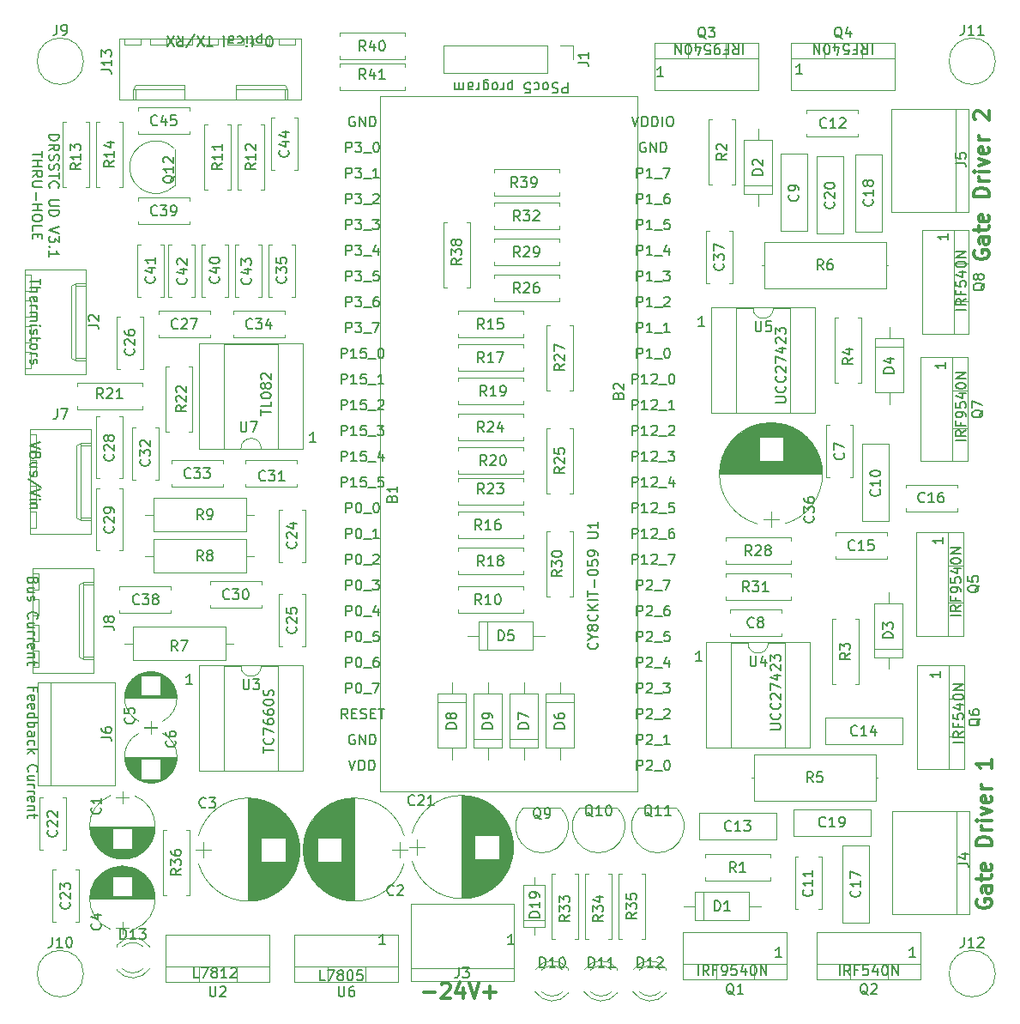
<source format=gbr>
G04 #@! TF.FileFunction,Legend,Top*
%FSLAX46Y46*%
G04 Gerber Fmt 4.6, Leading zero omitted, Abs format (unit mm)*
G04 Created by KiCad (PCBNEW 4.0.7) date 05/25/18 16:16:18*
%MOMM*%
%LPD*%
G01*
G04 APERTURE LIST*
%ADD10C,0.100000*%
%ADD11C,0.150000*%
%ADD12C,0.300000*%
%ADD13C,0.120000*%
%ADD14C,0.040000*%
G04 APERTURE END LIST*
D10*
D11*
X82073715Y-137104381D02*
X81502286Y-137104381D01*
X81788000Y-137104381D02*
X81788000Y-136104381D01*
X81692762Y-136247238D01*
X81597524Y-136342476D01*
X81502286Y-136390095D01*
X94773715Y-137104381D02*
X94202286Y-137104381D01*
X94488000Y-137104381D02*
X94488000Y-136104381D01*
X94392762Y-136247238D01*
X94297524Y-136342476D01*
X94202286Y-136390095D01*
X121189715Y-138374381D02*
X120618286Y-138374381D01*
X120904000Y-138374381D02*
X120904000Y-137374381D01*
X120808762Y-137517238D01*
X120713524Y-137612476D01*
X120618286Y-137660095D01*
X134397715Y-138374381D02*
X133826286Y-138374381D01*
X134112000Y-138374381D02*
X134112000Y-137374381D01*
X134016762Y-137517238D01*
X133921524Y-137612476D01*
X133826286Y-137660095D01*
X136850381Y-110204285D02*
X136850381Y-110775714D01*
X136850381Y-110490000D02*
X135850381Y-110490000D01*
X135993238Y-110585238D01*
X136088476Y-110680476D01*
X136136095Y-110775714D01*
X137104381Y-96996285D02*
X137104381Y-97567714D01*
X137104381Y-97282000D02*
X136104381Y-97282000D01*
X136247238Y-97377238D01*
X136342476Y-97472476D01*
X136390095Y-97567714D01*
X137358381Y-79724285D02*
X137358381Y-80295714D01*
X137358381Y-80010000D02*
X136358381Y-80010000D01*
X136501238Y-80105238D01*
X136596476Y-80200476D01*
X136644095Y-80295714D01*
X137612381Y-67024285D02*
X137612381Y-67595714D01*
X137612381Y-67310000D02*
X136612381Y-67310000D01*
X136755238Y-67405238D01*
X136850476Y-67500476D01*
X136898095Y-67595714D01*
X123221715Y-51252381D02*
X122650286Y-51252381D01*
X122936000Y-51252381D02*
X122936000Y-50252381D01*
X122840762Y-50395238D01*
X122745524Y-50490476D01*
X122650286Y-50538095D01*
X109505715Y-51506381D02*
X108934286Y-51506381D01*
X109220000Y-51506381D02*
X109220000Y-50506381D01*
X109124762Y-50649238D01*
X109029524Y-50744476D01*
X108934286Y-50792095D01*
X113315715Y-109164381D02*
X112744286Y-109164381D01*
X113030000Y-109164381D02*
X113030000Y-108164381D01*
X112934762Y-108307238D01*
X112839524Y-108402476D01*
X112744286Y-108450095D01*
X113569715Y-76144381D02*
X112998286Y-76144381D01*
X113284000Y-76144381D02*
X113284000Y-75144381D01*
X113188762Y-75287238D01*
X113093524Y-75382476D01*
X112998286Y-75430095D01*
X63023715Y-111450381D02*
X62452286Y-111450381D01*
X62738000Y-111450381D02*
X62738000Y-110450381D01*
X62642762Y-110593238D01*
X62547524Y-110688476D01*
X62452286Y-110736095D01*
X75215715Y-87574381D02*
X74644286Y-87574381D01*
X74930000Y-87574381D02*
X74930000Y-86574381D01*
X74834762Y-86717238D01*
X74739524Y-86812476D01*
X74644286Y-86860095D01*
X48886619Y-57246000D02*
X49886619Y-57246000D01*
X49886619Y-57484095D01*
X49839000Y-57626953D01*
X49743762Y-57722191D01*
X49648524Y-57769810D01*
X49458048Y-57817429D01*
X49315190Y-57817429D01*
X49124714Y-57769810D01*
X49029476Y-57722191D01*
X48934238Y-57626953D01*
X48886619Y-57484095D01*
X48886619Y-57246000D01*
X48886619Y-58817429D02*
X49362810Y-58484095D01*
X48886619Y-58246000D02*
X49886619Y-58246000D01*
X49886619Y-58626953D01*
X49839000Y-58722191D01*
X49791381Y-58769810D01*
X49696143Y-58817429D01*
X49553286Y-58817429D01*
X49458048Y-58769810D01*
X49410429Y-58722191D01*
X49362810Y-58626953D01*
X49362810Y-58246000D01*
X48934238Y-59198381D02*
X48886619Y-59341238D01*
X48886619Y-59579334D01*
X48934238Y-59674572D01*
X48981857Y-59722191D01*
X49077095Y-59769810D01*
X49172333Y-59769810D01*
X49267571Y-59722191D01*
X49315190Y-59674572D01*
X49362810Y-59579334D01*
X49410429Y-59388857D01*
X49458048Y-59293619D01*
X49505667Y-59246000D01*
X49600905Y-59198381D01*
X49696143Y-59198381D01*
X49791381Y-59246000D01*
X49839000Y-59293619D01*
X49886619Y-59388857D01*
X49886619Y-59626953D01*
X49839000Y-59769810D01*
X48934238Y-60150762D02*
X48886619Y-60293619D01*
X48886619Y-60531715D01*
X48934238Y-60626953D01*
X48981857Y-60674572D01*
X49077095Y-60722191D01*
X49172333Y-60722191D01*
X49267571Y-60674572D01*
X49315190Y-60626953D01*
X49362810Y-60531715D01*
X49410429Y-60341238D01*
X49458048Y-60246000D01*
X49505667Y-60198381D01*
X49600905Y-60150762D01*
X49696143Y-60150762D01*
X49791381Y-60198381D01*
X49839000Y-60246000D01*
X49886619Y-60341238D01*
X49886619Y-60579334D01*
X49839000Y-60722191D01*
X49886619Y-61007905D02*
X49886619Y-61579334D01*
X48886619Y-61293619D02*
X49886619Y-61293619D01*
X48981857Y-62484096D02*
X48934238Y-62436477D01*
X48886619Y-62293620D01*
X48886619Y-62198382D01*
X48934238Y-62055524D01*
X49029476Y-61960286D01*
X49124714Y-61912667D01*
X49315190Y-61865048D01*
X49458048Y-61865048D01*
X49648524Y-61912667D01*
X49743762Y-61960286D01*
X49839000Y-62055524D01*
X49886619Y-62198382D01*
X49886619Y-62293620D01*
X49839000Y-62436477D01*
X49791381Y-62484096D01*
X49886619Y-63674572D02*
X49077095Y-63674572D01*
X48981857Y-63722191D01*
X48934238Y-63769810D01*
X48886619Y-63865048D01*
X48886619Y-64055525D01*
X48934238Y-64150763D01*
X48981857Y-64198382D01*
X49077095Y-64246001D01*
X49886619Y-64246001D01*
X48886619Y-64722191D02*
X49886619Y-64722191D01*
X49886619Y-64960286D01*
X49839000Y-65103144D01*
X49743762Y-65198382D01*
X49648524Y-65246001D01*
X49458048Y-65293620D01*
X49315190Y-65293620D01*
X49124714Y-65246001D01*
X49029476Y-65198382D01*
X48934238Y-65103144D01*
X48886619Y-64960286D01*
X48886619Y-64722191D01*
X49886619Y-66341239D02*
X48886619Y-66674572D01*
X49886619Y-67007906D01*
X49886619Y-67246001D02*
X49886619Y-67865049D01*
X49505667Y-67531715D01*
X49505667Y-67674573D01*
X49458048Y-67769811D01*
X49410429Y-67817430D01*
X49315190Y-67865049D01*
X49077095Y-67865049D01*
X48981857Y-67817430D01*
X48934238Y-67769811D01*
X48886619Y-67674573D01*
X48886619Y-67388858D01*
X48934238Y-67293620D01*
X48981857Y-67246001D01*
X48981857Y-68293620D02*
X48934238Y-68341239D01*
X48886619Y-68293620D01*
X48934238Y-68246001D01*
X48981857Y-68293620D01*
X48886619Y-68293620D01*
X48886619Y-69293620D02*
X48886619Y-68722191D01*
X48886619Y-69007905D02*
X49886619Y-69007905D01*
X49743762Y-68912667D01*
X49648524Y-68817429D01*
X49600905Y-68722191D01*
X48236619Y-58888857D02*
X48236619Y-59460286D01*
X47236619Y-59174571D02*
X48236619Y-59174571D01*
X47236619Y-59793619D02*
X48236619Y-59793619D01*
X47760429Y-59793619D02*
X47760429Y-60365048D01*
X47236619Y-60365048D02*
X48236619Y-60365048D01*
X47236619Y-61412667D02*
X47712810Y-61079333D01*
X47236619Y-60841238D02*
X48236619Y-60841238D01*
X48236619Y-61222191D01*
X48189000Y-61317429D01*
X48141381Y-61365048D01*
X48046143Y-61412667D01*
X47903286Y-61412667D01*
X47808048Y-61365048D01*
X47760429Y-61317429D01*
X47712810Y-61222191D01*
X47712810Y-60841238D01*
X48236619Y-61841238D02*
X47427095Y-61841238D01*
X47331857Y-61888857D01*
X47284238Y-61936476D01*
X47236619Y-62031714D01*
X47236619Y-62222191D01*
X47284238Y-62317429D01*
X47331857Y-62365048D01*
X47427095Y-62412667D01*
X48236619Y-62412667D01*
X47617571Y-62888857D02*
X47617571Y-63650762D01*
X47236619Y-64126952D02*
X48236619Y-64126952D01*
X47760429Y-64126952D02*
X47760429Y-64698381D01*
X47236619Y-64698381D02*
X48236619Y-64698381D01*
X48236619Y-65365047D02*
X48236619Y-65555524D01*
X48189000Y-65650762D01*
X48093762Y-65746000D01*
X47903286Y-65793619D01*
X47569952Y-65793619D01*
X47379476Y-65746000D01*
X47284238Y-65650762D01*
X47236619Y-65555524D01*
X47236619Y-65365047D01*
X47284238Y-65269809D01*
X47379476Y-65174571D01*
X47569952Y-65126952D01*
X47903286Y-65126952D01*
X48093762Y-65174571D01*
X48189000Y-65269809D01*
X48236619Y-65365047D01*
X47236619Y-66698381D02*
X47236619Y-66222190D01*
X48236619Y-66222190D01*
X47760429Y-67031714D02*
X47760429Y-67365048D01*
X47236619Y-67507905D02*
X47236619Y-67031714D01*
X48236619Y-67031714D01*
X48236619Y-67507905D01*
X70738382Y-48553619D02*
X70547905Y-48553619D01*
X70452667Y-48506000D01*
X70357429Y-48410762D01*
X70309810Y-48220286D01*
X70309810Y-47886952D01*
X70357429Y-47696476D01*
X70452667Y-47601238D01*
X70547905Y-47553619D01*
X70738382Y-47553619D01*
X70833620Y-47601238D01*
X70928858Y-47696476D01*
X70976477Y-47886952D01*
X70976477Y-48220286D01*
X70928858Y-48410762D01*
X70833620Y-48506000D01*
X70738382Y-48553619D01*
X69881239Y-48220286D02*
X69881239Y-47220286D01*
X69881239Y-48172667D02*
X69786001Y-48220286D01*
X69595524Y-48220286D01*
X69500286Y-48172667D01*
X69452667Y-48125048D01*
X69405048Y-48029810D01*
X69405048Y-47744095D01*
X69452667Y-47648857D01*
X69500286Y-47601238D01*
X69595524Y-47553619D01*
X69786001Y-47553619D01*
X69881239Y-47601238D01*
X69119334Y-48220286D02*
X68738382Y-48220286D01*
X68976477Y-48553619D02*
X68976477Y-47696476D01*
X68928858Y-47601238D01*
X68833620Y-47553619D01*
X68738382Y-47553619D01*
X68405048Y-47553619D02*
X68405048Y-48220286D01*
X68405048Y-48553619D02*
X68452667Y-48506000D01*
X68405048Y-48458381D01*
X68357429Y-48506000D01*
X68405048Y-48553619D01*
X68405048Y-48458381D01*
X67500286Y-47601238D02*
X67595524Y-47553619D01*
X67786001Y-47553619D01*
X67881239Y-47601238D01*
X67928858Y-47648857D01*
X67976477Y-47744095D01*
X67976477Y-48029810D01*
X67928858Y-48125048D01*
X67881239Y-48172667D01*
X67786001Y-48220286D01*
X67595524Y-48220286D01*
X67500286Y-48172667D01*
X66643143Y-47553619D02*
X66643143Y-48077429D01*
X66690762Y-48172667D01*
X66786000Y-48220286D01*
X66976477Y-48220286D01*
X67071715Y-48172667D01*
X66643143Y-47601238D02*
X66738381Y-47553619D01*
X66976477Y-47553619D01*
X67071715Y-47601238D01*
X67119334Y-47696476D01*
X67119334Y-47791714D01*
X67071715Y-47886952D01*
X66976477Y-47934571D01*
X66738381Y-47934571D01*
X66643143Y-47982190D01*
X66024096Y-47553619D02*
X66119334Y-47601238D01*
X66166953Y-47696476D01*
X66166953Y-48553619D01*
X65024095Y-48553619D02*
X64452666Y-48553619D01*
X64738381Y-47553619D02*
X64738381Y-48553619D01*
X64214571Y-48553619D02*
X63547904Y-47553619D01*
X63547904Y-48553619D02*
X64214571Y-47553619D01*
X62452666Y-48601238D02*
X63309809Y-47315524D01*
X61547904Y-47553619D02*
X61881238Y-48029810D01*
X62119333Y-47553619D02*
X62119333Y-48553619D01*
X61738380Y-48553619D01*
X61643142Y-48506000D01*
X61595523Y-48458381D01*
X61547904Y-48363143D01*
X61547904Y-48220286D01*
X61595523Y-48125048D01*
X61643142Y-48077429D01*
X61738380Y-48029810D01*
X62119333Y-48029810D01*
X61214571Y-48553619D02*
X60547904Y-47553619D01*
X60547904Y-48553619D02*
X61214571Y-47553619D01*
X48045619Y-71453904D02*
X48045619Y-72025333D01*
X47045619Y-71739618D02*
X48045619Y-71739618D01*
X47045619Y-72358666D02*
X48045619Y-72358666D01*
X47045619Y-72787238D02*
X47569429Y-72787238D01*
X47664667Y-72739619D01*
X47712286Y-72644381D01*
X47712286Y-72501523D01*
X47664667Y-72406285D01*
X47617048Y-72358666D01*
X47093238Y-73644381D02*
X47045619Y-73549143D01*
X47045619Y-73358666D01*
X47093238Y-73263428D01*
X47188476Y-73215809D01*
X47569429Y-73215809D01*
X47664667Y-73263428D01*
X47712286Y-73358666D01*
X47712286Y-73549143D01*
X47664667Y-73644381D01*
X47569429Y-73692000D01*
X47474190Y-73692000D01*
X47378952Y-73215809D01*
X47045619Y-74120571D02*
X47712286Y-74120571D01*
X47521810Y-74120571D02*
X47617048Y-74168190D01*
X47664667Y-74215809D01*
X47712286Y-74311047D01*
X47712286Y-74406286D01*
X47045619Y-74739619D02*
X47712286Y-74739619D01*
X47617048Y-74739619D02*
X47664667Y-74787238D01*
X47712286Y-74882476D01*
X47712286Y-75025334D01*
X47664667Y-75120572D01*
X47569429Y-75168191D01*
X47045619Y-75168191D01*
X47569429Y-75168191D02*
X47664667Y-75215810D01*
X47712286Y-75311048D01*
X47712286Y-75453905D01*
X47664667Y-75549143D01*
X47569429Y-75596762D01*
X47045619Y-75596762D01*
X47045619Y-76072952D02*
X47712286Y-76072952D01*
X48045619Y-76072952D02*
X47998000Y-76025333D01*
X47950381Y-76072952D01*
X47998000Y-76120571D01*
X48045619Y-76072952D01*
X47950381Y-76072952D01*
X47093238Y-76501523D02*
X47045619Y-76596761D01*
X47045619Y-76787237D01*
X47093238Y-76882476D01*
X47188476Y-76930095D01*
X47236095Y-76930095D01*
X47331333Y-76882476D01*
X47378952Y-76787237D01*
X47378952Y-76644380D01*
X47426571Y-76549142D01*
X47521810Y-76501523D01*
X47569429Y-76501523D01*
X47664667Y-76549142D01*
X47712286Y-76644380D01*
X47712286Y-76787237D01*
X47664667Y-76882476D01*
X47712286Y-77215809D02*
X47712286Y-77596761D01*
X48045619Y-77358666D02*
X47188476Y-77358666D01*
X47093238Y-77406285D01*
X47045619Y-77501523D01*
X47045619Y-77596761D01*
X47045619Y-78072952D02*
X47093238Y-77977714D01*
X47140857Y-77930095D01*
X47236095Y-77882476D01*
X47521810Y-77882476D01*
X47617048Y-77930095D01*
X47664667Y-77977714D01*
X47712286Y-78072952D01*
X47712286Y-78215810D01*
X47664667Y-78311048D01*
X47617048Y-78358667D01*
X47521810Y-78406286D01*
X47236095Y-78406286D01*
X47140857Y-78358667D01*
X47093238Y-78311048D01*
X47045619Y-78215810D01*
X47045619Y-78072952D01*
X47045619Y-78834857D02*
X47712286Y-78834857D01*
X47521810Y-78834857D02*
X47617048Y-78882476D01*
X47664667Y-78930095D01*
X47712286Y-79025333D01*
X47712286Y-79120572D01*
X47093238Y-79406286D02*
X47045619Y-79501524D01*
X47045619Y-79692000D01*
X47093238Y-79787239D01*
X47188476Y-79834858D01*
X47236095Y-79834858D01*
X47331333Y-79787239D01*
X47378952Y-79692000D01*
X47378952Y-79549143D01*
X47426571Y-79453905D01*
X47521810Y-79406286D01*
X47569429Y-79406286D01*
X47664667Y-79453905D01*
X47712286Y-79549143D01*
X47712286Y-79692000D01*
X47664667Y-79787239D01*
X48045619Y-87598667D02*
X47045619Y-87932000D01*
X48045619Y-88265334D01*
X47569429Y-88932001D02*
X47521810Y-89074858D01*
X47474190Y-89122477D01*
X47378952Y-89170096D01*
X47236095Y-89170096D01*
X47140857Y-89122477D01*
X47093238Y-89074858D01*
X47045619Y-88979620D01*
X47045619Y-88598667D01*
X48045619Y-88598667D01*
X48045619Y-88932001D01*
X47998000Y-89027239D01*
X47950381Y-89074858D01*
X47855143Y-89122477D01*
X47759905Y-89122477D01*
X47664667Y-89074858D01*
X47617048Y-89027239D01*
X47569429Y-88932001D01*
X47569429Y-88598667D01*
X47712286Y-90027239D02*
X47045619Y-90027239D01*
X47712286Y-89598667D02*
X47188476Y-89598667D01*
X47093238Y-89646286D01*
X47045619Y-89741524D01*
X47045619Y-89884382D01*
X47093238Y-89979620D01*
X47140857Y-90027239D01*
X47093238Y-90455810D02*
X47045619Y-90551048D01*
X47045619Y-90741524D01*
X47093238Y-90836763D01*
X47188476Y-90884382D01*
X47236095Y-90884382D01*
X47331333Y-90836763D01*
X47378952Y-90741524D01*
X47378952Y-90598667D01*
X47426571Y-90503429D01*
X47521810Y-90455810D01*
X47569429Y-90455810D01*
X47664667Y-90503429D01*
X47712286Y-90598667D01*
X47712286Y-90741524D01*
X47664667Y-90836763D01*
X48093238Y-92027239D02*
X46807524Y-91170096D01*
X48045619Y-92217715D02*
X47045619Y-92551048D01*
X48045619Y-92884382D01*
X47045619Y-93217715D02*
X47712286Y-93217715D01*
X48045619Y-93217715D02*
X47998000Y-93170096D01*
X47950381Y-93217715D01*
X47998000Y-93265334D01*
X48045619Y-93217715D01*
X47950381Y-93217715D01*
X47712286Y-93693905D02*
X47045619Y-93693905D01*
X47617048Y-93693905D02*
X47664667Y-93741524D01*
X47712286Y-93836762D01*
X47712286Y-93979620D01*
X47664667Y-94074858D01*
X47569429Y-94122477D01*
X47045619Y-94122477D01*
X47315429Y-101251238D02*
X47267810Y-101394095D01*
X47220190Y-101441714D01*
X47124952Y-101489333D01*
X46982095Y-101489333D01*
X46886857Y-101441714D01*
X46839238Y-101394095D01*
X46791619Y-101298857D01*
X46791619Y-100917904D01*
X47791619Y-100917904D01*
X47791619Y-101251238D01*
X47744000Y-101346476D01*
X47696381Y-101394095D01*
X47601143Y-101441714D01*
X47505905Y-101441714D01*
X47410667Y-101394095D01*
X47363048Y-101346476D01*
X47315429Y-101251238D01*
X47315429Y-100917904D01*
X47458286Y-102346476D02*
X46791619Y-102346476D01*
X47458286Y-101917904D02*
X46934476Y-101917904D01*
X46839238Y-101965523D01*
X46791619Y-102060761D01*
X46791619Y-102203619D01*
X46839238Y-102298857D01*
X46886857Y-102346476D01*
X46839238Y-102775047D02*
X46791619Y-102870285D01*
X46791619Y-103060761D01*
X46839238Y-103156000D01*
X46934476Y-103203619D01*
X46982095Y-103203619D01*
X47077333Y-103156000D01*
X47124952Y-103060761D01*
X47124952Y-102917904D01*
X47172571Y-102822666D01*
X47267810Y-102775047D01*
X47315429Y-102775047D01*
X47410667Y-102822666D01*
X47458286Y-102917904D01*
X47458286Y-103060761D01*
X47410667Y-103156000D01*
X46886857Y-104965524D02*
X46839238Y-104917905D01*
X46791619Y-104775048D01*
X46791619Y-104679810D01*
X46839238Y-104536952D01*
X46934476Y-104441714D01*
X47029714Y-104394095D01*
X47220190Y-104346476D01*
X47363048Y-104346476D01*
X47553524Y-104394095D01*
X47648762Y-104441714D01*
X47744000Y-104536952D01*
X47791619Y-104679810D01*
X47791619Y-104775048D01*
X47744000Y-104917905D01*
X47696381Y-104965524D01*
X47458286Y-105822667D02*
X46791619Y-105822667D01*
X47458286Y-105394095D02*
X46934476Y-105394095D01*
X46839238Y-105441714D01*
X46791619Y-105536952D01*
X46791619Y-105679810D01*
X46839238Y-105775048D01*
X46886857Y-105822667D01*
X46791619Y-106298857D02*
X47458286Y-106298857D01*
X47267810Y-106298857D02*
X47363048Y-106346476D01*
X47410667Y-106394095D01*
X47458286Y-106489333D01*
X47458286Y-106584572D01*
X46791619Y-106917905D02*
X47458286Y-106917905D01*
X47267810Y-106917905D02*
X47363048Y-106965524D01*
X47410667Y-107013143D01*
X47458286Y-107108381D01*
X47458286Y-107203620D01*
X46839238Y-107917906D02*
X46791619Y-107822668D01*
X46791619Y-107632191D01*
X46839238Y-107536953D01*
X46934476Y-107489334D01*
X47315429Y-107489334D01*
X47410667Y-107536953D01*
X47458286Y-107632191D01*
X47458286Y-107822668D01*
X47410667Y-107917906D01*
X47315429Y-107965525D01*
X47220190Y-107965525D01*
X47124952Y-107489334D01*
X47458286Y-108394096D02*
X46791619Y-108394096D01*
X47363048Y-108394096D02*
X47410667Y-108441715D01*
X47458286Y-108536953D01*
X47458286Y-108679811D01*
X47410667Y-108775049D01*
X47315429Y-108822668D01*
X46791619Y-108822668D01*
X47458286Y-109156001D02*
X47458286Y-109536953D01*
X47791619Y-109298858D02*
X46934476Y-109298858D01*
X46839238Y-109346477D01*
X46791619Y-109441715D01*
X46791619Y-109536953D01*
X47315429Y-112086190D02*
X47315429Y-111752856D01*
X46791619Y-111752856D02*
X47791619Y-111752856D01*
X47791619Y-112229047D01*
X46839238Y-112990952D02*
X46791619Y-112895714D01*
X46791619Y-112705237D01*
X46839238Y-112609999D01*
X46934476Y-112562380D01*
X47315429Y-112562380D01*
X47410667Y-112609999D01*
X47458286Y-112705237D01*
X47458286Y-112895714D01*
X47410667Y-112990952D01*
X47315429Y-113038571D01*
X47220190Y-113038571D01*
X47124952Y-112562380D01*
X46839238Y-113848095D02*
X46791619Y-113752857D01*
X46791619Y-113562380D01*
X46839238Y-113467142D01*
X46934476Y-113419523D01*
X47315429Y-113419523D01*
X47410667Y-113467142D01*
X47458286Y-113562380D01*
X47458286Y-113752857D01*
X47410667Y-113848095D01*
X47315429Y-113895714D01*
X47220190Y-113895714D01*
X47124952Y-113419523D01*
X46791619Y-114752857D02*
X47791619Y-114752857D01*
X46839238Y-114752857D02*
X46791619Y-114657619D01*
X46791619Y-114467142D01*
X46839238Y-114371904D01*
X46886857Y-114324285D01*
X46982095Y-114276666D01*
X47267810Y-114276666D01*
X47363048Y-114324285D01*
X47410667Y-114371904D01*
X47458286Y-114467142D01*
X47458286Y-114657619D01*
X47410667Y-114752857D01*
X46791619Y-115229047D02*
X47791619Y-115229047D01*
X47410667Y-115229047D02*
X47458286Y-115324285D01*
X47458286Y-115514762D01*
X47410667Y-115610000D01*
X47363048Y-115657619D01*
X47267810Y-115705238D01*
X46982095Y-115705238D01*
X46886857Y-115657619D01*
X46839238Y-115610000D01*
X46791619Y-115514762D01*
X46791619Y-115324285D01*
X46839238Y-115229047D01*
X46791619Y-116562381D02*
X47315429Y-116562381D01*
X47410667Y-116514762D01*
X47458286Y-116419524D01*
X47458286Y-116229047D01*
X47410667Y-116133809D01*
X46839238Y-116562381D02*
X46791619Y-116467143D01*
X46791619Y-116229047D01*
X46839238Y-116133809D01*
X46934476Y-116086190D01*
X47029714Y-116086190D01*
X47124952Y-116133809D01*
X47172571Y-116229047D01*
X47172571Y-116467143D01*
X47220190Y-116562381D01*
X46839238Y-117467143D02*
X46791619Y-117371905D01*
X46791619Y-117181428D01*
X46839238Y-117086190D01*
X46886857Y-117038571D01*
X46982095Y-116990952D01*
X47267810Y-116990952D01*
X47363048Y-117038571D01*
X47410667Y-117086190D01*
X47458286Y-117181428D01*
X47458286Y-117371905D01*
X47410667Y-117467143D01*
X46791619Y-117895714D02*
X47791619Y-117895714D01*
X47172571Y-117990952D02*
X46791619Y-118276667D01*
X47458286Y-118276667D02*
X47077333Y-117895714D01*
X46886857Y-120038572D02*
X46839238Y-119990953D01*
X46791619Y-119848096D01*
X46791619Y-119752858D01*
X46839238Y-119610000D01*
X46934476Y-119514762D01*
X47029714Y-119467143D01*
X47220190Y-119419524D01*
X47363048Y-119419524D01*
X47553524Y-119467143D01*
X47648762Y-119514762D01*
X47744000Y-119610000D01*
X47791619Y-119752858D01*
X47791619Y-119848096D01*
X47744000Y-119990953D01*
X47696381Y-120038572D01*
X47458286Y-120895715D02*
X46791619Y-120895715D01*
X47458286Y-120467143D02*
X46934476Y-120467143D01*
X46839238Y-120514762D01*
X46791619Y-120610000D01*
X46791619Y-120752858D01*
X46839238Y-120848096D01*
X46886857Y-120895715D01*
X46791619Y-121371905D02*
X47458286Y-121371905D01*
X47267810Y-121371905D02*
X47363048Y-121419524D01*
X47410667Y-121467143D01*
X47458286Y-121562381D01*
X47458286Y-121657620D01*
X46791619Y-121990953D02*
X47458286Y-121990953D01*
X47267810Y-121990953D02*
X47363048Y-122038572D01*
X47410667Y-122086191D01*
X47458286Y-122181429D01*
X47458286Y-122276668D01*
X46839238Y-122990954D02*
X46791619Y-122895716D01*
X46791619Y-122705239D01*
X46839238Y-122610001D01*
X46934476Y-122562382D01*
X47315429Y-122562382D01*
X47410667Y-122610001D01*
X47458286Y-122705239D01*
X47458286Y-122895716D01*
X47410667Y-122990954D01*
X47315429Y-123038573D01*
X47220190Y-123038573D01*
X47124952Y-122562382D01*
X47458286Y-123467144D02*
X46791619Y-123467144D01*
X47363048Y-123467144D02*
X47410667Y-123514763D01*
X47458286Y-123610001D01*
X47458286Y-123752859D01*
X47410667Y-123848097D01*
X47315429Y-123895716D01*
X46791619Y-123895716D01*
X47458286Y-124229049D02*
X47458286Y-124610001D01*
X47791619Y-124371906D02*
X46934476Y-124371906D01*
X46839238Y-124419525D01*
X46791619Y-124514763D01*
X46791619Y-124610001D01*
X100059429Y-52125619D02*
X100059429Y-53125619D01*
X99678476Y-53125619D01*
X99583238Y-53078000D01*
X99535619Y-53030381D01*
X99488000Y-52935143D01*
X99488000Y-52792286D01*
X99535619Y-52697048D01*
X99583238Y-52649429D01*
X99678476Y-52601810D01*
X100059429Y-52601810D01*
X99107048Y-52173238D02*
X98964191Y-52125619D01*
X98726095Y-52125619D01*
X98630857Y-52173238D01*
X98583238Y-52220857D01*
X98535619Y-52316095D01*
X98535619Y-52411333D01*
X98583238Y-52506571D01*
X98630857Y-52554190D01*
X98726095Y-52601810D01*
X98916572Y-52649429D01*
X99011810Y-52697048D01*
X99059429Y-52744667D01*
X99107048Y-52839905D01*
X99107048Y-52935143D01*
X99059429Y-53030381D01*
X99011810Y-53078000D01*
X98916572Y-53125619D01*
X98678476Y-53125619D01*
X98535619Y-53078000D01*
X97964191Y-52125619D02*
X98059429Y-52173238D01*
X98107048Y-52220857D01*
X98154667Y-52316095D01*
X98154667Y-52601810D01*
X98107048Y-52697048D01*
X98059429Y-52744667D01*
X97964191Y-52792286D01*
X97821333Y-52792286D01*
X97726095Y-52744667D01*
X97678476Y-52697048D01*
X97630857Y-52601810D01*
X97630857Y-52316095D01*
X97678476Y-52220857D01*
X97726095Y-52173238D01*
X97821333Y-52125619D01*
X97964191Y-52125619D01*
X96773714Y-52173238D02*
X96868952Y-52125619D01*
X97059429Y-52125619D01*
X97154667Y-52173238D01*
X97202286Y-52220857D01*
X97249905Y-52316095D01*
X97249905Y-52601810D01*
X97202286Y-52697048D01*
X97154667Y-52744667D01*
X97059429Y-52792286D01*
X96868952Y-52792286D01*
X96773714Y-52744667D01*
X95868952Y-53125619D02*
X96345143Y-53125619D01*
X96392762Y-52649429D01*
X96345143Y-52697048D01*
X96249905Y-52744667D01*
X96011809Y-52744667D01*
X95916571Y-52697048D01*
X95868952Y-52649429D01*
X95821333Y-52554190D01*
X95821333Y-52316095D01*
X95868952Y-52220857D01*
X95916571Y-52173238D01*
X96011809Y-52125619D01*
X96249905Y-52125619D01*
X96345143Y-52173238D01*
X96392762Y-52220857D01*
X94630857Y-52792286D02*
X94630857Y-51792286D01*
X94630857Y-52744667D02*
X94535619Y-52792286D01*
X94345142Y-52792286D01*
X94249904Y-52744667D01*
X94202285Y-52697048D01*
X94154666Y-52601810D01*
X94154666Y-52316095D01*
X94202285Y-52220857D01*
X94249904Y-52173238D01*
X94345142Y-52125619D01*
X94535619Y-52125619D01*
X94630857Y-52173238D01*
X93726095Y-52125619D02*
X93726095Y-52792286D01*
X93726095Y-52601810D02*
X93678476Y-52697048D01*
X93630857Y-52744667D01*
X93535619Y-52792286D01*
X93440380Y-52792286D01*
X92964190Y-52125619D02*
X93059428Y-52173238D01*
X93107047Y-52220857D01*
X93154666Y-52316095D01*
X93154666Y-52601810D01*
X93107047Y-52697048D01*
X93059428Y-52744667D01*
X92964190Y-52792286D01*
X92821332Y-52792286D01*
X92726094Y-52744667D01*
X92678475Y-52697048D01*
X92630856Y-52601810D01*
X92630856Y-52316095D01*
X92678475Y-52220857D01*
X92726094Y-52173238D01*
X92821332Y-52125619D01*
X92964190Y-52125619D01*
X91773713Y-52792286D02*
X91773713Y-51982762D01*
X91821332Y-51887524D01*
X91868951Y-51839905D01*
X91964190Y-51792286D01*
X92107047Y-51792286D01*
X92202285Y-51839905D01*
X91773713Y-52173238D02*
X91868951Y-52125619D01*
X92059428Y-52125619D01*
X92154666Y-52173238D01*
X92202285Y-52220857D01*
X92249904Y-52316095D01*
X92249904Y-52601810D01*
X92202285Y-52697048D01*
X92154666Y-52744667D01*
X92059428Y-52792286D01*
X91868951Y-52792286D01*
X91773713Y-52744667D01*
X91297523Y-52125619D02*
X91297523Y-52792286D01*
X91297523Y-52601810D02*
X91249904Y-52697048D01*
X91202285Y-52744667D01*
X91107047Y-52792286D01*
X91011808Y-52792286D01*
X90249903Y-52125619D02*
X90249903Y-52649429D01*
X90297522Y-52744667D01*
X90392760Y-52792286D01*
X90583237Y-52792286D01*
X90678475Y-52744667D01*
X90249903Y-52173238D02*
X90345141Y-52125619D01*
X90583237Y-52125619D01*
X90678475Y-52173238D01*
X90726094Y-52268476D01*
X90726094Y-52363714D01*
X90678475Y-52458952D01*
X90583237Y-52506571D01*
X90345141Y-52506571D01*
X90249903Y-52554190D01*
X89773713Y-52125619D02*
X89773713Y-52792286D01*
X89773713Y-52697048D02*
X89726094Y-52744667D01*
X89630856Y-52792286D01*
X89487998Y-52792286D01*
X89392760Y-52744667D01*
X89345141Y-52649429D01*
X89345141Y-52125619D01*
X89345141Y-52649429D02*
X89297522Y-52744667D01*
X89202284Y-52792286D01*
X89059427Y-52792286D01*
X88964189Y-52744667D01*
X88916570Y-52649429D01*
X88916570Y-52125619D01*
D12*
X140220000Y-68694285D02*
X140148571Y-68837142D01*
X140148571Y-69051428D01*
X140220000Y-69265713D01*
X140362857Y-69408571D01*
X140505714Y-69479999D01*
X140791429Y-69551428D01*
X141005714Y-69551428D01*
X141291429Y-69479999D01*
X141434286Y-69408571D01*
X141577143Y-69265713D01*
X141648571Y-69051428D01*
X141648571Y-68908571D01*
X141577143Y-68694285D01*
X141505714Y-68622856D01*
X141005714Y-68622856D01*
X141005714Y-68908571D01*
X141648571Y-67337142D02*
X140862857Y-67337142D01*
X140720000Y-67408571D01*
X140648571Y-67551428D01*
X140648571Y-67837142D01*
X140720000Y-67979999D01*
X141577143Y-67337142D02*
X141648571Y-67479999D01*
X141648571Y-67837142D01*
X141577143Y-67979999D01*
X141434286Y-68051428D01*
X141291429Y-68051428D01*
X141148571Y-67979999D01*
X141077143Y-67837142D01*
X141077143Y-67479999D01*
X141005714Y-67337142D01*
X140648571Y-66837142D02*
X140648571Y-66265713D01*
X140148571Y-66622856D02*
X141434286Y-66622856D01*
X141577143Y-66551428D01*
X141648571Y-66408570D01*
X141648571Y-66265713D01*
X141577143Y-65194285D02*
X141648571Y-65337142D01*
X141648571Y-65622856D01*
X141577143Y-65765713D01*
X141434286Y-65837142D01*
X140862857Y-65837142D01*
X140720000Y-65765713D01*
X140648571Y-65622856D01*
X140648571Y-65337142D01*
X140720000Y-65194285D01*
X140862857Y-65122856D01*
X141005714Y-65122856D01*
X141148571Y-65837142D01*
X141648571Y-63337142D02*
X140148571Y-63337142D01*
X140148571Y-62979999D01*
X140220000Y-62765714D01*
X140362857Y-62622856D01*
X140505714Y-62551428D01*
X140791429Y-62479999D01*
X141005714Y-62479999D01*
X141291429Y-62551428D01*
X141434286Y-62622856D01*
X141577143Y-62765714D01*
X141648571Y-62979999D01*
X141648571Y-63337142D01*
X141648571Y-61837142D02*
X140648571Y-61837142D01*
X140934286Y-61837142D02*
X140791429Y-61765714D01*
X140720000Y-61694285D01*
X140648571Y-61551428D01*
X140648571Y-61408571D01*
X141648571Y-60908571D02*
X140648571Y-60908571D01*
X140148571Y-60908571D02*
X140220000Y-60980000D01*
X140291429Y-60908571D01*
X140220000Y-60837143D01*
X140148571Y-60908571D01*
X140291429Y-60908571D01*
X140648571Y-60337142D02*
X141648571Y-59979999D01*
X140648571Y-59622857D01*
X141577143Y-58480000D02*
X141648571Y-58622857D01*
X141648571Y-58908571D01*
X141577143Y-59051428D01*
X141434286Y-59122857D01*
X140862857Y-59122857D01*
X140720000Y-59051428D01*
X140648571Y-58908571D01*
X140648571Y-58622857D01*
X140720000Y-58480000D01*
X140862857Y-58408571D01*
X141005714Y-58408571D01*
X141148571Y-59122857D01*
X141648571Y-57765714D02*
X140648571Y-57765714D01*
X140934286Y-57765714D02*
X140791429Y-57694286D01*
X140720000Y-57622857D01*
X140648571Y-57480000D01*
X140648571Y-57337143D01*
X140291429Y-55765715D02*
X140220000Y-55694286D01*
X140148571Y-55551429D01*
X140148571Y-55194286D01*
X140220000Y-55051429D01*
X140291429Y-54980000D01*
X140434286Y-54908572D01*
X140577143Y-54908572D01*
X140791429Y-54980000D01*
X141648571Y-55837143D01*
X141648571Y-54908572D01*
X140474000Y-132702285D02*
X140402571Y-132845142D01*
X140402571Y-133059428D01*
X140474000Y-133273713D01*
X140616857Y-133416571D01*
X140759714Y-133487999D01*
X141045429Y-133559428D01*
X141259714Y-133559428D01*
X141545429Y-133487999D01*
X141688286Y-133416571D01*
X141831143Y-133273713D01*
X141902571Y-133059428D01*
X141902571Y-132916571D01*
X141831143Y-132702285D01*
X141759714Y-132630856D01*
X141259714Y-132630856D01*
X141259714Y-132916571D01*
X141902571Y-131345142D02*
X141116857Y-131345142D01*
X140974000Y-131416571D01*
X140902571Y-131559428D01*
X140902571Y-131845142D01*
X140974000Y-131987999D01*
X141831143Y-131345142D02*
X141902571Y-131487999D01*
X141902571Y-131845142D01*
X141831143Y-131987999D01*
X141688286Y-132059428D01*
X141545429Y-132059428D01*
X141402571Y-131987999D01*
X141331143Y-131845142D01*
X141331143Y-131487999D01*
X141259714Y-131345142D01*
X140902571Y-130845142D02*
X140902571Y-130273713D01*
X140402571Y-130630856D02*
X141688286Y-130630856D01*
X141831143Y-130559428D01*
X141902571Y-130416570D01*
X141902571Y-130273713D01*
X141831143Y-129202285D02*
X141902571Y-129345142D01*
X141902571Y-129630856D01*
X141831143Y-129773713D01*
X141688286Y-129845142D01*
X141116857Y-129845142D01*
X140974000Y-129773713D01*
X140902571Y-129630856D01*
X140902571Y-129345142D01*
X140974000Y-129202285D01*
X141116857Y-129130856D01*
X141259714Y-129130856D01*
X141402571Y-129845142D01*
X141902571Y-127345142D02*
X140402571Y-127345142D01*
X140402571Y-126987999D01*
X140474000Y-126773714D01*
X140616857Y-126630856D01*
X140759714Y-126559428D01*
X141045429Y-126487999D01*
X141259714Y-126487999D01*
X141545429Y-126559428D01*
X141688286Y-126630856D01*
X141831143Y-126773714D01*
X141902571Y-126987999D01*
X141902571Y-127345142D01*
X141902571Y-125845142D02*
X140902571Y-125845142D01*
X141188286Y-125845142D02*
X141045429Y-125773714D01*
X140974000Y-125702285D01*
X140902571Y-125559428D01*
X140902571Y-125416571D01*
X141902571Y-124916571D02*
X140902571Y-124916571D01*
X140402571Y-124916571D02*
X140474000Y-124988000D01*
X140545429Y-124916571D01*
X140474000Y-124845143D01*
X140402571Y-124916571D01*
X140545429Y-124916571D01*
X140902571Y-124345142D02*
X141902571Y-123987999D01*
X140902571Y-123630857D01*
X141831143Y-122488000D02*
X141902571Y-122630857D01*
X141902571Y-122916571D01*
X141831143Y-123059428D01*
X141688286Y-123130857D01*
X141116857Y-123130857D01*
X140974000Y-123059428D01*
X140902571Y-122916571D01*
X140902571Y-122630857D01*
X140974000Y-122488000D01*
X141116857Y-122416571D01*
X141259714Y-122416571D01*
X141402571Y-123130857D01*
X141902571Y-121773714D02*
X140902571Y-121773714D01*
X141188286Y-121773714D02*
X141045429Y-121702286D01*
X140974000Y-121630857D01*
X140902571Y-121488000D01*
X140902571Y-121345143D01*
X141902571Y-118916572D02*
X141902571Y-119773715D01*
X141902571Y-119345143D02*
X140402571Y-119345143D01*
X140616857Y-119488000D01*
X140759714Y-119630858D01*
X140831143Y-119773715D01*
X85836572Y-141839143D02*
X86979429Y-141839143D01*
X87622286Y-141053429D02*
X87693715Y-140982000D01*
X87836572Y-140910571D01*
X88193715Y-140910571D01*
X88336572Y-140982000D01*
X88408001Y-141053429D01*
X88479429Y-141196286D01*
X88479429Y-141339143D01*
X88408001Y-141553429D01*
X87550858Y-142410571D01*
X88479429Y-142410571D01*
X89765143Y-141410571D02*
X89765143Y-142410571D01*
X89408000Y-140839143D02*
X89050857Y-141910571D01*
X89979429Y-141910571D01*
X90336571Y-140910571D02*
X90836571Y-142410571D01*
X91336571Y-140910571D01*
X91836571Y-141839143D02*
X92979428Y-141839143D01*
X92407999Y-142410571D02*
X92407999Y-141267714D01*
D11*
X69810381Y-84923048D02*
X69810381Y-84351619D01*
X70810381Y-84637334D02*
X69810381Y-84637334D01*
X70810381Y-83542095D02*
X70810381Y-84018286D01*
X69810381Y-84018286D01*
X69810381Y-83018286D02*
X69810381Y-82923047D01*
X69858000Y-82827809D01*
X69905619Y-82780190D01*
X70000857Y-82732571D01*
X70191333Y-82684952D01*
X70429429Y-82684952D01*
X70619905Y-82732571D01*
X70715143Y-82780190D01*
X70762762Y-82827809D01*
X70810381Y-82923047D01*
X70810381Y-83018286D01*
X70762762Y-83113524D01*
X70715143Y-83161143D01*
X70619905Y-83208762D01*
X70429429Y-83256381D01*
X70191333Y-83256381D01*
X70000857Y-83208762D01*
X69905619Y-83161143D01*
X69858000Y-83113524D01*
X69810381Y-83018286D01*
X70238952Y-82113524D02*
X70191333Y-82208762D01*
X70143714Y-82256381D01*
X70048476Y-82304000D01*
X70000857Y-82304000D01*
X69905619Y-82256381D01*
X69858000Y-82208762D01*
X69810381Y-82113524D01*
X69810381Y-81923047D01*
X69858000Y-81827809D01*
X69905619Y-81780190D01*
X70000857Y-81732571D01*
X70048476Y-81732571D01*
X70143714Y-81780190D01*
X70191333Y-81827809D01*
X70238952Y-81923047D01*
X70238952Y-82113524D01*
X70286571Y-82208762D01*
X70334190Y-82256381D01*
X70429429Y-82304000D01*
X70619905Y-82304000D01*
X70715143Y-82256381D01*
X70762762Y-82208762D01*
X70810381Y-82113524D01*
X70810381Y-81923047D01*
X70762762Y-81827809D01*
X70715143Y-81780190D01*
X70619905Y-81732571D01*
X70429429Y-81732571D01*
X70334190Y-81780190D01*
X70286571Y-81827809D01*
X70238952Y-81923047D01*
X69905619Y-81351619D02*
X69858000Y-81304000D01*
X69810381Y-81208762D01*
X69810381Y-80970666D01*
X69858000Y-80875428D01*
X69905619Y-80827809D01*
X70000857Y-80780190D01*
X70096095Y-80780190D01*
X70238952Y-80827809D01*
X70810381Y-81399238D01*
X70810381Y-80780190D01*
X126913048Y-140152381D02*
X126913048Y-139152381D01*
X127960667Y-140152381D02*
X127627333Y-139676190D01*
X127389238Y-140152381D02*
X127389238Y-139152381D01*
X127770191Y-139152381D01*
X127865429Y-139200000D01*
X127913048Y-139247619D01*
X127960667Y-139342857D01*
X127960667Y-139485714D01*
X127913048Y-139580952D01*
X127865429Y-139628571D01*
X127770191Y-139676190D01*
X127389238Y-139676190D01*
X128722572Y-139628571D02*
X128389238Y-139628571D01*
X128389238Y-140152381D02*
X128389238Y-139152381D01*
X128865429Y-139152381D01*
X129722572Y-139152381D02*
X129246381Y-139152381D01*
X129198762Y-139628571D01*
X129246381Y-139580952D01*
X129341619Y-139533333D01*
X129579715Y-139533333D01*
X129674953Y-139580952D01*
X129722572Y-139628571D01*
X129770191Y-139723810D01*
X129770191Y-139961905D01*
X129722572Y-140057143D01*
X129674953Y-140104762D01*
X129579715Y-140152381D01*
X129341619Y-140152381D01*
X129246381Y-140104762D01*
X129198762Y-140057143D01*
X130627334Y-139485714D02*
X130627334Y-140152381D01*
X130389238Y-139104762D02*
X130151143Y-139819048D01*
X130770191Y-139819048D01*
X131341619Y-139152381D02*
X131436858Y-139152381D01*
X131532096Y-139200000D01*
X131579715Y-139247619D01*
X131627334Y-139342857D01*
X131674953Y-139533333D01*
X131674953Y-139771429D01*
X131627334Y-139961905D01*
X131579715Y-140057143D01*
X131532096Y-140104762D01*
X131436858Y-140152381D01*
X131341619Y-140152381D01*
X131246381Y-140104762D01*
X131198762Y-140057143D01*
X131151143Y-139961905D01*
X131103524Y-139771429D01*
X131103524Y-139533333D01*
X131151143Y-139342857D01*
X131198762Y-139247619D01*
X131246381Y-139200000D01*
X131341619Y-139152381D01*
X132103524Y-140152381D02*
X132103524Y-139152381D01*
X132674953Y-140152381D01*
X132674953Y-139152381D01*
X139136381Y-117180952D02*
X138136381Y-117180952D01*
X139136381Y-116133333D02*
X138660190Y-116466667D01*
X139136381Y-116704762D02*
X138136381Y-116704762D01*
X138136381Y-116323809D01*
X138184000Y-116228571D01*
X138231619Y-116180952D01*
X138326857Y-116133333D01*
X138469714Y-116133333D01*
X138564952Y-116180952D01*
X138612571Y-116228571D01*
X138660190Y-116323809D01*
X138660190Y-116704762D01*
X138612571Y-115371428D02*
X138612571Y-115704762D01*
X139136381Y-115704762D02*
X138136381Y-115704762D01*
X138136381Y-115228571D01*
X138136381Y-114371428D02*
X138136381Y-114847619D01*
X138612571Y-114895238D01*
X138564952Y-114847619D01*
X138517333Y-114752381D01*
X138517333Y-114514285D01*
X138564952Y-114419047D01*
X138612571Y-114371428D01*
X138707810Y-114323809D01*
X138945905Y-114323809D01*
X139041143Y-114371428D01*
X139088762Y-114419047D01*
X139136381Y-114514285D01*
X139136381Y-114752381D01*
X139088762Y-114847619D01*
X139041143Y-114895238D01*
X138469714Y-113466666D02*
X139136381Y-113466666D01*
X138088762Y-113704762D02*
X138803048Y-113942857D01*
X138803048Y-113323809D01*
X138136381Y-112752381D02*
X138136381Y-112657142D01*
X138184000Y-112561904D01*
X138231619Y-112514285D01*
X138326857Y-112466666D01*
X138517333Y-112419047D01*
X138755429Y-112419047D01*
X138945905Y-112466666D01*
X139041143Y-112514285D01*
X139088762Y-112561904D01*
X139136381Y-112657142D01*
X139136381Y-112752381D01*
X139088762Y-112847619D01*
X139041143Y-112895238D01*
X138945905Y-112942857D01*
X138755429Y-112990476D01*
X138517333Y-112990476D01*
X138326857Y-112942857D01*
X138231619Y-112895238D01*
X138184000Y-112847619D01*
X138136381Y-112752381D01*
X139136381Y-111990476D02*
X138136381Y-111990476D01*
X139136381Y-111419047D01*
X138136381Y-111419047D01*
X139390381Y-74508952D02*
X138390381Y-74508952D01*
X139390381Y-73461333D02*
X138914190Y-73794667D01*
X139390381Y-74032762D02*
X138390381Y-74032762D01*
X138390381Y-73651809D01*
X138438000Y-73556571D01*
X138485619Y-73508952D01*
X138580857Y-73461333D01*
X138723714Y-73461333D01*
X138818952Y-73508952D01*
X138866571Y-73556571D01*
X138914190Y-73651809D01*
X138914190Y-74032762D01*
X138866571Y-72699428D02*
X138866571Y-73032762D01*
X139390381Y-73032762D02*
X138390381Y-73032762D01*
X138390381Y-72556571D01*
X138390381Y-71699428D02*
X138390381Y-72175619D01*
X138866571Y-72223238D01*
X138818952Y-72175619D01*
X138771333Y-72080381D01*
X138771333Y-71842285D01*
X138818952Y-71747047D01*
X138866571Y-71699428D01*
X138961810Y-71651809D01*
X139199905Y-71651809D01*
X139295143Y-71699428D01*
X139342762Y-71747047D01*
X139390381Y-71842285D01*
X139390381Y-72080381D01*
X139342762Y-72175619D01*
X139295143Y-72223238D01*
X138723714Y-70794666D02*
X139390381Y-70794666D01*
X138342762Y-71032762D02*
X139057048Y-71270857D01*
X139057048Y-70651809D01*
X138390381Y-70080381D02*
X138390381Y-69985142D01*
X138438000Y-69889904D01*
X138485619Y-69842285D01*
X138580857Y-69794666D01*
X138771333Y-69747047D01*
X139009429Y-69747047D01*
X139199905Y-69794666D01*
X139295143Y-69842285D01*
X139342762Y-69889904D01*
X139390381Y-69985142D01*
X139390381Y-70080381D01*
X139342762Y-70175619D01*
X139295143Y-70223238D01*
X139199905Y-70270857D01*
X139009429Y-70318476D01*
X138771333Y-70318476D01*
X138580857Y-70270857D01*
X138485619Y-70223238D01*
X138438000Y-70175619D01*
X138390381Y-70080381D01*
X139390381Y-69318476D02*
X138390381Y-69318476D01*
X139390381Y-68747047D01*
X138390381Y-68747047D01*
X130134952Y-48315619D02*
X130134952Y-49315619D01*
X129087333Y-48315619D02*
X129420667Y-48791810D01*
X129658762Y-48315619D02*
X129658762Y-49315619D01*
X129277809Y-49315619D01*
X129182571Y-49268000D01*
X129134952Y-49220381D01*
X129087333Y-49125143D01*
X129087333Y-48982286D01*
X129134952Y-48887048D01*
X129182571Y-48839429D01*
X129277809Y-48791810D01*
X129658762Y-48791810D01*
X128325428Y-48839429D02*
X128658762Y-48839429D01*
X128658762Y-48315619D02*
X128658762Y-49315619D01*
X128182571Y-49315619D01*
X127325428Y-49315619D02*
X127801619Y-49315619D01*
X127849238Y-48839429D01*
X127801619Y-48887048D01*
X127706381Y-48934667D01*
X127468285Y-48934667D01*
X127373047Y-48887048D01*
X127325428Y-48839429D01*
X127277809Y-48744190D01*
X127277809Y-48506095D01*
X127325428Y-48410857D01*
X127373047Y-48363238D01*
X127468285Y-48315619D01*
X127706381Y-48315619D01*
X127801619Y-48363238D01*
X127849238Y-48410857D01*
X126420666Y-48982286D02*
X126420666Y-48315619D01*
X126658762Y-49363238D02*
X126896857Y-48648952D01*
X126277809Y-48648952D01*
X125706381Y-49315619D02*
X125611142Y-49315619D01*
X125515904Y-49268000D01*
X125468285Y-49220381D01*
X125420666Y-49125143D01*
X125373047Y-48934667D01*
X125373047Y-48696571D01*
X125420666Y-48506095D01*
X125468285Y-48410857D01*
X125515904Y-48363238D01*
X125611142Y-48315619D01*
X125706381Y-48315619D01*
X125801619Y-48363238D01*
X125849238Y-48410857D01*
X125896857Y-48506095D01*
X125944476Y-48696571D01*
X125944476Y-48934667D01*
X125896857Y-49125143D01*
X125849238Y-49220381D01*
X125801619Y-49268000D01*
X125706381Y-49315619D01*
X124944476Y-48315619D02*
X124944476Y-49315619D01*
X124373047Y-48315619D01*
X124373047Y-49315619D01*
X117403143Y-48315619D02*
X117403143Y-49315619D01*
X116355524Y-48315619D02*
X116688858Y-48791810D01*
X116926953Y-48315619D02*
X116926953Y-49315619D01*
X116546000Y-49315619D01*
X116450762Y-49268000D01*
X116403143Y-49220381D01*
X116355524Y-49125143D01*
X116355524Y-48982286D01*
X116403143Y-48887048D01*
X116450762Y-48839429D01*
X116546000Y-48791810D01*
X116926953Y-48791810D01*
X115593619Y-48839429D02*
X115926953Y-48839429D01*
X115926953Y-48315619D02*
X115926953Y-49315619D01*
X115450762Y-49315619D01*
X115022191Y-48315619D02*
X114831715Y-48315619D01*
X114736476Y-48363238D01*
X114688857Y-48410857D01*
X114593619Y-48553714D01*
X114546000Y-48744190D01*
X114546000Y-49125143D01*
X114593619Y-49220381D01*
X114641238Y-49268000D01*
X114736476Y-49315619D01*
X114926953Y-49315619D01*
X115022191Y-49268000D01*
X115069810Y-49220381D01*
X115117429Y-49125143D01*
X115117429Y-48887048D01*
X115069810Y-48791810D01*
X115022191Y-48744190D01*
X114926953Y-48696571D01*
X114736476Y-48696571D01*
X114641238Y-48744190D01*
X114593619Y-48791810D01*
X114546000Y-48887048D01*
X113641238Y-49315619D02*
X114117429Y-49315619D01*
X114165048Y-48839429D01*
X114117429Y-48887048D01*
X114022191Y-48934667D01*
X113784095Y-48934667D01*
X113688857Y-48887048D01*
X113641238Y-48839429D01*
X113593619Y-48744190D01*
X113593619Y-48506095D01*
X113641238Y-48410857D01*
X113688857Y-48363238D01*
X113784095Y-48315619D01*
X114022191Y-48315619D01*
X114117429Y-48363238D01*
X114165048Y-48410857D01*
X112736476Y-48982286D02*
X112736476Y-48315619D01*
X112974572Y-49363238D02*
X113212667Y-48648952D01*
X112593619Y-48648952D01*
X112022191Y-49315619D02*
X111926952Y-49315619D01*
X111831714Y-49268000D01*
X111784095Y-49220381D01*
X111736476Y-49125143D01*
X111688857Y-48934667D01*
X111688857Y-48696571D01*
X111736476Y-48506095D01*
X111784095Y-48410857D01*
X111831714Y-48363238D01*
X111926952Y-48315619D01*
X112022191Y-48315619D01*
X112117429Y-48363238D01*
X112165048Y-48410857D01*
X112212667Y-48506095D01*
X112260286Y-48696571D01*
X112260286Y-48934667D01*
X112212667Y-49125143D01*
X112165048Y-49220381D01*
X112117429Y-49268000D01*
X112022191Y-49315619D01*
X111260286Y-48315619D02*
X111260286Y-49315619D01*
X110688857Y-48315619D01*
X110688857Y-49315619D01*
X139390381Y-87431143D02*
X138390381Y-87431143D01*
X139390381Y-86383524D02*
X138914190Y-86716858D01*
X139390381Y-86954953D02*
X138390381Y-86954953D01*
X138390381Y-86574000D01*
X138438000Y-86478762D01*
X138485619Y-86431143D01*
X138580857Y-86383524D01*
X138723714Y-86383524D01*
X138818952Y-86431143D01*
X138866571Y-86478762D01*
X138914190Y-86574000D01*
X138914190Y-86954953D01*
X138866571Y-85621619D02*
X138866571Y-85954953D01*
X139390381Y-85954953D02*
X138390381Y-85954953D01*
X138390381Y-85478762D01*
X139390381Y-85050191D02*
X139390381Y-84859715D01*
X139342762Y-84764476D01*
X139295143Y-84716857D01*
X139152286Y-84621619D01*
X138961810Y-84574000D01*
X138580857Y-84574000D01*
X138485619Y-84621619D01*
X138438000Y-84669238D01*
X138390381Y-84764476D01*
X138390381Y-84954953D01*
X138438000Y-85050191D01*
X138485619Y-85097810D01*
X138580857Y-85145429D01*
X138818952Y-85145429D01*
X138914190Y-85097810D01*
X138961810Y-85050191D01*
X139009429Y-84954953D01*
X139009429Y-84764476D01*
X138961810Y-84669238D01*
X138914190Y-84621619D01*
X138818952Y-84574000D01*
X138390381Y-83669238D02*
X138390381Y-84145429D01*
X138866571Y-84193048D01*
X138818952Y-84145429D01*
X138771333Y-84050191D01*
X138771333Y-83812095D01*
X138818952Y-83716857D01*
X138866571Y-83669238D01*
X138961810Y-83621619D01*
X139199905Y-83621619D01*
X139295143Y-83669238D01*
X139342762Y-83716857D01*
X139390381Y-83812095D01*
X139390381Y-84050191D01*
X139342762Y-84145429D01*
X139295143Y-84193048D01*
X138723714Y-82764476D02*
X139390381Y-82764476D01*
X138342762Y-83002572D02*
X139057048Y-83240667D01*
X139057048Y-82621619D01*
X138390381Y-82050191D02*
X138390381Y-81954952D01*
X138438000Y-81859714D01*
X138485619Y-81812095D01*
X138580857Y-81764476D01*
X138771333Y-81716857D01*
X139009429Y-81716857D01*
X139199905Y-81764476D01*
X139295143Y-81812095D01*
X139342762Y-81859714D01*
X139390381Y-81954952D01*
X139390381Y-82050191D01*
X139342762Y-82145429D01*
X139295143Y-82193048D01*
X139199905Y-82240667D01*
X139009429Y-82288286D01*
X138771333Y-82288286D01*
X138580857Y-82240667D01*
X138485619Y-82193048D01*
X138438000Y-82145429D01*
X138390381Y-82050191D01*
X139390381Y-81288286D02*
X138390381Y-81288286D01*
X139390381Y-80716857D01*
X138390381Y-80716857D01*
X138882381Y-104703143D02*
X137882381Y-104703143D01*
X138882381Y-103655524D02*
X138406190Y-103988858D01*
X138882381Y-104226953D02*
X137882381Y-104226953D01*
X137882381Y-103846000D01*
X137930000Y-103750762D01*
X137977619Y-103703143D01*
X138072857Y-103655524D01*
X138215714Y-103655524D01*
X138310952Y-103703143D01*
X138358571Y-103750762D01*
X138406190Y-103846000D01*
X138406190Y-104226953D01*
X138358571Y-102893619D02*
X138358571Y-103226953D01*
X138882381Y-103226953D02*
X137882381Y-103226953D01*
X137882381Y-102750762D01*
X138882381Y-102322191D02*
X138882381Y-102131715D01*
X138834762Y-102036476D01*
X138787143Y-101988857D01*
X138644286Y-101893619D01*
X138453810Y-101846000D01*
X138072857Y-101846000D01*
X137977619Y-101893619D01*
X137930000Y-101941238D01*
X137882381Y-102036476D01*
X137882381Y-102226953D01*
X137930000Y-102322191D01*
X137977619Y-102369810D01*
X138072857Y-102417429D01*
X138310952Y-102417429D01*
X138406190Y-102369810D01*
X138453810Y-102322191D01*
X138501429Y-102226953D01*
X138501429Y-102036476D01*
X138453810Y-101941238D01*
X138406190Y-101893619D01*
X138310952Y-101846000D01*
X137882381Y-100941238D02*
X137882381Y-101417429D01*
X138358571Y-101465048D01*
X138310952Y-101417429D01*
X138263333Y-101322191D01*
X138263333Y-101084095D01*
X138310952Y-100988857D01*
X138358571Y-100941238D01*
X138453810Y-100893619D01*
X138691905Y-100893619D01*
X138787143Y-100941238D01*
X138834762Y-100988857D01*
X138882381Y-101084095D01*
X138882381Y-101322191D01*
X138834762Y-101417429D01*
X138787143Y-101465048D01*
X138215714Y-100036476D02*
X138882381Y-100036476D01*
X137834762Y-100274572D02*
X138549048Y-100512667D01*
X138549048Y-99893619D01*
X137882381Y-99322191D02*
X137882381Y-99226952D01*
X137930000Y-99131714D01*
X137977619Y-99084095D01*
X138072857Y-99036476D01*
X138263333Y-98988857D01*
X138501429Y-98988857D01*
X138691905Y-99036476D01*
X138787143Y-99084095D01*
X138834762Y-99131714D01*
X138882381Y-99226952D01*
X138882381Y-99322191D01*
X138834762Y-99417429D01*
X138787143Y-99465048D01*
X138691905Y-99512667D01*
X138501429Y-99560286D01*
X138263333Y-99560286D01*
X138072857Y-99512667D01*
X137977619Y-99465048D01*
X137930000Y-99417429D01*
X137882381Y-99322191D01*
X138882381Y-98560286D02*
X137882381Y-98560286D01*
X138882381Y-97988857D01*
X137882381Y-97988857D01*
X112974857Y-140152381D02*
X112974857Y-139152381D01*
X114022476Y-140152381D02*
X113689142Y-139676190D01*
X113451047Y-140152381D02*
X113451047Y-139152381D01*
X113832000Y-139152381D01*
X113927238Y-139200000D01*
X113974857Y-139247619D01*
X114022476Y-139342857D01*
X114022476Y-139485714D01*
X113974857Y-139580952D01*
X113927238Y-139628571D01*
X113832000Y-139676190D01*
X113451047Y-139676190D01*
X114784381Y-139628571D02*
X114451047Y-139628571D01*
X114451047Y-140152381D02*
X114451047Y-139152381D01*
X114927238Y-139152381D01*
X115355809Y-140152381D02*
X115546285Y-140152381D01*
X115641524Y-140104762D01*
X115689143Y-140057143D01*
X115784381Y-139914286D01*
X115832000Y-139723810D01*
X115832000Y-139342857D01*
X115784381Y-139247619D01*
X115736762Y-139200000D01*
X115641524Y-139152381D01*
X115451047Y-139152381D01*
X115355809Y-139200000D01*
X115308190Y-139247619D01*
X115260571Y-139342857D01*
X115260571Y-139580952D01*
X115308190Y-139676190D01*
X115355809Y-139723810D01*
X115451047Y-139771429D01*
X115641524Y-139771429D01*
X115736762Y-139723810D01*
X115784381Y-139676190D01*
X115832000Y-139580952D01*
X116736762Y-139152381D02*
X116260571Y-139152381D01*
X116212952Y-139628571D01*
X116260571Y-139580952D01*
X116355809Y-139533333D01*
X116593905Y-139533333D01*
X116689143Y-139580952D01*
X116736762Y-139628571D01*
X116784381Y-139723810D01*
X116784381Y-139961905D01*
X116736762Y-140057143D01*
X116689143Y-140104762D01*
X116593905Y-140152381D01*
X116355809Y-140152381D01*
X116260571Y-140104762D01*
X116212952Y-140057143D01*
X117641524Y-139485714D02*
X117641524Y-140152381D01*
X117403428Y-139104762D02*
X117165333Y-139819048D01*
X117784381Y-139819048D01*
X118355809Y-139152381D02*
X118451048Y-139152381D01*
X118546286Y-139200000D01*
X118593905Y-139247619D01*
X118641524Y-139342857D01*
X118689143Y-139533333D01*
X118689143Y-139771429D01*
X118641524Y-139961905D01*
X118593905Y-140057143D01*
X118546286Y-140104762D01*
X118451048Y-140152381D01*
X118355809Y-140152381D01*
X118260571Y-140104762D01*
X118212952Y-140057143D01*
X118165333Y-139961905D01*
X118117714Y-139771429D01*
X118117714Y-139533333D01*
X118165333Y-139342857D01*
X118212952Y-139247619D01*
X118260571Y-139200000D01*
X118355809Y-139152381D01*
X119117714Y-140152381D02*
X119117714Y-139152381D01*
X119689143Y-140152381D01*
X119689143Y-139152381D01*
X76128762Y-140660381D02*
X75652571Y-140660381D01*
X75652571Y-139660381D01*
X76366857Y-139660381D02*
X77033524Y-139660381D01*
X76604952Y-140660381D01*
X77557333Y-140088952D02*
X77462095Y-140041333D01*
X77414476Y-139993714D01*
X77366857Y-139898476D01*
X77366857Y-139850857D01*
X77414476Y-139755619D01*
X77462095Y-139708000D01*
X77557333Y-139660381D01*
X77747810Y-139660381D01*
X77843048Y-139708000D01*
X77890667Y-139755619D01*
X77938286Y-139850857D01*
X77938286Y-139898476D01*
X77890667Y-139993714D01*
X77843048Y-140041333D01*
X77747810Y-140088952D01*
X77557333Y-140088952D01*
X77462095Y-140136571D01*
X77414476Y-140184190D01*
X77366857Y-140279429D01*
X77366857Y-140469905D01*
X77414476Y-140565143D01*
X77462095Y-140612762D01*
X77557333Y-140660381D01*
X77747810Y-140660381D01*
X77843048Y-140612762D01*
X77890667Y-140565143D01*
X77938286Y-140469905D01*
X77938286Y-140279429D01*
X77890667Y-140184190D01*
X77843048Y-140136571D01*
X77747810Y-140088952D01*
X78557333Y-139660381D02*
X78652572Y-139660381D01*
X78747810Y-139708000D01*
X78795429Y-139755619D01*
X78843048Y-139850857D01*
X78890667Y-140041333D01*
X78890667Y-140279429D01*
X78843048Y-140469905D01*
X78795429Y-140565143D01*
X78747810Y-140612762D01*
X78652572Y-140660381D01*
X78557333Y-140660381D01*
X78462095Y-140612762D01*
X78414476Y-140565143D01*
X78366857Y-140469905D01*
X78319238Y-140279429D01*
X78319238Y-140041333D01*
X78366857Y-139850857D01*
X78414476Y-139755619D01*
X78462095Y-139708000D01*
X78557333Y-139660381D01*
X79795429Y-139660381D02*
X79319238Y-139660381D01*
X79271619Y-140136571D01*
X79319238Y-140088952D01*
X79414476Y-140041333D01*
X79652572Y-140041333D01*
X79747810Y-140088952D01*
X79795429Y-140136571D01*
X79843048Y-140231810D01*
X79843048Y-140469905D01*
X79795429Y-140565143D01*
X79747810Y-140612762D01*
X79652572Y-140660381D01*
X79414476Y-140660381D01*
X79319238Y-140612762D01*
X79271619Y-140565143D01*
X63682762Y-140406381D02*
X63206571Y-140406381D01*
X63206571Y-139406381D01*
X63920857Y-139406381D02*
X64587524Y-139406381D01*
X64158952Y-140406381D01*
X65111333Y-139834952D02*
X65016095Y-139787333D01*
X64968476Y-139739714D01*
X64920857Y-139644476D01*
X64920857Y-139596857D01*
X64968476Y-139501619D01*
X65016095Y-139454000D01*
X65111333Y-139406381D01*
X65301810Y-139406381D01*
X65397048Y-139454000D01*
X65444667Y-139501619D01*
X65492286Y-139596857D01*
X65492286Y-139644476D01*
X65444667Y-139739714D01*
X65397048Y-139787333D01*
X65301810Y-139834952D01*
X65111333Y-139834952D01*
X65016095Y-139882571D01*
X64968476Y-139930190D01*
X64920857Y-140025429D01*
X64920857Y-140215905D01*
X64968476Y-140311143D01*
X65016095Y-140358762D01*
X65111333Y-140406381D01*
X65301810Y-140406381D01*
X65397048Y-140358762D01*
X65444667Y-140311143D01*
X65492286Y-140215905D01*
X65492286Y-140025429D01*
X65444667Y-139930190D01*
X65397048Y-139882571D01*
X65301810Y-139834952D01*
X66444667Y-140406381D02*
X65873238Y-140406381D01*
X66158952Y-140406381D02*
X66158952Y-139406381D01*
X66063714Y-139549238D01*
X65968476Y-139644476D01*
X65873238Y-139692095D01*
X66825619Y-139501619D02*
X66873238Y-139454000D01*
X66968476Y-139406381D01*
X67206572Y-139406381D01*
X67301810Y-139454000D01*
X67349429Y-139501619D01*
X67397048Y-139596857D01*
X67397048Y-139692095D01*
X67349429Y-139834952D01*
X66778000Y-140406381D01*
X67397048Y-140406381D01*
X70064381Y-118228667D02*
X70064381Y-117657238D01*
X71064381Y-117942953D02*
X70064381Y-117942953D01*
X70969143Y-116752476D02*
X71016762Y-116800095D01*
X71064381Y-116942952D01*
X71064381Y-117038190D01*
X71016762Y-117181048D01*
X70921524Y-117276286D01*
X70826286Y-117323905D01*
X70635810Y-117371524D01*
X70492952Y-117371524D01*
X70302476Y-117323905D01*
X70207238Y-117276286D01*
X70112000Y-117181048D01*
X70064381Y-117038190D01*
X70064381Y-116942952D01*
X70112000Y-116800095D01*
X70159619Y-116752476D01*
X70064381Y-116419143D02*
X70064381Y-115752476D01*
X71064381Y-116181048D01*
X70064381Y-114942952D02*
X70064381Y-115133429D01*
X70112000Y-115228667D01*
X70159619Y-115276286D01*
X70302476Y-115371524D01*
X70492952Y-115419143D01*
X70873905Y-115419143D01*
X70969143Y-115371524D01*
X71016762Y-115323905D01*
X71064381Y-115228667D01*
X71064381Y-115038190D01*
X71016762Y-114942952D01*
X70969143Y-114895333D01*
X70873905Y-114847714D01*
X70635810Y-114847714D01*
X70540571Y-114895333D01*
X70492952Y-114942952D01*
X70445333Y-115038190D01*
X70445333Y-115228667D01*
X70492952Y-115323905D01*
X70540571Y-115371524D01*
X70635810Y-115419143D01*
X70064381Y-113990571D02*
X70064381Y-114181048D01*
X70112000Y-114276286D01*
X70159619Y-114323905D01*
X70302476Y-114419143D01*
X70492952Y-114466762D01*
X70873905Y-114466762D01*
X70969143Y-114419143D01*
X71016762Y-114371524D01*
X71064381Y-114276286D01*
X71064381Y-114085809D01*
X71016762Y-113990571D01*
X70969143Y-113942952D01*
X70873905Y-113895333D01*
X70635810Y-113895333D01*
X70540571Y-113942952D01*
X70492952Y-113990571D01*
X70445333Y-114085809D01*
X70445333Y-114276286D01*
X70492952Y-114371524D01*
X70540571Y-114419143D01*
X70635810Y-114466762D01*
X70064381Y-113276286D02*
X70064381Y-113181047D01*
X70112000Y-113085809D01*
X70159619Y-113038190D01*
X70254857Y-112990571D01*
X70445333Y-112942952D01*
X70683429Y-112942952D01*
X70873905Y-112990571D01*
X70969143Y-113038190D01*
X71016762Y-113085809D01*
X71064381Y-113181047D01*
X71064381Y-113276286D01*
X71016762Y-113371524D01*
X70969143Y-113419143D01*
X70873905Y-113466762D01*
X70683429Y-113514381D01*
X70445333Y-113514381D01*
X70254857Y-113466762D01*
X70159619Y-113419143D01*
X70112000Y-113371524D01*
X70064381Y-113276286D01*
X71016762Y-112562000D02*
X71064381Y-112419143D01*
X71064381Y-112181047D01*
X71016762Y-112085809D01*
X70969143Y-112038190D01*
X70873905Y-111990571D01*
X70778667Y-111990571D01*
X70683429Y-112038190D01*
X70635810Y-112085809D01*
X70588190Y-112181047D01*
X70540571Y-112371524D01*
X70492952Y-112466762D01*
X70445333Y-112514381D01*
X70350095Y-112562000D01*
X70254857Y-112562000D01*
X70159619Y-112514381D01*
X70112000Y-112466762D01*
X70064381Y-112371524D01*
X70064381Y-112133428D01*
X70112000Y-111990571D01*
X120102381Y-115934667D02*
X120911905Y-115934667D01*
X121007143Y-115887048D01*
X121054762Y-115839429D01*
X121102381Y-115744191D01*
X121102381Y-115553714D01*
X121054762Y-115458476D01*
X121007143Y-115410857D01*
X120911905Y-115363238D01*
X120102381Y-115363238D01*
X121007143Y-114315619D02*
X121054762Y-114363238D01*
X121102381Y-114506095D01*
X121102381Y-114601333D01*
X121054762Y-114744191D01*
X120959524Y-114839429D01*
X120864286Y-114887048D01*
X120673810Y-114934667D01*
X120530952Y-114934667D01*
X120340476Y-114887048D01*
X120245238Y-114839429D01*
X120150000Y-114744191D01*
X120102381Y-114601333D01*
X120102381Y-114506095D01*
X120150000Y-114363238D01*
X120197619Y-114315619D01*
X121007143Y-113315619D02*
X121054762Y-113363238D01*
X121102381Y-113506095D01*
X121102381Y-113601333D01*
X121054762Y-113744191D01*
X120959524Y-113839429D01*
X120864286Y-113887048D01*
X120673810Y-113934667D01*
X120530952Y-113934667D01*
X120340476Y-113887048D01*
X120245238Y-113839429D01*
X120150000Y-113744191D01*
X120102381Y-113601333D01*
X120102381Y-113506095D01*
X120150000Y-113363238D01*
X120197619Y-113315619D01*
X120197619Y-112934667D02*
X120150000Y-112887048D01*
X120102381Y-112791810D01*
X120102381Y-112553714D01*
X120150000Y-112458476D01*
X120197619Y-112410857D01*
X120292857Y-112363238D01*
X120388095Y-112363238D01*
X120530952Y-112410857D01*
X121102381Y-112982286D01*
X121102381Y-112363238D01*
X120102381Y-112029905D02*
X120102381Y-111363238D01*
X121102381Y-111791810D01*
X120435714Y-110553714D02*
X121102381Y-110553714D01*
X120054762Y-110791810D02*
X120769048Y-111029905D01*
X120769048Y-110410857D01*
X120197619Y-110077524D02*
X120150000Y-110029905D01*
X120102381Y-109934667D01*
X120102381Y-109696571D01*
X120150000Y-109601333D01*
X120197619Y-109553714D01*
X120292857Y-109506095D01*
X120388095Y-109506095D01*
X120530952Y-109553714D01*
X121102381Y-110125143D01*
X121102381Y-109506095D01*
X120102381Y-109172762D02*
X120102381Y-108553714D01*
X120483333Y-108887048D01*
X120483333Y-108744190D01*
X120530952Y-108648952D01*
X120578571Y-108601333D01*
X120673810Y-108553714D01*
X120911905Y-108553714D01*
X121007143Y-108601333D01*
X121054762Y-108648952D01*
X121102381Y-108744190D01*
X121102381Y-109029905D01*
X121054762Y-109125143D01*
X121007143Y-109172762D01*
X120610381Y-83676667D02*
X121419905Y-83676667D01*
X121515143Y-83629048D01*
X121562762Y-83581429D01*
X121610381Y-83486191D01*
X121610381Y-83295714D01*
X121562762Y-83200476D01*
X121515143Y-83152857D01*
X121419905Y-83105238D01*
X120610381Y-83105238D01*
X121515143Y-82057619D02*
X121562762Y-82105238D01*
X121610381Y-82248095D01*
X121610381Y-82343333D01*
X121562762Y-82486191D01*
X121467524Y-82581429D01*
X121372286Y-82629048D01*
X121181810Y-82676667D01*
X121038952Y-82676667D01*
X120848476Y-82629048D01*
X120753238Y-82581429D01*
X120658000Y-82486191D01*
X120610381Y-82343333D01*
X120610381Y-82248095D01*
X120658000Y-82105238D01*
X120705619Y-82057619D01*
X121515143Y-81057619D02*
X121562762Y-81105238D01*
X121610381Y-81248095D01*
X121610381Y-81343333D01*
X121562762Y-81486191D01*
X121467524Y-81581429D01*
X121372286Y-81629048D01*
X121181810Y-81676667D01*
X121038952Y-81676667D01*
X120848476Y-81629048D01*
X120753238Y-81581429D01*
X120658000Y-81486191D01*
X120610381Y-81343333D01*
X120610381Y-81248095D01*
X120658000Y-81105238D01*
X120705619Y-81057619D01*
X120705619Y-80676667D02*
X120658000Y-80629048D01*
X120610381Y-80533810D01*
X120610381Y-80295714D01*
X120658000Y-80200476D01*
X120705619Y-80152857D01*
X120800857Y-80105238D01*
X120896095Y-80105238D01*
X121038952Y-80152857D01*
X121610381Y-80724286D01*
X121610381Y-80105238D01*
X120610381Y-79771905D02*
X120610381Y-79105238D01*
X121610381Y-79533810D01*
X120943714Y-78295714D02*
X121610381Y-78295714D01*
X120562762Y-78533810D02*
X121277048Y-78771905D01*
X121277048Y-78152857D01*
X120705619Y-77819524D02*
X120658000Y-77771905D01*
X120610381Y-77676667D01*
X120610381Y-77438571D01*
X120658000Y-77343333D01*
X120705619Y-77295714D01*
X120800857Y-77248095D01*
X120896095Y-77248095D01*
X121038952Y-77295714D01*
X121610381Y-77867143D01*
X121610381Y-77248095D01*
X120610381Y-76914762D02*
X120610381Y-76295714D01*
X120991333Y-76629048D01*
X120991333Y-76486190D01*
X121038952Y-76390952D01*
X121086571Y-76343333D01*
X121181810Y-76295714D01*
X121419905Y-76295714D01*
X121515143Y-76343333D01*
X121562762Y-76390952D01*
X121610381Y-76486190D01*
X121610381Y-76771905D01*
X121562762Y-76867143D01*
X121515143Y-76914762D01*
X106913562Y-119933981D02*
X106913562Y-118933981D01*
X107294515Y-118933981D01*
X107389753Y-118981600D01*
X107437372Y-119029219D01*
X107484991Y-119124457D01*
X107484991Y-119267314D01*
X107437372Y-119362552D01*
X107389753Y-119410171D01*
X107294515Y-119457790D01*
X106913562Y-119457790D01*
X107865943Y-119029219D02*
X107913562Y-118981600D01*
X108008800Y-118933981D01*
X108246896Y-118933981D01*
X108342134Y-118981600D01*
X108389753Y-119029219D01*
X108437372Y-119124457D01*
X108437372Y-119219695D01*
X108389753Y-119362552D01*
X107818324Y-119933981D01*
X108437372Y-119933981D01*
X108627848Y-120029219D02*
X109389753Y-120029219D01*
X109818324Y-118933981D02*
X109913563Y-118933981D01*
X110008801Y-118981600D01*
X110056420Y-119029219D01*
X110104039Y-119124457D01*
X110151658Y-119314933D01*
X110151658Y-119553029D01*
X110104039Y-119743505D01*
X110056420Y-119838743D01*
X110008801Y-119886362D01*
X109913563Y-119933981D01*
X109818324Y-119933981D01*
X109723086Y-119886362D01*
X109675467Y-119838743D01*
X109627848Y-119743505D01*
X109580229Y-119553029D01*
X109580229Y-119314933D01*
X109627848Y-119124457D01*
X109675467Y-119029219D01*
X109723086Y-118981600D01*
X109818324Y-118933981D01*
X106913562Y-117393981D02*
X106913562Y-116393981D01*
X107294515Y-116393981D01*
X107389753Y-116441600D01*
X107437372Y-116489219D01*
X107484991Y-116584457D01*
X107484991Y-116727314D01*
X107437372Y-116822552D01*
X107389753Y-116870171D01*
X107294515Y-116917790D01*
X106913562Y-116917790D01*
X107865943Y-116489219D02*
X107913562Y-116441600D01*
X108008800Y-116393981D01*
X108246896Y-116393981D01*
X108342134Y-116441600D01*
X108389753Y-116489219D01*
X108437372Y-116584457D01*
X108437372Y-116679695D01*
X108389753Y-116822552D01*
X107818324Y-117393981D01*
X108437372Y-117393981D01*
X108627848Y-117489219D02*
X109389753Y-117489219D01*
X110151658Y-117393981D02*
X109580229Y-117393981D01*
X109865943Y-117393981D02*
X109865943Y-116393981D01*
X109770705Y-116536838D01*
X109675467Y-116632076D01*
X109580229Y-116679695D01*
X106913562Y-114853981D02*
X106913562Y-113853981D01*
X107294515Y-113853981D01*
X107389753Y-113901600D01*
X107437372Y-113949219D01*
X107484991Y-114044457D01*
X107484991Y-114187314D01*
X107437372Y-114282552D01*
X107389753Y-114330171D01*
X107294515Y-114377790D01*
X106913562Y-114377790D01*
X107865943Y-113949219D02*
X107913562Y-113901600D01*
X108008800Y-113853981D01*
X108246896Y-113853981D01*
X108342134Y-113901600D01*
X108389753Y-113949219D01*
X108437372Y-114044457D01*
X108437372Y-114139695D01*
X108389753Y-114282552D01*
X107818324Y-114853981D01*
X108437372Y-114853981D01*
X108627848Y-114949219D02*
X109389753Y-114949219D01*
X109580229Y-113949219D02*
X109627848Y-113901600D01*
X109723086Y-113853981D01*
X109961182Y-113853981D01*
X110056420Y-113901600D01*
X110104039Y-113949219D01*
X110151658Y-114044457D01*
X110151658Y-114139695D01*
X110104039Y-114282552D01*
X109532610Y-114853981D01*
X110151658Y-114853981D01*
X106913562Y-112313981D02*
X106913562Y-111313981D01*
X107294515Y-111313981D01*
X107389753Y-111361600D01*
X107437372Y-111409219D01*
X107484991Y-111504457D01*
X107484991Y-111647314D01*
X107437372Y-111742552D01*
X107389753Y-111790171D01*
X107294515Y-111837790D01*
X106913562Y-111837790D01*
X107865943Y-111409219D02*
X107913562Y-111361600D01*
X108008800Y-111313981D01*
X108246896Y-111313981D01*
X108342134Y-111361600D01*
X108389753Y-111409219D01*
X108437372Y-111504457D01*
X108437372Y-111599695D01*
X108389753Y-111742552D01*
X107818324Y-112313981D01*
X108437372Y-112313981D01*
X108627848Y-112409219D02*
X109389753Y-112409219D01*
X109532610Y-111313981D02*
X110151658Y-111313981D01*
X109818324Y-111694933D01*
X109961182Y-111694933D01*
X110056420Y-111742552D01*
X110104039Y-111790171D01*
X110151658Y-111885410D01*
X110151658Y-112123505D01*
X110104039Y-112218743D01*
X110056420Y-112266362D01*
X109961182Y-112313981D01*
X109675467Y-112313981D01*
X109580229Y-112266362D01*
X109532610Y-112218743D01*
X106913562Y-109773981D02*
X106913562Y-108773981D01*
X107294515Y-108773981D01*
X107389753Y-108821600D01*
X107437372Y-108869219D01*
X107484991Y-108964457D01*
X107484991Y-109107314D01*
X107437372Y-109202552D01*
X107389753Y-109250171D01*
X107294515Y-109297790D01*
X106913562Y-109297790D01*
X107865943Y-108869219D02*
X107913562Y-108821600D01*
X108008800Y-108773981D01*
X108246896Y-108773981D01*
X108342134Y-108821600D01*
X108389753Y-108869219D01*
X108437372Y-108964457D01*
X108437372Y-109059695D01*
X108389753Y-109202552D01*
X107818324Y-109773981D01*
X108437372Y-109773981D01*
X108627848Y-109869219D02*
X109389753Y-109869219D01*
X110056420Y-109107314D02*
X110056420Y-109773981D01*
X109818324Y-108726362D02*
X109580229Y-109440648D01*
X110199277Y-109440648D01*
X106913562Y-107233981D02*
X106913562Y-106233981D01*
X107294515Y-106233981D01*
X107389753Y-106281600D01*
X107437372Y-106329219D01*
X107484991Y-106424457D01*
X107484991Y-106567314D01*
X107437372Y-106662552D01*
X107389753Y-106710171D01*
X107294515Y-106757790D01*
X106913562Y-106757790D01*
X107865943Y-106329219D02*
X107913562Y-106281600D01*
X108008800Y-106233981D01*
X108246896Y-106233981D01*
X108342134Y-106281600D01*
X108389753Y-106329219D01*
X108437372Y-106424457D01*
X108437372Y-106519695D01*
X108389753Y-106662552D01*
X107818324Y-107233981D01*
X108437372Y-107233981D01*
X108627848Y-107329219D02*
X109389753Y-107329219D01*
X110104039Y-106233981D02*
X109627848Y-106233981D01*
X109580229Y-106710171D01*
X109627848Y-106662552D01*
X109723086Y-106614933D01*
X109961182Y-106614933D01*
X110056420Y-106662552D01*
X110104039Y-106710171D01*
X110151658Y-106805410D01*
X110151658Y-107043505D01*
X110104039Y-107138743D01*
X110056420Y-107186362D01*
X109961182Y-107233981D01*
X109723086Y-107233981D01*
X109627848Y-107186362D01*
X109580229Y-107138743D01*
X106913562Y-104693981D02*
X106913562Y-103693981D01*
X107294515Y-103693981D01*
X107389753Y-103741600D01*
X107437372Y-103789219D01*
X107484991Y-103884457D01*
X107484991Y-104027314D01*
X107437372Y-104122552D01*
X107389753Y-104170171D01*
X107294515Y-104217790D01*
X106913562Y-104217790D01*
X107865943Y-103789219D02*
X107913562Y-103741600D01*
X108008800Y-103693981D01*
X108246896Y-103693981D01*
X108342134Y-103741600D01*
X108389753Y-103789219D01*
X108437372Y-103884457D01*
X108437372Y-103979695D01*
X108389753Y-104122552D01*
X107818324Y-104693981D01*
X108437372Y-104693981D01*
X108627848Y-104789219D02*
X109389753Y-104789219D01*
X110056420Y-103693981D02*
X109865943Y-103693981D01*
X109770705Y-103741600D01*
X109723086Y-103789219D01*
X109627848Y-103932076D01*
X109580229Y-104122552D01*
X109580229Y-104503505D01*
X109627848Y-104598743D01*
X109675467Y-104646362D01*
X109770705Y-104693981D01*
X109961182Y-104693981D01*
X110056420Y-104646362D01*
X110104039Y-104598743D01*
X110151658Y-104503505D01*
X110151658Y-104265410D01*
X110104039Y-104170171D01*
X110056420Y-104122552D01*
X109961182Y-104074933D01*
X109770705Y-104074933D01*
X109675467Y-104122552D01*
X109627848Y-104170171D01*
X109580229Y-104265410D01*
X106913562Y-102153981D02*
X106913562Y-101153981D01*
X107294515Y-101153981D01*
X107389753Y-101201600D01*
X107437372Y-101249219D01*
X107484991Y-101344457D01*
X107484991Y-101487314D01*
X107437372Y-101582552D01*
X107389753Y-101630171D01*
X107294515Y-101677790D01*
X106913562Y-101677790D01*
X107865943Y-101249219D02*
X107913562Y-101201600D01*
X108008800Y-101153981D01*
X108246896Y-101153981D01*
X108342134Y-101201600D01*
X108389753Y-101249219D01*
X108437372Y-101344457D01*
X108437372Y-101439695D01*
X108389753Y-101582552D01*
X107818324Y-102153981D01*
X108437372Y-102153981D01*
X108627848Y-102249219D02*
X109389753Y-102249219D01*
X109532610Y-101153981D02*
X110199277Y-101153981D01*
X109770705Y-102153981D01*
X106437371Y-99613981D02*
X106437371Y-98613981D01*
X106818324Y-98613981D01*
X106913562Y-98661600D01*
X106961181Y-98709219D01*
X107008800Y-98804457D01*
X107008800Y-98947314D01*
X106961181Y-99042552D01*
X106913562Y-99090171D01*
X106818324Y-99137790D01*
X106437371Y-99137790D01*
X107961181Y-99613981D02*
X107389752Y-99613981D01*
X107675466Y-99613981D02*
X107675466Y-98613981D01*
X107580228Y-98756838D01*
X107484990Y-98852076D01*
X107389752Y-98899695D01*
X108342133Y-98709219D02*
X108389752Y-98661600D01*
X108484990Y-98613981D01*
X108723086Y-98613981D01*
X108818324Y-98661600D01*
X108865943Y-98709219D01*
X108913562Y-98804457D01*
X108913562Y-98899695D01*
X108865943Y-99042552D01*
X108294514Y-99613981D01*
X108913562Y-99613981D01*
X109104038Y-99709219D02*
X109865943Y-99709219D01*
X110008800Y-98613981D02*
X110675467Y-98613981D01*
X110246895Y-99613981D01*
X106437371Y-97073981D02*
X106437371Y-96073981D01*
X106818324Y-96073981D01*
X106913562Y-96121600D01*
X106961181Y-96169219D01*
X107008800Y-96264457D01*
X107008800Y-96407314D01*
X106961181Y-96502552D01*
X106913562Y-96550171D01*
X106818324Y-96597790D01*
X106437371Y-96597790D01*
X107961181Y-97073981D02*
X107389752Y-97073981D01*
X107675466Y-97073981D02*
X107675466Y-96073981D01*
X107580228Y-96216838D01*
X107484990Y-96312076D01*
X107389752Y-96359695D01*
X108342133Y-96169219D02*
X108389752Y-96121600D01*
X108484990Y-96073981D01*
X108723086Y-96073981D01*
X108818324Y-96121600D01*
X108865943Y-96169219D01*
X108913562Y-96264457D01*
X108913562Y-96359695D01*
X108865943Y-96502552D01*
X108294514Y-97073981D01*
X108913562Y-97073981D01*
X109104038Y-97169219D02*
X109865943Y-97169219D01*
X110532610Y-96073981D02*
X110342133Y-96073981D01*
X110246895Y-96121600D01*
X110199276Y-96169219D01*
X110104038Y-96312076D01*
X110056419Y-96502552D01*
X110056419Y-96883505D01*
X110104038Y-96978743D01*
X110151657Y-97026362D01*
X110246895Y-97073981D01*
X110437372Y-97073981D01*
X110532610Y-97026362D01*
X110580229Y-96978743D01*
X110627848Y-96883505D01*
X110627848Y-96645410D01*
X110580229Y-96550171D01*
X110532610Y-96502552D01*
X110437372Y-96454933D01*
X110246895Y-96454933D01*
X110151657Y-96502552D01*
X110104038Y-96550171D01*
X110056419Y-96645410D01*
X106437371Y-94533981D02*
X106437371Y-93533981D01*
X106818324Y-93533981D01*
X106913562Y-93581600D01*
X106961181Y-93629219D01*
X107008800Y-93724457D01*
X107008800Y-93867314D01*
X106961181Y-93962552D01*
X106913562Y-94010171D01*
X106818324Y-94057790D01*
X106437371Y-94057790D01*
X107961181Y-94533981D02*
X107389752Y-94533981D01*
X107675466Y-94533981D02*
X107675466Y-93533981D01*
X107580228Y-93676838D01*
X107484990Y-93772076D01*
X107389752Y-93819695D01*
X108342133Y-93629219D02*
X108389752Y-93581600D01*
X108484990Y-93533981D01*
X108723086Y-93533981D01*
X108818324Y-93581600D01*
X108865943Y-93629219D01*
X108913562Y-93724457D01*
X108913562Y-93819695D01*
X108865943Y-93962552D01*
X108294514Y-94533981D01*
X108913562Y-94533981D01*
X109104038Y-94629219D02*
X109865943Y-94629219D01*
X110580229Y-93533981D02*
X110104038Y-93533981D01*
X110056419Y-94010171D01*
X110104038Y-93962552D01*
X110199276Y-93914933D01*
X110437372Y-93914933D01*
X110532610Y-93962552D01*
X110580229Y-94010171D01*
X110627848Y-94105410D01*
X110627848Y-94343505D01*
X110580229Y-94438743D01*
X110532610Y-94486362D01*
X110437372Y-94533981D01*
X110199276Y-94533981D01*
X110104038Y-94486362D01*
X110056419Y-94438743D01*
X106437371Y-91993981D02*
X106437371Y-90993981D01*
X106818324Y-90993981D01*
X106913562Y-91041600D01*
X106961181Y-91089219D01*
X107008800Y-91184457D01*
X107008800Y-91327314D01*
X106961181Y-91422552D01*
X106913562Y-91470171D01*
X106818324Y-91517790D01*
X106437371Y-91517790D01*
X107961181Y-91993981D02*
X107389752Y-91993981D01*
X107675466Y-91993981D02*
X107675466Y-90993981D01*
X107580228Y-91136838D01*
X107484990Y-91232076D01*
X107389752Y-91279695D01*
X108342133Y-91089219D02*
X108389752Y-91041600D01*
X108484990Y-90993981D01*
X108723086Y-90993981D01*
X108818324Y-91041600D01*
X108865943Y-91089219D01*
X108913562Y-91184457D01*
X108913562Y-91279695D01*
X108865943Y-91422552D01*
X108294514Y-91993981D01*
X108913562Y-91993981D01*
X109104038Y-92089219D02*
X109865943Y-92089219D01*
X110532610Y-91327314D02*
X110532610Y-91993981D01*
X110294514Y-90946362D02*
X110056419Y-91660648D01*
X110675467Y-91660648D01*
X106437371Y-89453981D02*
X106437371Y-88453981D01*
X106818324Y-88453981D01*
X106913562Y-88501600D01*
X106961181Y-88549219D01*
X107008800Y-88644457D01*
X107008800Y-88787314D01*
X106961181Y-88882552D01*
X106913562Y-88930171D01*
X106818324Y-88977790D01*
X106437371Y-88977790D01*
X107961181Y-89453981D02*
X107389752Y-89453981D01*
X107675466Y-89453981D02*
X107675466Y-88453981D01*
X107580228Y-88596838D01*
X107484990Y-88692076D01*
X107389752Y-88739695D01*
X108342133Y-88549219D02*
X108389752Y-88501600D01*
X108484990Y-88453981D01*
X108723086Y-88453981D01*
X108818324Y-88501600D01*
X108865943Y-88549219D01*
X108913562Y-88644457D01*
X108913562Y-88739695D01*
X108865943Y-88882552D01*
X108294514Y-89453981D01*
X108913562Y-89453981D01*
X109104038Y-89549219D02*
X109865943Y-89549219D01*
X110008800Y-88453981D02*
X110627848Y-88453981D01*
X110294514Y-88834933D01*
X110437372Y-88834933D01*
X110532610Y-88882552D01*
X110580229Y-88930171D01*
X110627848Y-89025410D01*
X110627848Y-89263505D01*
X110580229Y-89358743D01*
X110532610Y-89406362D01*
X110437372Y-89453981D01*
X110151657Y-89453981D01*
X110056419Y-89406362D01*
X110008800Y-89358743D01*
X106437371Y-86913981D02*
X106437371Y-85913981D01*
X106818324Y-85913981D01*
X106913562Y-85961600D01*
X106961181Y-86009219D01*
X107008800Y-86104457D01*
X107008800Y-86247314D01*
X106961181Y-86342552D01*
X106913562Y-86390171D01*
X106818324Y-86437790D01*
X106437371Y-86437790D01*
X107961181Y-86913981D02*
X107389752Y-86913981D01*
X107675466Y-86913981D02*
X107675466Y-85913981D01*
X107580228Y-86056838D01*
X107484990Y-86152076D01*
X107389752Y-86199695D01*
X108342133Y-86009219D02*
X108389752Y-85961600D01*
X108484990Y-85913981D01*
X108723086Y-85913981D01*
X108818324Y-85961600D01*
X108865943Y-86009219D01*
X108913562Y-86104457D01*
X108913562Y-86199695D01*
X108865943Y-86342552D01*
X108294514Y-86913981D01*
X108913562Y-86913981D01*
X109104038Y-87009219D02*
X109865943Y-87009219D01*
X110056419Y-86009219D02*
X110104038Y-85961600D01*
X110199276Y-85913981D01*
X110437372Y-85913981D01*
X110532610Y-85961600D01*
X110580229Y-86009219D01*
X110627848Y-86104457D01*
X110627848Y-86199695D01*
X110580229Y-86342552D01*
X110008800Y-86913981D01*
X110627848Y-86913981D01*
X106437371Y-84373981D02*
X106437371Y-83373981D01*
X106818324Y-83373981D01*
X106913562Y-83421600D01*
X106961181Y-83469219D01*
X107008800Y-83564457D01*
X107008800Y-83707314D01*
X106961181Y-83802552D01*
X106913562Y-83850171D01*
X106818324Y-83897790D01*
X106437371Y-83897790D01*
X107961181Y-84373981D02*
X107389752Y-84373981D01*
X107675466Y-84373981D02*
X107675466Y-83373981D01*
X107580228Y-83516838D01*
X107484990Y-83612076D01*
X107389752Y-83659695D01*
X108342133Y-83469219D02*
X108389752Y-83421600D01*
X108484990Y-83373981D01*
X108723086Y-83373981D01*
X108818324Y-83421600D01*
X108865943Y-83469219D01*
X108913562Y-83564457D01*
X108913562Y-83659695D01*
X108865943Y-83802552D01*
X108294514Y-84373981D01*
X108913562Y-84373981D01*
X109104038Y-84469219D02*
X109865943Y-84469219D01*
X110627848Y-84373981D02*
X110056419Y-84373981D01*
X110342133Y-84373981D02*
X110342133Y-83373981D01*
X110246895Y-83516838D01*
X110151657Y-83612076D01*
X110056419Y-83659695D01*
X106437371Y-81833981D02*
X106437371Y-80833981D01*
X106818324Y-80833981D01*
X106913562Y-80881600D01*
X106961181Y-80929219D01*
X107008800Y-81024457D01*
X107008800Y-81167314D01*
X106961181Y-81262552D01*
X106913562Y-81310171D01*
X106818324Y-81357790D01*
X106437371Y-81357790D01*
X107961181Y-81833981D02*
X107389752Y-81833981D01*
X107675466Y-81833981D02*
X107675466Y-80833981D01*
X107580228Y-80976838D01*
X107484990Y-81072076D01*
X107389752Y-81119695D01*
X108342133Y-80929219D02*
X108389752Y-80881600D01*
X108484990Y-80833981D01*
X108723086Y-80833981D01*
X108818324Y-80881600D01*
X108865943Y-80929219D01*
X108913562Y-81024457D01*
X108913562Y-81119695D01*
X108865943Y-81262552D01*
X108294514Y-81833981D01*
X108913562Y-81833981D01*
X109104038Y-81929219D02*
X109865943Y-81929219D01*
X110294514Y-80833981D02*
X110389753Y-80833981D01*
X110484991Y-80881600D01*
X110532610Y-80929219D01*
X110580229Y-81024457D01*
X110627848Y-81214933D01*
X110627848Y-81453029D01*
X110580229Y-81643505D01*
X110532610Y-81738743D01*
X110484991Y-81786362D01*
X110389753Y-81833981D01*
X110294514Y-81833981D01*
X110199276Y-81786362D01*
X110151657Y-81738743D01*
X110104038Y-81643505D01*
X110056419Y-81453029D01*
X110056419Y-81214933D01*
X110104038Y-81024457D01*
X110151657Y-80929219D01*
X110199276Y-80881600D01*
X110294514Y-80833981D01*
X106913562Y-79293981D02*
X106913562Y-78293981D01*
X107294515Y-78293981D01*
X107389753Y-78341600D01*
X107437372Y-78389219D01*
X107484991Y-78484457D01*
X107484991Y-78627314D01*
X107437372Y-78722552D01*
X107389753Y-78770171D01*
X107294515Y-78817790D01*
X106913562Y-78817790D01*
X108437372Y-79293981D02*
X107865943Y-79293981D01*
X108151657Y-79293981D02*
X108151657Y-78293981D01*
X108056419Y-78436838D01*
X107961181Y-78532076D01*
X107865943Y-78579695D01*
X108627848Y-79389219D02*
X109389753Y-79389219D01*
X109818324Y-78293981D02*
X109913563Y-78293981D01*
X110008801Y-78341600D01*
X110056420Y-78389219D01*
X110104039Y-78484457D01*
X110151658Y-78674933D01*
X110151658Y-78913029D01*
X110104039Y-79103505D01*
X110056420Y-79198743D01*
X110008801Y-79246362D01*
X109913563Y-79293981D01*
X109818324Y-79293981D01*
X109723086Y-79246362D01*
X109675467Y-79198743D01*
X109627848Y-79103505D01*
X109580229Y-78913029D01*
X109580229Y-78674933D01*
X109627848Y-78484457D01*
X109675467Y-78389219D01*
X109723086Y-78341600D01*
X109818324Y-78293981D01*
X106913562Y-76753981D02*
X106913562Y-75753981D01*
X107294515Y-75753981D01*
X107389753Y-75801600D01*
X107437372Y-75849219D01*
X107484991Y-75944457D01*
X107484991Y-76087314D01*
X107437372Y-76182552D01*
X107389753Y-76230171D01*
X107294515Y-76277790D01*
X106913562Y-76277790D01*
X108437372Y-76753981D02*
X107865943Y-76753981D01*
X108151657Y-76753981D02*
X108151657Y-75753981D01*
X108056419Y-75896838D01*
X107961181Y-75992076D01*
X107865943Y-76039695D01*
X108627848Y-76849219D02*
X109389753Y-76849219D01*
X110151658Y-76753981D02*
X109580229Y-76753981D01*
X109865943Y-76753981D02*
X109865943Y-75753981D01*
X109770705Y-75896838D01*
X109675467Y-75992076D01*
X109580229Y-76039695D01*
X106913562Y-74213981D02*
X106913562Y-73213981D01*
X107294515Y-73213981D01*
X107389753Y-73261600D01*
X107437372Y-73309219D01*
X107484991Y-73404457D01*
X107484991Y-73547314D01*
X107437372Y-73642552D01*
X107389753Y-73690171D01*
X107294515Y-73737790D01*
X106913562Y-73737790D01*
X108437372Y-74213981D02*
X107865943Y-74213981D01*
X108151657Y-74213981D02*
X108151657Y-73213981D01*
X108056419Y-73356838D01*
X107961181Y-73452076D01*
X107865943Y-73499695D01*
X108627848Y-74309219D02*
X109389753Y-74309219D01*
X109580229Y-73309219D02*
X109627848Y-73261600D01*
X109723086Y-73213981D01*
X109961182Y-73213981D01*
X110056420Y-73261600D01*
X110104039Y-73309219D01*
X110151658Y-73404457D01*
X110151658Y-73499695D01*
X110104039Y-73642552D01*
X109532610Y-74213981D01*
X110151658Y-74213981D01*
X106913562Y-71673981D02*
X106913562Y-70673981D01*
X107294515Y-70673981D01*
X107389753Y-70721600D01*
X107437372Y-70769219D01*
X107484991Y-70864457D01*
X107484991Y-71007314D01*
X107437372Y-71102552D01*
X107389753Y-71150171D01*
X107294515Y-71197790D01*
X106913562Y-71197790D01*
X108437372Y-71673981D02*
X107865943Y-71673981D01*
X108151657Y-71673981D02*
X108151657Y-70673981D01*
X108056419Y-70816838D01*
X107961181Y-70912076D01*
X107865943Y-70959695D01*
X108627848Y-71769219D02*
X109389753Y-71769219D01*
X109532610Y-70673981D02*
X110151658Y-70673981D01*
X109818324Y-71054933D01*
X109961182Y-71054933D01*
X110056420Y-71102552D01*
X110104039Y-71150171D01*
X110151658Y-71245410D01*
X110151658Y-71483505D01*
X110104039Y-71578743D01*
X110056420Y-71626362D01*
X109961182Y-71673981D01*
X109675467Y-71673981D01*
X109580229Y-71626362D01*
X109532610Y-71578743D01*
X106913562Y-69133981D02*
X106913562Y-68133981D01*
X107294515Y-68133981D01*
X107389753Y-68181600D01*
X107437372Y-68229219D01*
X107484991Y-68324457D01*
X107484991Y-68467314D01*
X107437372Y-68562552D01*
X107389753Y-68610171D01*
X107294515Y-68657790D01*
X106913562Y-68657790D01*
X108437372Y-69133981D02*
X107865943Y-69133981D01*
X108151657Y-69133981D02*
X108151657Y-68133981D01*
X108056419Y-68276838D01*
X107961181Y-68372076D01*
X107865943Y-68419695D01*
X108627848Y-69229219D02*
X109389753Y-69229219D01*
X110056420Y-68467314D02*
X110056420Y-69133981D01*
X109818324Y-68086362D02*
X109580229Y-68800648D01*
X110199277Y-68800648D01*
X106913562Y-66593981D02*
X106913562Y-65593981D01*
X107294515Y-65593981D01*
X107389753Y-65641600D01*
X107437372Y-65689219D01*
X107484991Y-65784457D01*
X107484991Y-65927314D01*
X107437372Y-66022552D01*
X107389753Y-66070171D01*
X107294515Y-66117790D01*
X106913562Y-66117790D01*
X108437372Y-66593981D02*
X107865943Y-66593981D01*
X108151657Y-66593981D02*
X108151657Y-65593981D01*
X108056419Y-65736838D01*
X107961181Y-65832076D01*
X107865943Y-65879695D01*
X108627848Y-66689219D02*
X109389753Y-66689219D01*
X110104039Y-65593981D02*
X109627848Y-65593981D01*
X109580229Y-66070171D01*
X109627848Y-66022552D01*
X109723086Y-65974933D01*
X109961182Y-65974933D01*
X110056420Y-66022552D01*
X110104039Y-66070171D01*
X110151658Y-66165410D01*
X110151658Y-66403505D01*
X110104039Y-66498743D01*
X110056420Y-66546362D01*
X109961182Y-66593981D01*
X109723086Y-66593981D01*
X109627848Y-66546362D01*
X109580229Y-66498743D01*
X106913562Y-64053981D02*
X106913562Y-63053981D01*
X107294515Y-63053981D01*
X107389753Y-63101600D01*
X107437372Y-63149219D01*
X107484991Y-63244457D01*
X107484991Y-63387314D01*
X107437372Y-63482552D01*
X107389753Y-63530171D01*
X107294515Y-63577790D01*
X106913562Y-63577790D01*
X108437372Y-64053981D02*
X107865943Y-64053981D01*
X108151657Y-64053981D02*
X108151657Y-63053981D01*
X108056419Y-63196838D01*
X107961181Y-63292076D01*
X107865943Y-63339695D01*
X108627848Y-64149219D02*
X109389753Y-64149219D01*
X110056420Y-63053981D02*
X109865943Y-63053981D01*
X109770705Y-63101600D01*
X109723086Y-63149219D01*
X109627848Y-63292076D01*
X109580229Y-63482552D01*
X109580229Y-63863505D01*
X109627848Y-63958743D01*
X109675467Y-64006362D01*
X109770705Y-64053981D01*
X109961182Y-64053981D01*
X110056420Y-64006362D01*
X110104039Y-63958743D01*
X110151658Y-63863505D01*
X110151658Y-63625410D01*
X110104039Y-63530171D01*
X110056420Y-63482552D01*
X109961182Y-63434933D01*
X109770705Y-63434933D01*
X109675467Y-63482552D01*
X109627848Y-63530171D01*
X109580229Y-63625410D01*
X106913562Y-61513981D02*
X106913562Y-60513981D01*
X107294515Y-60513981D01*
X107389753Y-60561600D01*
X107437372Y-60609219D01*
X107484991Y-60704457D01*
X107484991Y-60847314D01*
X107437372Y-60942552D01*
X107389753Y-60990171D01*
X107294515Y-61037790D01*
X106913562Y-61037790D01*
X108437372Y-61513981D02*
X107865943Y-61513981D01*
X108151657Y-61513981D02*
X108151657Y-60513981D01*
X108056419Y-60656838D01*
X107961181Y-60752076D01*
X107865943Y-60799695D01*
X108627848Y-61609219D02*
X109389753Y-61609219D01*
X109532610Y-60513981D02*
X110199277Y-60513981D01*
X109770705Y-61513981D01*
X107746896Y-58021600D02*
X107651658Y-57973981D01*
X107508801Y-57973981D01*
X107365943Y-58021600D01*
X107270705Y-58116838D01*
X107223086Y-58212076D01*
X107175467Y-58402552D01*
X107175467Y-58545410D01*
X107223086Y-58735886D01*
X107270705Y-58831124D01*
X107365943Y-58926362D01*
X107508801Y-58973981D01*
X107604039Y-58973981D01*
X107746896Y-58926362D01*
X107794515Y-58878743D01*
X107794515Y-58545410D01*
X107604039Y-58545410D01*
X108223086Y-58973981D02*
X108223086Y-57973981D01*
X108794515Y-58973981D01*
X108794515Y-57973981D01*
X109270705Y-58973981D02*
X109270705Y-57973981D01*
X109508800Y-57973981D01*
X109651658Y-58021600D01*
X109746896Y-58116838D01*
X109794515Y-58212076D01*
X109842134Y-58402552D01*
X109842134Y-58545410D01*
X109794515Y-58735886D01*
X109746896Y-58831124D01*
X109651658Y-58926362D01*
X109508800Y-58973981D01*
X109270705Y-58973981D01*
X106413562Y-55433981D02*
X106746895Y-56433981D01*
X107080229Y-55433981D01*
X107413562Y-56433981D02*
X107413562Y-55433981D01*
X107651657Y-55433981D01*
X107794515Y-55481600D01*
X107889753Y-55576838D01*
X107937372Y-55672076D01*
X107984991Y-55862552D01*
X107984991Y-56005410D01*
X107937372Y-56195886D01*
X107889753Y-56291124D01*
X107794515Y-56386362D01*
X107651657Y-56433981D01*
X107413562Y-56433981D01*
X108413562Y-56433981D02*
X108413562Y-55433981D01*
X108651657Y-55433981D01*
X108794515Y-55481600D01*
X108889753Y-55576838D01*
X108937372Y-55672076D01*
X108984991Y-55862552D01*
X108984991Y-56005410D01*
X108937372Y-56195886D01*
X108889753Y-56291124D01*
X108794515Y-56386362D01*
X108651657Y-56433981D01*
X108413562Y-56433981D01*
X109413562Y-56433981D02*
X109413562Y-55433981D01*
X110080228Y-55433981D02*
X110270705Y-55433981D01*
X110365943Y-55481600D01*
X110461181Y-55576838D01*
X110508800Y-55767314D01*
X110508800Y-56100648D01*
X110461181Y-56291124D01*
X110365943Y-56386362D01*
X110270705Y-56433981D01*
X110080228Y-56433981D01*
X109984990Y-56386362D01*
X109889752Y-56291124D01*
X109842133Y-56100648D01*
X109842133Y-55767314D01*
X109889752Y-55576838D01*
X109984990Y-55481600D01*
X110080228Y-55433981D01*
X78473467Y-118933981D02*
X78806800Y-119933981D01*
X79140134Y-118933981D01*
X79473467Y-119933981D02*
X79473467Y-118933981D01*
X79711562Y-118933981D01*
X79854420Y-118981600D01*
X79949658Y-119076838D01*
X79997277Y-119172076D01*
X80044896Y-119362552D01*
X80044896Y-119505410D01*
X79997277Y-119695886D01*
X79949658Y-119791124D01*
X79854420Y-119886362D01*
X79711562Y-119933981D01*
X79473467Y-119933981D01*
X80473467Y-119933981D02*
X80473467Y-118933981D01*
X80711562Y-118933981D01*
X80854420Y-118981600D01*
X80949658Y-119076838D01*
X80997277Y-119172076D01*
X81044896Y-119362552D01*
X81044896Y-119505410D01*
X80997277Y-119695886D01*
X80949658Y-119791124D01*
X80854420Y-119886362D01*
X80711562Y-119933981D01*
X80473467Y-119933981D01*
X79044896Y-116441600D02*
X78949658Y-116393981D01*
X78806801Y-116393981D01*
X78663943Y-116441600D01*
X78568705Y-116536838D01*
X78521086Y-116632076D01*
X78473467Y-116822552D01*
X78473467Y-116965410D01*
X78521086Y-117155886D01*
X78568705Y-117251124D01*
X78663943Y-117346362D01*
X78806801Y-117393981D01*
X78902039Y-117393981D01*
X79044896Y-117346362D01*
X79092515Y-117298743D01*
X79092515Y-116965410D01*
X78902039Y-116965410D01*
X79521086Y-117393981D02*
X79521086Y-116393981D01*
X80092515Y-117393981D01*
X80092515Y-116393981D01*
X80568705Y-117393981D02*
X80568705Y-116393981D01*
X80806800Y-116393981D01*
X80949658Y-116441600D01*
X81044896Y-116536838D01*
X81092515Y-116632076D01*
X81140134Y-116822552D01*
X81140134Y-116965410D01*
X81092515Y-117155886D01*
X81044896Y-117251124D01*
X80949658Y-117346362D01*
X80806800Y-117393981D01*
X80568705Y-117393981D01*
X78354419Y-114853981D02*
X78021085Y-114377790D01*
X77782990Y-114853981D02*
X77782990Y-113853981D01*
X78163943Y-113853981D01*
X78259181Y-113901600D01*
X78306800Y-113949219D01*
X78354419Y-114044457D01*
X78354419Y-114187314D01*
X78306800Y-114282552D01*
X78259181Y-114330171D01*
X78163943Y-114377790D01*
X77782990Y-114377790D01*
X78782990Y-114330171D02*
X79116324Y-114330171D01*
X79259181Y-114853981D02*
X78782990Y-114853981D01*
X78782990Y-113853981D01*
X79259181Y-113853981D01*
X79640133Y-114806362D02*
X79782990Y-114853981D01*
X80021086Y-114853981D01*
X80116324Y-114806362D01*
X80163943Y-114758743D01*
X80211562Y-114663505D01*
X80211562Y-114568267D01*
X80163943Y-114473029D01*
X80116324Y-114425410D01*
X80021086Y-114377790D01*
X79830609Y-114330171D01*
X79735371Y-114282552D01*
X79687752Y-114234933D01*
X79640133Y-114139695D01*
X79640133Y-114044457D01*
X79687752Y-113949219D01*
X79735371Y-113901600D01*
X79830609Y-113853981D01*
X80068705Y-113853981D01*
X80211562Y-113901600D01*
X80640133Y-114330171D02*
X80973467Y-114330171D01*
X81116324Y-114853981D02*
X80640133Y-114853981D01*
X80640133Y-113853981D01*
X81116324Y-113853981D01*
X81402038Y-113853981D02*
X81973467Y-113853981D01*
X81687752Y-114853981D02*
X81687752Y-113853981D01*
X78211562Y-112313981D02*
X78211562Y-111313981D01*
X78592515Y-111313981D01*
X78687753Y-111361600D01*
X78735372Y-111409219D01*
X78782991Y-111504457D01*
X78782991Y-111647314D01*
X78735372Y-111742552D01*
X78687753Y-111790171D01*
X78592515Y-111837790D01*
X78211562Y-111837790D01*
X79402038Y-111313981D02*
X79497277Y-111313981D01*
X79592515Y-111361600D01*
X79640134Y-111409219D01*
X79687753Y-111504457D01*
X79735372Y-111694933D01*
X79735372Y-111933029D01*
X79687753Y-112123505D01*
X79640134Y-112218743D01*
X79592515Y-112266362D01*
X79497277Y-112313981D01*
X79402038Y-112313981D01*
X79306800Y-112266362D01*
X79259181Y-112218743D01*
X79211562Y-112123505D01*
X79163943Y-111933029D01*
X79163943Y-111694933D01*
X79211562Y-111504457D01*
X79259181Y-111409219D01*
X79306800Y-111361600D01*
X79402038Y-111313981D01*
X79925848Y-112409219D02*
X80687753Y-112409219D01*
X80830610Y-111313981D02*
X81497277Y-111313981D01*
X81068705Y-112313981D01*
X78211562Y-109773981D02*
X78211562Y-108773981D01*
X78592515Y-108773981D01*
X78687753Y-108821600D01*
X78735372Y-108869219D01*
X78782991Y-108964457D01*
X78782991Y-109107314D01*
X78735372Y-109202552D01*
X78687753Y-109250171D01*
X78592515Y-109297790D01*
X78211562Y-109297790D01*
X79402038Y-108773981D02*
X79497277Y-108773981D01*
X79592515Y-108821600D01*
X79640134Y-108869219D01*
X79687753Y-108964457D01*
X79735372Y-109154933D01*
X79735372Y-109393029D01*
X79687753Y-109583505D01*
X79640134Y-109678743D01*
X79592515Y-109726362D01*
X79497277Y-109773981D01*
X79402038Y-109773981D01*
X79306800Y-109726362D01*
X79259181Y-109678743D01*
X79211562Y-109583505D01*
X79163943Y-109393029D01*
X79163943Y-109154933D01*
X79211562Y-108964457D01*
X79259181Y-108869219D01*
X79306800Y-108821600D01*
X79402038Y-108773981D01*
X79925848Y-109869219D02*
X80687753Y-109869219D01*
X81354420Y-108773981D02*
X81163943Y-108773981D01*
X81068705Y-108821600D01*
X81021086Y-108869219D01*
X80925848Y-109012076D01*
X80878229Y-109202552D01*
X80878229Y-109583505D01*
X80925848Y-109678743D01*
X80973467Y-109726362D01*
X81068705Y-109773981D01*
X81259182Y-109773981D01*
X81354420Y-109726362D01*
X81402039Y-109678743D01*
X81449658Y-109583505D01*
X81449658Y-109345410D01*
X81402039Y-109250171D01*
X81354420Y-109202552D01*
X81259182Y-109154933D01*
X81068705Y-109154933D01*
X80973467Y-109202552D01*
X80925848Y-109250171D01*
X80878229Y-109345410D01*
X78211562Y-107233981D02*
X78211562Y-106233981D01*
X78592515Y-106233981D01*
X78687753Y-106281600D01*
X78735372Y-106329219D01*
X78782991Y-106424457D01*
X78782991Y-106567314D01*
X78735372Y-106662552D01*
X78687753Y-106710171D01*
X78592515Y-106757790D01*
X78211562Y-106757790D01*
X79402038Y-106233981D02*
X79497277Y-106233981D01*
X79592515Y-106281600D01*
X79640134Y-106329219D01*
X79687753Y-106424457D01*
X79735372Y-106614933D01*
X79735372Y-106853029D01*
X79687753Y-107043505D01*
X79640134Y-107138743D01*
X79592515Y-107186362D01*
X79497277Y-107233981D01*
X79402038Y-107233981D01*
X79306800Y-107186362D01*
X79259181Y-107138743D01*
X79211562Y-107043505D01*
X79163943Y-106853029D01*
X79163943Y-106614933D01*
X79211562Y-106424457D01*
X79259181Y-106329219D01*
X79306800Y-106281600D01*
X79402038Y-106233981D01*
X79925848Y-107329219D02*
X80687753Y-107329219D01*
X81402039Y-106233981D02*
X80925848Y-106233981D01*
X80878229Y-106710171D01*
X80925848Y-106662552D01*
X81021086Y-106614933D01*
X81259182Y-106614933D01*
X81354420Y-106662552D01*
X81402039Y-106710171D01*
X81449658Y-106805410D01*
X81449658Y-107043505D01*
X81402039Y-107138743D01*
X81354420Y-107186362D01*
X81259182Y-107233981D01*
X81021086Y-107233981D01*
X80925848Y-107186362D01*
X80878229Y-107138743D01*
X78211562Y-104693981D02*
X78211562Y-103693981D01*
X78592515Y-103693981D01*
X78687753Y-103741600D01*
X78735372Y-103789219D01*
X78782991Y-103884457D01*
X78782991Y-104027314D01*
X78735372Y-104122552D01*
X78687753Y-104170171D01*
X78592515Y-104217790D01*
X78211562Y-104217790D01*
X79402038Y-103693981D02*
X79497277Y-103693981D01*
X79592515Y-103741600D01*
X79640134Y-103789219D01*
X79687753Y-103884457D01*
X79735372Y-104074933D01*
X79735372Y-104313029D01*
X79687753Y-104503505D01*
X79640134Y-104598743D01*
X79592515Y-104646362D01*
X79497277Y-104693981D01*
X79402038Y-104693981D01*
X79306800Y-104646362D01*
X79259181Y-104598743D01*
X79211562Y-104503505D01*
X79163943Y-104313029D01*
X79163943Y-104074933D01*
X79211562Y-103884457D01*
X79259181Y-103789219D01*
X79306800Y-103741600D01*
X79402038Y-103693981D01*
X79925848Y-104789219D02*
X80687753Y-104789219D01*
X81354420Y-104027314D02*
X81354420Y-104693981D01*
X81116324Y-103646362D02*
X80878229Y-104360648D01*
X81497277Y-104360648D01*
X78211562Y-102153981D02*
X78211562Y-101153981D01*
X78592515Y-101153981D01*
X78687753Y-101201600D01*
X78735372Y-101249219D01*
X78782991Y-101344457D01*
X78782991Y-101487314D01*
X78735372Y-101582552D01*
X78687753Y-101630171D01*
X78592515Y-101677790D01*
X78211562Y-101677790D01*
X79402038Y-101153981D02*
X79497277Y-101153981D01*
X79592515Y-101201600D01*
X79640134Y-101249219D01*
X79687753Y-101344457D01*
X79735372Y-101534933D01*
X79735372Y-101773029D01*
X79687753Y-101963505D01*
X79640134Y-102058743D01*
X79592515Y-102106362D01*
X79497277Y-102153981D01*
X79402038Y-102153981D01*
X79306800Y-102106362D01*
X79259181Y-102058743D01*
X79211562Y-101963505D01*
X79163943Y-101773029D01*
X79163943Y-101534933D01*
X79211562Y-101344457D01*
X79259181Y-101249219D01*
X79306800Y-101201600D01*
X79402038Y-101153981D01*
X79925848Y-102249219D02*
X80687753Y-102249219D01*
X80830610Y-101153981D02*
X81449658Y-101153981D01*
X81116324Y-101534933D01*
X81259182Y-101534933D01*
X81354420Y-101582552D01*
X81402039Y-101630171D01*
X81449658Y-101725410D01*
X81449658Y-101963505D01*
X81402039Y-102058743D01*
X81354420Y-102106362D01*
X81259182Y-102153981D01*
X80973467Y-102153981D01*
X80878229Y-102106362D01*
X80830610Y-102058743D01*
X78211562Y-99613981D02*
X78211562Y-98613981D01*
X78592515Y-98613981D01*
X78687753Y-98661600D01*
X78735372Y-98709219D01*
X78782991Y-98804457D01*
X78782991Y-98947314D01*
X78735372Y-99042552D01*
X78687753Y-99090171D01*
X78592515Y-99137790D01*
X78211562Y-99137790D01*
X79402038Y-98613981D02*
X79497277Y-98613981D01*
X79592515Y-98661600D01*
X79640134Y-98709219D01*
X79687753Y-98804457D01*
X79735372Y-98994933D01*
X79735372Y-99233029D01*
X79687753Y-99423505D01*
X79640134Y-99518743D01*
X79592515Y-99566362D01*
X79497277Y-99613981D01*
X79402038Y-99613981D01*
X79306800Y-99566362D01*
X79259181Y-99518743D01*
X79211562Y-99423505D01*
X79163943Y-99233029D01*
X79163943Y-98994933D01*
X79211562Y-98804457D01*
X79259181Y-98709219D01*
X79306800Y-98661600D01*
X79402038Y-98613981D01*
X79925848Y-99709219D02*
X80687753Y-99709219D01*
X80878229Y-98709219D02*
X80925848Y-98661600D01*
X81021086Y-98613981D01*
X81259182Y-98613981D01*
X81354420Y-98661600D01*
X81402039Y-98709219D01*
X81449658Y-98804457D01*
X81449658Y-98899695D01*
X81402039Y-99042552D01*
X80830610Y-99613981D01*
X81449658Y-99613981D01*
X78211562Y-97073981D02*
X78211562Y-96073981D01*
X78592515Y-96073981D01*
X78687753Y-96121600D01*
X78735372Y-96169219D01*
X78782991Y-96264457D01*
X78782991Y-96407314D01*
X78735372Y-96502552D01*
X78687753Y-96550171D01*
X78592515Y-96597790D01*
X78211562Y-96597790D01*
X79402038Y-96073981D02*
X79497277Y-96073981D01*
X79592515Y-96121600D01*
X79640134Y-96169219D01*
X79687753Y-96264457D01*
X79735372Y-96454933D01*
X79735372Y-96693029D01*
X79687753Y-96883505D01*
X79640134Y-96978743D01*
X79592515Y-97026362D01*
X79497277Y-97073981D01*
X79402038Y-97073981D01*
X79306800Y-97026362D01*
X79259181Y-96978743D01*
X79211562Y-96883505D01*
X79163943Y-96693029D01*
X79163943Y-96454933D01*
X79211562Y-96264457D01*
X79259181Y-96169219D01*
X79306800Y-96121600D01*
X79402038Y-96073981D01*
X79925848Y-97169219D02*
X80687753Y-97169219D01*
X81449658Y-97073981D02*
X80878229Y-97073981D01*
X81163943Y-97073981D02*
X81163943Y-96073981D01*
X81068705Y-96216838D01*
X80973467Y-96312076D01*
X80878229Y-96359695D01*
X78211562Y-94533981D02*
X78211562Y-93533981D01*
X78592515Y-93533981D01*
X78687753Y-93581600D01*
X78735372Y-93629219D01*
X78782991Y-93724457D01*
X78782991Y-93867314D01*
X78735372Y-93962552D01*
X78687753Y-94010171D01*
X78592515Y-94057790D01*
X78211562Y-94057790D01*
X79402038Y-93533981D02*
X79497277Y-93533981D01*
X79592515Y-93581600D01*
X79640134Y-93629219D01*
X79687753Y-93724457D01*
X79735372Y-93914933D01*
X79735372Y-94153029D01*
X79687753Y-94343505D01*
X79640134Y-94438743D01*
X79592515Y-94486362D01*
X79497277Y-94533981D01*
X79402038Y-94533981D01*
X79306800Y-94486362D01*
X79259181Y-94438743D01*
X79211562Y-94343505D01*
X79163943Y-94153029D01*
X79163943Y-93914933D01*
X79211562Y-93724457D01*
X79259181Y-93629219D01*
X79306800Y-93581600D01*
X79402038Y-93533981D01*
X79925848Y-94629219D02*
X80687753Y-94629219D01*
X81116324Y-93533981D02*
X81211563Y-93533981D01*
X81306801Y-93581600D01*
X81354420Y-93629219D01*
X81402039Y-93724457D01*
X81449658Y-93914933D01*
X81449658Y-94153029D01*
X81402039Y-94343505D01*
X81354420Y-94438743D01*
X81306801Y-94486362D01*
X81211563Y-94533981D01*
X81116324Y-94533981D01*
X81021086Y-94486362D01*
X80973467Y-94438743D01*
X80925848Y-94343505D01*
X80878229Y-94153029D01*
X80878229Y-93914933D01*
X80925848Y-93724457D01*
X80973467Y-93629219D01*
X81021086Y-93581600D01*
X81116324Y-93533981D01*
X77735371Y-91993981D02*
X77735371Y-90993981D01*
X78116324Y-90993981D01*
X78211562Y-91041600D01*
X78259181Y-91089219D01*
X78306800Y-91184457D01*
X78306800Y-91327314D01*
X78259181Y-91422552D01*
X78211562Y-91470171D01*
X78116324Y-91517790D01*
X77735371Y-91517790D01*
X79259181Y-91993981D02*
X78687752Y-91993981D01*
X78973466Y-91993981D02*
X78973466Y-90993981D01*
X78878228Y-91136838D01*
X78782990Y-91232076D01*
X78687752Y-91279695D01*
X80163943Y-90993981D02*
X79687752Y-90993981D01*
X79640133Y-91470171D01*
X79687752Y-91422552D01*
X79782990Y-91374933D01*
X80021086Y-91374933D01*
X80116324Y-91422552D01*
X80163943Y-91470171D01*
X80211562Y-91565410D01*
X80211562Y-91803505D01*
X80163943Y-91898743D01*
X80116324Y-91946362D01*
X80021086Y-91993981D01*
X79782990Y-91993981D01*
X79687752Y-91946362D01*
X79640133Y-91898743D01*
X80402038Y-92089219D02*
X81163943Y-92089219D01*
X81878229Y-90993981D02*
X81402038Y-90993981D01*
X81354419Y-91470171D01*
X81402038Y-91422552D01*
X81497276Y-91374933D01*
X81735372Y-91374933D01*
X81830610Y-91422552D01*
X81878229Y-91470171D01*
X81925848Y-91565410D01*
X81925848Y-91803505D01*
X81878229Y-91898743D01*
X81830610Y-91946362D01*
X81735372Y-91993981D01*
X81497276Y-91993981D01*
X81402038Y-91946362D01*
X81354419Y-91898743D01*
X77735371Y-89453981D02*
X77735371Y-88453981D01*
X78116324Y-88453981D01*
X78211562Y-88501600D01*
X78259181Y-88549219D01*
X78306800Y-88644457D01*
X78306800Y-88787314D01*
X78259181Y-88882552D01*
X78211562Y-88930171D01*
X78116324Y-88977790D01*
X77735371Y-88977790D01*
X79259181Y-89453981D02*
X78687752Y-89453981D01*
X78973466Y-89453981D02*
X78973466Y-88453981D01*
X78878228Y-88596838D01*
X78782990Y-88692076D01*
X78687752Y-88739695D01*
X80163943Y-88453981D02*
X79687752Y-88453981D01*
X79640133Y-88930171D01*
X79687752Y-88882552D01*
X79782990Y-88834933D01*
X80021086Y-88834933D01*
X80116324Y-88882552D01*
X80163943Y-88930171D01*
X80211562Y-89025410D01*
X80211562Y-89263505D01*
X80163943Y-89358743D01*
X80116324Y-89406362D01*
X80021086Y-89453981D01*
X79782990Y-89453981D01*
X79687752Y-89406362D01*
X79640133Y-89358743D01*
X80402038Y-89549219D02*
X81163943Y-89549219D01*
X81830610Y-88787314D02*
X81830610Y-89453981D01*
X81592514Y-88406362D02*
X81354419Y-89120648D01*
X81973467Y-89120648D01*
X77735371Y-86913981D02*
X77735371Y-85913981D01*
X78116324Y-85913981D01*
X78211562Y-85961600D01*
X78259181Y-86009219D01*
X78306800Y-86104457D01*
X78306800Y-86247314D01*
X78259181Y-86342552D01*
X78211562Y-86390171D01*
X78116324Y-86437790D01*
X77735371Y-86437790D01*
X79259181Y-86913981D02*
X78687752Y-86913981D01*
X78973466Y-86913981D02*
X78973466Y-85913981D01*
X78878228Y-86056838D01*
X78782990Y-86152076D01*
X78687752Y-86199695D01*
X80163943Y-85913981D02*
X79687752Y-85913981D01*
X79640133Y-86390171D01*
X79687752Y-86342552D01*
X79782990Y-86294933D01*
X80021086Y-86294933D01*
X80116324Y-86342552D01*
X80163943Y-86390171D01*
X80211562Y-86485410D01*
X80211562Y-86723505D01*
X80163943Y-86818743D01*
X80116324Y-86866362D01*
X80021086Y-86913981D01*
X79782990Y-86913981D01*
X79687752Y-86866362D01*
X79640133Y-86818743D01*
X80402038Y-87009219D02*
X81163943Y-87009219D01*
X81306800Y-85913981D02*
X81925848Y-85913981D01*
X81592514Y-86294933D01*
X81735372Y-86294933D01*
X81830610Y-86342552D01*
X81878229Y-86390171D01*
X81925848Y-86485410D01*
X81925848Y-86723505D01*
X81878229Y-86818743D01*
X81830610Y-86866362D01*
X81735372Y-86913981D01*
X81449657Y-86913981D01*
X81354419Y-86866362D01*
X81306800Y-86818743D01*
X77735371Y-84373981D02*
X77735371Y-83373981D01*
X78116324Y-83373981D01*
X78211562Y-83421600D01*
X78259181Y-83469219D01*
X78306800Y-83564457D01*
X78306800Y-83707314D01*
X78259181Y-83802552D01*
X78211562Y-83850171D01*
X78116324Y-83897790D01*
X77735371Y-83897790D01*
X79259181Y-84373981D02*
X78687752Y-84373981D01*
X78973466Y-84373981D02*
X78973466Y-83373981D01*
X78878228Y-83516838D01*
X78782990Y-83612076D01*
X78687752Y-83659695D01*
X80163943Y-83373981D02*
X79687752Y-83373981D01*
X79640133Y-83850171D01*
X79687752Y-83802552D01*
X79782990Y-83754933D01*
X80021086Y-83754933D01*
X80116324Y-83802552D01*
X80163943Y-83850171D01*
X80211562Y-83945410D01*
X80211562Y-84183505D01*
X80163943Y-84278743D01*
X80116324Y-84326362D01*
X80021086Y-84373981D01*
X79782990Y-84373981D01*
X79687752Y-84326362D01*
X79640133Y-84278743D01*
X80402038Y-84469219D02*
X81163943Y-84469219D01*
X81354419Y-83469219D02*
X81402038Y-83421600D01*
X81497276Y-83373981D01*
X81735372Y-83373981D01*
X81830610Y-83421600D01*
X81878229Y-83469219D01*
X81925848Y-83564457D01*
X81925848Y-83659695D01*
X81878229Y-83802552D01*
X81306800Y-84373981D01*
X81925848Y-84373981D01*
X77735371Y-81833981D02*
X77735371Y-80833981D01*
X78116324Y-80833981D01*
X78211562Y-80881600D01*
X78259181Y-80929219D01*
X78306800Y-81024457D01*
X78306800Y-81167314D01*
X78259181Y-81262552D01*
X78211562Y-81310171D01*
X78116324Y-81357790D01*
X77735371Y-81357790D01*
X79259181Y-81833981D02*
X78687752Y-81833981D01*
X78973466Y-81833981D02*
X78973466Y-80833981D01*
X78878228Y-80976838D01*
X78782990Y-81072076D01*
X78687752Y-81119695D01*
X80163943Y-80833981D02*
X79687752Y-80833981D01*
X79640133Y-81310171D01*
X79687752Y-81262552D01*
X79782990Y-81214933D01*
X80021086Y-81214933D01*
X80116324Y-81262552D01*
X80163943Y-81310171D01*
X80211562Y-81405410D01*
X80211562Y-81643505D01*
X80163943Y-81738743D01*
X80116324Y-81786362D01*
X80021086Y-81833981D01*
X79782990Y-81833981D01*
X79687752Y-81786362D01*
X79640133Y-81738743D01*
X80402038Y-81929219D02*
X81163943Y-81929219D01*
X81925848Y-81833981D02*
X81354419Y-81833981D01*
X81640133Y-81833981D02*
X81640133Y-80833981D01*
X81544895Y-80976838D01*
X81449657Y-81072076D01*
X81354419Y-81119695D01*
X77735371Y-79293981D02*
X77735371Y-78293981D01*
X78116324Y-78293981D01*
X78211562Y-78341600D01*
X78259181Y-78389219D01*
X78306800Y-78484457D01*
X78306800Y-78627314D01*
X78259181Y-78722552D01*
X78211562Y-78770171D01*
X78116324Y-78817790D01*
X77735371Y-78817790D01*
X79259181Y-79293981D02*
X78687752Y-79293981D01*
X78973466Y-79293981D02*
X78973466Y-78293981D01*
X78878228Y-78436838D01*
X78782990Y-78532076D01*
X78687752Y-78579695D01*
X80163943Y-78293981D02*
X79687752Y-78293981D01*
X79640133Y-78770171D01*
X79687752Y-78722552D01*
X79782990Y-78674933D01*
X80021086Y-78674933D01*
X80116324Y-78722552D01*
X80163943Y-78770171D01*
X80211562Y-78865410D01*
X80211562Y-79103505D01*
X80163943Y-79198743D01*
X80116324Y-79246362D01*
X80021086Y-79293981D01*
X79782990Y-79293981D01*
X79687752Y-79246362D01*
X79640133Y-79198743D01*
X80402038Y-79389219D02*
X81163943Y-79389219D01*
X81592514Y-78293981D02*
X81687753Y-78293981D01*
X81782991Y-78341600D01*
X81830610Y-78389219D01*
X81878229Y-78484457D01*
X81925848Y-78674933D01*
X81925848Y-78913029D01*
X81878229Y-79103505D01*
X81830610Y-79198743D01*
X81782991Y-79246362D01*
X81687753Y-79293981D01*
X81592514Y-79293981D01*
X81497276Y-79246362D01*
X81449657Y-79198743D01*
X81402038Y-79103505D01*
X81354419Y-78913029D01*
X81354419Y-78674933D01*
X81402038Y-78484457D01*
X81449657Y-78389219D01*
X81497276Y-78341600D01*
X81592514Y-78293981D01*
X78211562Y-76753981D02*
X78211562Y-75753981D01*
X78592515Y-75753981D01*
X78687753Y-75801600D01*
X78735372Y-75849219D01*
X78782991Y-75944457D01*
X78782991Y-76087314D01*
X78735372Y-76182552D01*
X78687753Y-76230171D01*
X78592515Y-76277790D01*
X78211562Y-76277790D01*
X79116324Y-75753981D02*
X79735372Y-75753981D01*
X79402038Y-76134933D01*
X79544896Y-76134933D01*
X79640134Y-76182552D01*
X79687753Y-76230171D01*
X79735372Y-76325410D01*
X79735372Y-76563505D01*
X79687753Y-76658743D01*
X79640134Y-76706362D01*
X79544896Y-76753981D01*
X79259181Y-76753981D01*
X79163943Y-76706362D01*
X79116324Y-76658743D01*
X79925848Y-76849219D02*
X80687753Y-76849219D01*
X80830610Y-75753981D02*
X81497277Y-75753981D01*
X81068705Y-76753981D01*
X78211562Y-74213981D02*
X78211562Y-73213981D01*
X78592515Y-73213981D01*
X78687753Y-73261600D01*
X78735372Y-73309219D01*
X78782991Y-73404457D01*
X78782991Y-73547314D01*
X78735372Y-73642552D01*
X78687753Y-73690171D01*
X78592515Y-73737790D01*
X78211562Y-73737790D01*
X79116324Y-73213981D02*
X79735372Y-73213981D01*
X79402038Y-73594933D01*
X79544896Y-73594933D01*
X79640134Y-73642552D01*
X79687753Y-73690171D01*
X79735372Y-73785410D01*
X79735372Y-74023505D01*
X79687753Y-74118743D01*
X79640134Y-74166362D01*
X79544896Y-74213981D01*
X79259181Y-74213981D01*
X79163943Y-74166362D01*
X79116324Y-74118743D01*
X79925848Y-74309219D02*
X80687753Y-74309219D01*
X81354420Y-73213981D02*
X81163943Y-73213981D01*
X81068705Y-73261600D01*
X81021086Y-73309219D01*
X80925848Y-73452076D01*
X80878229Y-73642552D01*
X80878229Y-74023505D01*
X80925848Y-74118743D01*
X80973467Y-74166362D01*
X81068705Y-74213981D01*
X81259182Y-74213981D01*
X81354420Y-74166362D01*
X81402039Y-74118743D01*
X81449658Y-74023505D01*
X81449658Y-73785410D01*
X81402039Y-73690171D01*
X81354420Y-73642552D01*
X81259182Y-73594933D01*
X81068705Y-73594933D01*
X80973467Y-73642552D01*
X80925848Y-73690171D01*
X80878229Y-73785410D01*
X78211562Y-71673981D02*
X78211562Y-70673981D01*
X78592515Y-70673981D01*
X78687753Y-70721600D01*
X78735372Y-70769219D01*
X78782991Y-70864457D01*
X78782991Y-71007314D01*
X78735372Y-71102552D01*
X78687753Y-71150171D01*
X78592515Y-71197790D01*
X78211562Y-71197790D01*
X79116324Y-70673981D02*
X79735372Y-70673981D01*
X79402038Y-71054933D01*
X79544896Y-71054933D01*
X79640134Y-71102552D01*
X79687753Y-71150171D01*
X79735372Y-71245410D01*
X79735372Y-71483505D01*
X79687753Y-71578743D01*
X79640134Y-71626362D01*
X79544896Y-71673981D01*
X79259181Y-71673981D01*
X79163943Y-71626362D01*
X79116324Y-71578743D01*
X79925848Y-71769219D02*
X80687753Y-71769219D01*
X81402039Y-70673981D02*
X80925848Y-70673981D01*
X80878229Y-71150171D01*
X80925848Y-71102552D01*
X81021086Y-71054933D01*
X81259182Y-71054933D01*
X81354420Y-71102552D01*
X81402039Y-71150171D01*
X81449658Y-71245410D01*
X81449658Y-71483505D01*
X81402039Y-71578743D01*
X81354420Y-71626362D01*
X81259182Y-71673981D01*
X81021086Y-71673981D01*
X80925848Y-71626362D01*
X80878229Y-71578743D01*
X78211562Y-69133981D02*
X78211562Y-68133981D01*
X78592515Y-68133981D01*
X78687753Y-68181600D01*
X78735372Y-68229219D01*
X78782991Y-68324457D01*
X78782991Y-68467314D01*
X78735372Y-68562552D01*
X78687753Y-68610171D01*
X78592515Y-68657790D01*
X78211562Y-68657790D01*
X79116324Y-68133981D02*
X79735372Y-68133981D01*
X79402038Y-68514933D01*
X79544896Y-68514933D01*
X79640134Y-68562552D01*
X79687753Y-68610171D01*
X79735372Y-68705410D01*
X79735372Y-68943505D01*
X79687753Y-69038743D01*
X79640134Y-69086362D01*
X79544896Y-69133981D01*
X79259181Y-69133981D01*
X79163943Y-69086362D01*
X79116324Y-69038743D01*
X79925848Y-69229219D02*
X80687753Y-69229219D01*
X81354420Y-68467314D02*
X81354420Y-69133981D01*
X81116324Y-68086362D02*
X80878229Y-68800648D01*
X81497277Y-68800648D01*
X78211562Y-66593981D02*
X78211562Y-65593981D01*
X78592515Y-65593981D01*
X78687753Y-65641600D01*
X78735372Y-65689219D01*
X78782991Y-65784457D01*
X78782991Y-65927314D01*
X78735372Y-66022552D01*
X78687753Y-66070171D01*
X78592515Y-66117790D01*
X78211562Y-66117790D01*
X79116324Y-65593981D02*
X79735372Y-65593981D01*
X79402038Y-65974933D01*
X79544896Y-65974933D01*
X79640134Y-66022552D01*
X79687753Y-66070171D01*
X79735372Y-66165410D01*
X79735372Y-66403505D01*
X79687753Y-66498743D01*
X79640134Y-66546362D01*
X79544896Y-66593981D01*
X79259181Y-66593981D01*
X79163943Y-66546362D01*
X79116324Y-66498743D01*
X79925848Y-66689219D02*
X80687753Y-66689219D01*
X80830610Y-65593981D02*
X81449658Y-65593981D01*
X81116324Y-65974933D01*
X81259182Y-65974933D01*
X81354420Y-66022552D01*
X81402039Y-66070171D01*
X81449658Y-66165410D01*
X81449658Y-66403505D01*
X81402039Y-66498743D01*
X81354420Y-66546362D01*
X81259182Y-66593981D01*
X80973467Y-66593981D01*
X80878229Y-66546362D01*
X80830610Y-66498743D01*
X78211562Y-64053981D02*
X78211562Y-63053981D01*
X78592515Y-63053981D01*
X78687753Y-63101600D01*
X78735372Y-63149219D01*
X78782991Y-63244457D01*
X78782991Y-63387314D01*
X78735372Y-63482552D01*
X78687753Y-63530171D01*
X78592515Y-63577790D01*
X78211562Y-63577790D01*
X79116324Y-63053981D02*
X79735372Y-63053981D01*
X79402038Y-63434933D01*
X79544896Y-63434933D01*
X79640134Y-63482552D01*
X79687753Y-63530171D01*
X79735372Y-63625410D01*
X79735372Y-63863505D01*
X79687753Y-63958743D01*
X79640134Y-64006362D01*
X79544896Y-64053981D01*
X79259181Y-64053981D01*
X79163943Y-64006362D01*
X79116324Y-63958743D01*
X79925848Y-64149219D02*
X80687753Y-64149219D01*
X80878229Y-63149219D02*
X80925848Y-63101600D01*
X81021086Y-63053981D01*
X81259182Y-63053981D01*
X81354420Y-63101600D01*
X81402039Y-63149219D01*
X81449658Y-63244457D01*
X81449658Y-63339695D01*
X81402039Y-63482552D01*
X80830610Y-64053981D01*
X81449658Y-64053981D01*
X78211562Y-61513981D02*
X78211562Y-60513981D01*
X78592515Y-60513981D01*
X78687753Y-60561600D01*
X78735372Y-60609219D01*
X78782991Y-60704457D01*
X78782991Y-60847314D01*
X78735372Y-60942552D01*
X78687753Y-60990171D01*
X78592515Y-61037790D01*
X78211562Y-61037790D01*
X79116324Y-60513981D02*
X79735372Y-60513981D01*
X79402038Y-60894933D01*
X79544896Y-60894933D01*
X79640134Y-60942552D01*
X79687753Y-60990171D01*
X79735372Y-61085410D01*
X79735372Y-61323505D01*
X79687753Y-61418743D01*
X79640134Y-61466362D01*
X79544896Y-61513981D01*
X79259181Y-61513981D01*
X79163943Y-61466362D01*
X79116324Y-61418743D01*
X79925848Y-61609219D02*
X80687753Y-61609219D01*
X81449658Y-61513981D02*
X80878229Y-61513981D01*
X81163943Y-61513981D02*
X81163943Y-60513981D01*
X81068705Y-60656838D01*
X80973467Y-60752076D01*
X80878229Y-60799695D01*
X78211562Y-58973981D02*
X78211562Y-57973981D01*
X78592515Y-57973981D01*
X78687753Y-58021600D01*
X78735372Y-58069219D01*
X78782991Y-58164457D01*
X78782991Y-58307314D01*
X78735372Y-58402552D01*
X78687753Y-58450171D01*
X78592515Y-58497790D01*
X78211562Y-58497790D01*
X79116324Y-57973981D02*
X79735372Y-57973981D01*
X79402038Y-58354933D01*
X79544896Y-58354933D01*
X79640134Y-58402552D01*
X79687753Y-58450171D01*
X79735372Y-58545410D01*
X79735372Y-58783505D01*
X79687753Y-58878743D01*
X79640134Y-58926362D01*
X79544896Y-58973981D01*
X79259181Y-58973981D01*
X79163943Y-58926362D01*
X79116324Y-58878743D01*
X79925848Y-59069219D02*
X80687753Y-59069219D01*
X81116324Y-57973981D02*
X81211563Y-57973981D01*
X81306801Y-58021600D01*
X81354420Y-58069219D01*
X81402039Y-58164457D01*
X81449658Y-58354933D01*
X81449658Y-58593029D01*
X81402039Y-58783505D01*
X81354420Y-58878743D01*
X81306801Y-58926362D01*
X81211563Y-58973981D01*
X81116324Y-58973981D01*
X81021086Y-58926362D01*
X80973467Y-58878743D01*
X80925848Y-58783505D01*
X80878229Y-58593029D01*
X80878229Y-58354933D01*
X80925848Y-58164457D01*
X80973467Y-58069219D01*
X81021086Y-58021600D01*
X81116324Y-57973981D01*
X79044896Y-55481600D02*
X78949658Y-55433981D01*
X78806801Y-55433981D01*
X78663943Y-55481600D01*
X78568705Y-55576838D01*
X78521086Y-55672076D01*
X78473467Y-55862552D01*
X78473467Y-56005410D01*
X78521086Y-56195886D01*
X78568705Y-56291124D01*
X78663943Y-56386362D01*
X78806801Y-56433981D01*
X78902039Y-56433981D01*
X79044896Y-56386362D01*
X79092515Y-56338743D01*
X79092515Y-56005410D01*
X78902039Y-56005410D01*
X79521086Y-56433981D02*
X79521086Y-55433981D01*
X80092515Y-56433981D01*
X80092515Y-55433981D01*
X80568705Y-56433981D02*
X80568705Y-55433981D01*
X80806800Y-55433981D01*
X80949658Y-55481600D01*
X81044896Y-55576838D01*
X81092515Y-55672076D01*
X81140134Y-55862552D01*
X81140134Y-56005410D01*
X81092515Y-56195886D01*
X81044896Y-56291124D01*
X80949658Y-56386362D01*
X80806800Y-56433981D01*
X80568705Y-56433981D01*
D13*
X67854000Y-62646000D02*
X67524000Y-62646000D01*
X67524000Y-62646000D02*
X67524000Y-56226000D01*
X67524000Y-56226000D02*
X67854000Y-56226000D01*
X69814000Y-62646000D02*
X70144000Y-62646000D01*
X70144000Y-62646000D02*
X70144000Y-56226000D01*
X70144000Y-56226000D02*
X69814000Y-56226000D01*
X73446000Y-55566000D02*
X73446000Y-60686000D01*
X70826000Y-55566000D02*
X70826000Y-60686000D01*
X73446000Y-55566000D02*
X73132000Y-55566000D01*
X71140000Y-55566000D02*
X70826000Y-55566000D01*
X73446000Y-60686000D02*
X73132000Y-60686000D01*
X71140000Y-60686000D02*
X70826000Y-60686000D01*
D14*
X81584800Y-53441600D02*
X106984800Y-53441600D01*
X106984800Y-53441600D02*
X106984800Y-122021600D01*
X106984800Y-122021600D02*
X81584800Y-122021600D01*
X81584800Y-122021600D02*
X81584800Y-53441600D01*
D13*
X51654000Y-82078000D02*
X51654000Y-81748000D01*
X51654000Y-81748000D02*
X58074000Y-81748000D01*
X58074000Y-81748000D02*
X58074000Y-82078000D01*
X51654000Y-84038000D02*
X51654000Y-84368000D01*
X51654000Y-84368000D02*
X58074000Y-84368000D01*
X58074000Y-84368000D02*
X58074000Y-84038000D01*
X47018000Y-96620000D02*
X53018000Y-96620000D01*
X53018000Y-96620000D02*
X53018000Y-86260000D01*
X53018000Y-86260000D02*
X47018000Y-86260000D01*
X47018000Y-86260000D02*
X47018000Y-96620000D01*
X53018000Y-95250000D02*
X52018000Y-95250000D01*
X52018000Y-95250000D02*
X52018000Y-87630000D01*
X52018000Y-87630000D02*
X53018000Y-87630000D01*
X52018000Y-95250000D02*
X51588000Y-95000000D01*
X51588000Y-95000000D02*
X51588000Y-87880000D01*
X51588000Y-87880000D02*
X52018000Y-87630000D01*
X53018000Y-95000000D02*
X52018000Y-95000000D01*
X53018000Y-87880000D02*
X52018000Y-87880000D01*
X47018000Y-96050000D02*
X47638000Y-96050000D01*
X47638000Y-96050000D02*
X47638000Y-94450000D01*
X47638000Y-94450000D02*
X47018000Y-94450000D01*
X47018000Y-93510000D02*
X47638000Y-93510000D01*
X47638000Y-93510000D02*
X47638000Y-91910000D01*
X47638000Y-91910000D02*
X47018000Y-91910000D01*
X47018000Y-90970000D02*
X47638000Y-90970000D01*
X47638000Y-90970000D02*
X47638000Y-89370000D01*
X47638000Y-89370000D02*
X47018000Y-89370000D01*
X47018000Y-88430000D02*
X47638000Y-88430000D01*
X47638000Y-88430000D02*
X47638000Y-86830000D01*
X47638000Y-86830000D02*
X47018000Y-86830000D01*
X89246000Y-91476000D02*
X89246000Y-91146000D01*
X89246000Y-91146000D02*
X95666000Y-91146000D01*
X95666000Y-91146000D02*
X95666000Y-91476000D01*
X89246000Y-93436000D02*
X89246000Y-93766000D01*
X89246000Y-93766000D02*
X95666000Y-93766000D01*
X95666000Y-93766000D02*
X95666000Y-93436000D01*
X64830000Y-77256000D02*
X59710000Y-77256000D01*
X64830000Y-74636000D02*
X59710000Y-74636000D01*
X64830000Y-77256000D02*
X64830000Y-76942000D01*
X64830000Y-74950000D02*
X64830000Y-74636000D01*
X59710000Y-77256000D02*
X59710000Y-76942000D01*
X59710000Y-74950000D02*
X59710000Y-74636000D01*
X87824000Y-48454000D02*
X87824000Y-51114000D01*
X98044000Y-48454000D02*
X87824000Y-48454000D01*
X98044000Y-51114000D02*
X87824000Y-51114000D01*
X98044000Y-48454000D02*
X98044000Y-51114000D01*
X99314000Y-48454000D02*
X100644000Y-48454000D01*
X100644000Y-48454000D02*
X100644000Y-49784000D01*
X74135563Y-129145264D02*
G75*
G03X83933357Y-129142000I4898437J1383264D01*
G01*
X74135563Y-126378736D02*
G75*
G02X83933357Y-126382000I4898437J-1383264D01*
G01*
X74135563Y-126378736D02*
G75*
G03X74134643Y-129142000I4898437J-1383264D01*
G01*
X79034000Y-132812000D02*
X79034000Y-122712000D01*
X78994000Y-132812000D02*
X78994000Y-122712000D01*
X78954000Y-132812000D02*
X78954000Y-122712000D01*
X78914000Y-132811000D02*
X78914000Y-122713000D01*
X78874000Y-132810000D02*
X78874000Y-122714000D01*
X78834000Y-132809000D02*
X78834000Y-122715000D01*
X78794000Y-132807000D02*
X78794000Y-122717000D01*
X78754000Y-132805000D02*
X78754000Y-122719000D01*
X78714000Y-132802000D02*
X78714000Y-122722000D01*
X78674000Y-132800000D02*
X78674000Y-122724000D01*
X78634000Y-132797000D02*
X78634000Y-122727000D01*
X78594000Y-132793000D02*
X78594000Y-122731000D01*
X78554000Y-132790000D02*
X78554000Y-122734000D01*
X78514000Y-132786000D02*
X78514000Y-122738000D01*
X78474000Y-132782000D02*
X78474000Y-122742000D01*
X78434000Y-132777000D02*
X78434000Y-122747000D01*
X78394000Y-132772000D02*
X78394000Y-122752000D01*
X78354000Y-132767000D02*
X78354000Y-122757000D01*
X78313000Y-132761000D02*
X78313000Y-122763000D01*
X78273000Y-132755000D02*
X78273000Y-122769000D01*
X78233000Y-132749000D02*
X78233000Y-122775000D01*
X78193000Y-132743000D02*
X78193000Y-122781000D01*
X78153000Y-132736000D02*
X78153000Y-122788000D01*
X78113000Y-132729000D02*
X78113000Y-122795000D01*
X78073000Y-132721000D02*
X78073000Y-122803000D01*
X78033000Y-132713000D02*
X78033000Y-122811000D01*
X77993000Y-132705000D02*
X77993000Y-122819000D01*
X77953000Y-132697000D02*
X77953000Y-122827000D01*
X77913000Y-132688000D02*
X77913000Y-122836000D01*
X77873000Y-132679000D02*
X77873000Y-122845000D01*
X77833000Y-132669000D02*
X77833000Y-122855000D01*
X77793000Y-132659000D02*
X77793000Y-122865000D01*
X77753000Y-132649000D02*
X77753000Y-122875000D01*
X77713000Y-132638000D02*
X77713000Y-128943000D01*
X77713000Y-126581000D02*
X77713000Y-122886000D01*
X77673000Y-132627000D02*
X77673000Y-128943000D01*
X77673000Y-126581000D02*
X77673000Y-122897000D01*
X77633000Y-132616000D02*
X77633000Y-128943000D01*
X77633000Y-126581000D02*
X77633000Y-122908000D01*
X77593000Y-132605000D02*
X77593000Y-128943000D01*
X77593000Y-126581000D02*
X77593000Y-122919000D01*
X77553000Y-132593000D02*
X77553000Y-128943000D01*
X77553000Y-126581000D02*
X77553000Y-122931000D01*
X77513000Y-132580000D02*
X77513000Y-128943000D01*
X77513000Y-126581000D02*
X77513000Y-122944000D01*
X77473000Y-132568000D02*
X77473000Y-128943000D01*
X77473000Y-126581000D02*
X77473000Y-122956000D01*
X77433000Y-132554000D02*
X77433000Y-128943000D01*
X77433000Y-126581000D02*
X77433000Y-122970000D01*
X77393000Y-132541000D02*
X77393000Y-128943000D01*
X77393000Y-126581000D02*
X77393000Y-122983000D01*
X77353000Y-132527000D02*
X77353000Y-128943000D01*
X77353000Y-126581000D02*
X77353000Y-122997000D01*
X77313000Y-132513000D02*
X77313000Y-128943000D01*
X77313000Y-126581000D02*
X77313000Y-123011000D01*
X77273000Y-132499000D02*
X77273000Y-128943000D01*
X77273000Y-126581000D02*
X77273000Y-123025000D01*
X77233000Y-132484000D02*
X77233000Y-128943000D01*
X77233000Y-126581000D02*
X77233000Y-123040000D01*
X77193000Y-132468000D02*
X77193000Y-128943000D01*
X77193000Y-126581000D02*
X77193000Y-123056000D01*
X77153000Y-132453000D02*
X77153000Y-128943000D01*
X77153000Y-126581000D02*
X77153000Y-123071000D01*
X77113000Y-132436000D02*
X77113000Y-128943000D01*
X77113000Y-126581000D02*
X77113000Y-123088000D01*
X77073000Y-132420000D02*
X77073000Y-128943000D01*
X77073000Y-126581000D02*
X77073000Y-123104000D01*
X77033000Y-132403000D02*
X77033000Y-128943000D01*
X77033000Y-126581000D02*
X77033000Y-123121000D01*
X76993000Y-132386000D02*
X76993000Y-128943000D01*
X76993000Y-126581000D02*
X76993000Y-123138000D01*
X76953000Y-132368000D02*
X76953000Y-128943000D01*
X76953000Y-126581000D02*
X76953000Y-123156000D01*
X76913000Y-132350000D02*
X76913000Y-128943000D01*
X76913000Y-126581000D02*
X76913000Y-123174000D01*
X76873000Y-132331000D02*
X76873000Y-128943000D01*
X76873000Y-126581000D02*
X76873000Y-123193000D01*
X76833000Y-132312000D02*
X76833000Y-128943000D01*
X76833000Y-126581000D02*
X76833000Y-123212000D01*
X76793000Y-132293000D02*
X76793000Y-128943000D01*
X76793000Y-126581000D02*
X76793000Y-123231000D01*
X76753000Y-132273000D02*
X76753000Y-128943000D01*
X76753000Y-126581000D02*
X76753000Y-123251000D01*
X76713000Y-132253000D02*
X76713000Y-128943000D01*
X76713000Y-126581000D02*
X76713000Y-123271000D01*
X76673000Y-132232000D02*
X76673000Y-128943000D01*
X76673000Y-126581000D02*
X76673000Y-123292000D01*
X76633000Y-132211000D02*
X76633000Y-128943000D01*
X76633000Y-126581000D02*
X76633000Y-123313000D01*
X76593000Y-132190000D02*
X76593000Y-128943000D01*
X76593000Y-126581000D02*
X76593000Y-123334000D01*
X76553000Y-132167000D02*
X76553000Y-128943000D01*
X76553000Y-126581000D02*
X76553000Y-123357000D01*
X76513000Y-132145000D02*
X76513000Y-128943000D01*
X76513000Y-126581000D02*
X76513000Y-123379000D01*
X76473000Y-132122000D02*
X76473000Y-128943000D01*
X76473000Y-126581000D02*
X76473000Y-123402000D01*
X76433000Y-132098000D02*
X76433000Y-128943000D01*
X76433000Y-126581000D02*
X76433000Y-123426000D01*
X76393000Y-132074000D02*
X76393000Y-128943000D01*
X76393000Y-126581000D02*
X76393000Y-123450000D01*
X76353000Y-132050000D02*
X76353000Y-128943000D01*
X76353000Y-126581000D02*
X76353000Y-123474000D01*
X76313000Y-132025000D02*
X76313000Y-128943000D01*
X76313000Y-126581000D02*
X76313000Y-123499000D01*
X76273000Y-131999000D02*
X76273000Y-128943000D01*
X76273000Y-126581000D02*
X76273000Y-123525000D01*
X76233000Y-131973000D02*
X76233000Y-128943000D01*
X76233000Y-126581000D02*
X76233000Y-123551000D01*
X76193000Y-131947000D02*
X76193000Y-128943000D01*
X76193000Y-126581000D02*
X76193000Y-123577000D01*
X76153000Y-131919000D02*
X76153000Y-128943000D01*
X76153000Y-126581000D02*
X76153000Y-123605000D01*
X76113000Y-131892000D02*
X76113000Y-128943000D01*
X76113000Y-126581000D02*
X76113000Y-123632000D01*
X76073000Y-131863000D02*
X76073000Y-128943000D01*
X76073000Y-126581000D02*
X76073000Y-123661000D01*
X76033000Y-131834000D02*
X76033000Y-128943000D01*
X76033000Y-126581000D02*
X76033000Y-123690000D01*
X75993000Y-131805000D02*
X75993000Y-128943000D01*
X75993000Y-126581000D02*
X75993000Y-123719000D01*
X75953000Y-131775000D02*
X75953000Y-128943000D01*
X75953000Y-126581000D02*
X75953000Y-123749000D01*
X75913000Y-131744000D02*
X75913000Y-128943000D01*
X75913000Y-126581000D02*
X75913000Y-123780000D01*
X75873000Y-131713000D02*
X75873000Y-128943000D01*
X75873000Y-126581000D02*
X75873000Y-123811000D01*
X75833000Y-131681000D02*
X75833000Y-128943000D01*
X75833000Y-126581000D02*
X75833000Y-123843000D01*
X75793000Y-131648000D02*
X75793000Y-128943000D01*
X75793000Y-126581000D02*
X75793000Y-123876000D01*
X75753000Y-131615000D02*
X75753000Y-128943000D01*
X75753000Y-126581000D02*
X75753000Y-123909000D01*
X75713000Y-131581000D02*
X75713000Y-128943000D01*
X75713000Y-126581000D02*
X75713000Y-123943000D01*
X75673000Y-131546000D02*
X75673000Y-128943000D01*
X75673000Y-126581000D02*
X75673000Y-123978000D01*
X75633000Y-131510000D02*
X75633000Y-128943000D01*
X75633000Y-126581000D02*
X75633000Y-124014000D01*
X75593000Y-131474000D02*
X75593000Y-128943000D01*
X75593000Y-126581000D02*
X75593000Y-124050000D01*
X75553000Y-131437000D02*
X75553000Y-128943000D01*
X75553000Y-126581000D02*
X75553000Y-124087000D01*
X75513000Y-131399000D02*
X75513000Y-128943000D01*
X75513000Y-126581000D02*
X75513000Y-124125000D01*
X75473000Y-131360000D02*
X75473000Y-128943000D01*
X75473000Y-126581000D02*
X75473000Y-124164000D01*
X75433000Y-131321000D02*
X75433000Y-128943000D01*
X75433000Y-126581000D02*
X75433000Y-124203000D01*
X75393000Y-131280000D02*
X75393000Y-128943000D01*
X75393000Y-126581000D02*
X75393000Y-124244000D01*
X75353000Y-131239000D02*
X75353000Y-124285000D01*
X75313000Y-131197000D02*
X75313000Y-124327000D01*
X75273000Y-131153000D02*
X75273000Y-124371000D01*
X75233000Y-131109000D02*
X75233000Y-124415000D01*
X75193000Y-131064000D02*
X75193000Y-124460000D01*
X75153000Y-131017000D02*
X75153000Y-124507000D01*
X75113000Y-130969000D02*
X75113000Y-124555000D01*
X75073000Y-130920000D02*
X75073000Y-124604000D01*
X75033000Y-130870000D02*
X75033000Y-124654000D01*
X74993000Y-130819000D02*
X74993000Y-124705000D01*
X74953000Y-130766000D02*
X74953000Y-124758000D01*
X74913000Y-130711000D02*
X74913000Y-124813000D01*
X74873000Y-130656000D02*
X74873000Y-124868000D01*
X74833000Y-130598000D02*
X74833000Y-124926000D01*
X74793000Y-130539000D02*
X74793000Y-124985000D01*
X74753000Y-130477000D02*
X74753000Y-125047000D01*
X74713000Y-130414000D02*
X74713000Y-125110000D01*
X74673000Y-130349000D02*
X74673000Y-125175000D01*
X74633000Y-130281000D02*
X74633000Y-125243000D01*
X74593000Y-130211000D02*
X74593000Y-125313000D01*
X74553000Y-130139000D02*
X74553000Y-125385000D01*
X74513000Y-130063000D02*
X74513000Y-125461000D01*
X74473000Y-129984000D02*
X74473000Y-125540000D01*
X74433000Y-129902000D02*
X74433000Y-125622000D01*
X74393000Y-129815000D02*
X74393000Y-125709000D01*
X74353000Y-129724000D02*
X74353000Y-125800000D01*
X74313000Y-129628000D02*
X74313000Y-125896000D01*
X74273000Y-129525000D02*
X74273000Y-125999000D01*
X74233000Y-129416000D02*
X74233000Y-126108000D01*
X74193000Y-129298000D02*
X74193000Y-126226000D01*
X74153000Y-129169000D02*
X74153000Y-126355000D01*
X74113000Y-129027000D02*
X74113000Y-126497000D01*
X74073000Y-128866000D02*
X74073000Y-126658000D01*
X74033000Y-128675000D02*
X74033000Y-126849000D01*
X73993000Y-128434000D02*
X73993000Y-127090000D01*
X73953000Y-128041000D02*
X73953000Y-127483000D01*
X84234000Y-127762000D02*
X82734000Y-127762000D01*
X83484000Y-128512000D02*
X83484000Y-127012000D01*
X73438437Y-126378736D02*
G75*
G03X63640643Y-126382000I-4898437J-1383264D01*
G01*
X73438437Y-129145264D02*
G75*
G02X63640643Y-129142000I-4898437J1383264D01*
G01*
X73438437Y-129145264D02*
G75*
G03X73439357Y-126382000I-4898437J1383264D01*
G01*
X68540000Y-122712000D02*
X68540000Y-132812000D01*
X68580000Y-122712000D02*
X68580000Y-132812000D01*
X68620000Y-122712000D02*
X68620000Y-132812000D01*
X68660000Y-122713000D02*
X68660000Y-132811000D01*
X68700000Y-122714000D02*
X68700000Y-132810000D01*
X68740000Y-122715000D02*
X68740000Y-132809000D01*
X68780000Y-122717000D02*
X68780000Y-132807000D01*
X68820000Y-122719000D02*
X68820000Y-132805000D01*
X68860000Y-122722000D02*
X68860000Y-132802000D01*
X68900000Y-122724000D02*
X68900000Y-132800000D01*
X68940000Y-122727000D02*
X68940000Y-132797000D01*
X68980000Y-122731000D02*
X68980000Y-132793000D01*
X69020000Y-122734000D02*
X69020000Y-132790000D01*
X69060000Y-122738000D02*
X69060000Y-132786000D01*
X69100000Y-122742000D02*
X69100000Y-132782000D01*
X69140000Y-122747000D02*
X69140000Y-132777000D01*
X69180000Y-122752000D02*
X69180000Y-132772000D01*
X69220000Y-122757000D02*
X69220000Y-132767000D01*
X69261000Y-122763000D02*
X69261000Y-132761000D01*
X69301000Y-122769000D02*
X69301000Y-132755000D01*
X69341000Y-122775000D02*
X69341000Y-132749000D01*
X69381000Y-122781000D02*
X69381000Y-132743000D01*
X69421000Y-122788000D02*
X69421000Y-132736000D01*
X69461000Y-122795000D02*
X69461000Y-132729000D01*
X69501000Y-122803000D02*
X69501000Y-132721000D01*
X69541000Y-122811000D02*
X69541000Y-132713000D01*
X69581000Y-122819000D02*
X69581000Y-132705000D01*
X69621000Y-122827000D02*
X69621000Y-132697000D01*
X69661000Y-122836000D02*
X69661000Y-132688000D01*
X69701000Y-122845000D02*
X69701000Y-132679000D01*
X69741000Y-122855000D02*
X69741000Y-132669000D01*
X69781000Y-122865000D02*
X69781000Y-132659000D01*
X69821000Y-122875000D02*
X69821000Y-132649000D01*
X69861000Y-122886000D02*
X69861000Y-126581000D01*
X69861000Y-128943000D02*
X69861000Y-132638000D01*
X69901000Y-122897000D02*
X69901000Y-126581000D01*
X69901000Y-128943000D02*
X69901000Y-132627000D01*
X69941000Y-122908000D02*
X69941000Y-126581000D01*
X69941000Y-128943000D02*
X69941000Y-132616000D01*
X69981000Y-122919000D02*
X69981000Y-126581000D01*
X69981000Y-128943000D02*
X69981000Y-132605000D01*
X70021000Y-122931000D02*
X70021000Y-126581000D01*
X70021000Y-128943000D02*
X70021000Y-132593000D01*
X70061000Y-122944000D02*
X70061000Y-126581000D01*
X70061000Y-128943000D02*
X70061000Y-132580000D01*
X70101000Y-122956000D02*
X70101000Y-126581000D01*
X70101000Y-128943000D02*
X70101000Y-132568000D01*
X70141000Y-122970000D02*
X70141000Y-126581000D01*
X70141000Y-128943000D02*
X70141000Y-132554000D01*
X70181000Y-122983000D02*
X70181000Y-126581000D01*
X70181000Y-128943000D02*
X70181000Y-132541000D01*
X70221000Y-122997000D02*
X70221000Y-126581000D01*
X70221000Y-128943000D02*
X70221000Y-132527000D01*
X70261000Y-123011000D02*
X70261000Y-126581000D01*
X70261000Y-128943000D02*
X70261000Y-132513000D01*
X70301000Y-123025000D02*
X70301000Y-126581000D01*
X70301000Y-128943000D02*
X70301000Y-132499000D01*
X70341000Y-123040000D02*
X70341000Y-126581000D01*
X70341000Y-128943000D02*
X70341000Y-132484000D01*
X70381000Y-123056000D02*
X70381000Y-126581000D01*
X70381000Y-128943000D02*
X70381000Y-132468000D01*
X70421000Y-123071000D02*
X70421000Y-126581000D01*
X70421000Y-128943000D02*
X70421000Y-132453000D01*
X70461000Y-123088000D02*
X70461000Y-126581000D01*
X70461000Y-128943000D02*
X70461000Y-132436000D01*
X70501000Y-123104000D02*
X70501000Y-126581000D01*
X70501000Y-128943000D02*
X70501000Y-132420000D01*
X70541000Y-123121000D02*
X70541000Y-126581000D01*
X70541000Y-128943000D02*
X70541000Y-132403000D01*
X70581000Y-123138000D02*
X70581000Y-126581000D01*
X70581000Y-128943000D02*
X70581000Y-132386000D01*
X70621000Y-123156000D02*
X70621000Y-126581000D01*
X70621000Y-128943000D02*
X70621000Y-132368000D01*
X70661000Y-123174000D02*
X70661000Y-126581000D01*
X70661000Y-128943000D02*
X70661000Y-132350000D01*
X70701000Y-123193000D02*
X70701000Y-126581000D01*
X70701000Y-128943000D02*
X70701000Y-132331000D01*
X70741000Y-123212000D02*
X70741000Y-126581000D01*
X70741000Y-128943000D02*
X70741000Y-132312000D01*
X70781000Y-123231000D02*
X70781000Y-126581000D01*
X70781000Y-128943000D02*
X70781000Y-132293000D01*
X70821000Y-123251000D02*
X70821000Y-126581000D01*
X70821000Y-128943000D02*
X70821000Y-132273000D01*
X70861000Y-123271000D02*
X70861000Y-126581000D01*
X70861000Y-128943000D02*
X70861000Y-132253000D01*
X70901000Y-123292000D02*
X70901000Y-126581000D01*
X70901000Y-128943000D02*
X70901000Y-132232000D01*
X70941000Y-123313000D02*
X70941000Y-126581000D01*
X70941000Y-128943000D02*
X70941000Y-132211000D01*
X70981000Y-123334000D02*
X70981000Y-126581000D01*
X70981000Y-128943000D02*
X70981000Y-132190000D01*
X71021000Y-123357000D02*
X71021000Y-126581000D01*
X71021000Y-128943000D02*
X71021000Y-132167000D01*
X71061000Y-123379000D02*
X71061000Y-126581000D01*
X71061000Y-128943000D02*
X71061000Y-132145000D01*
X71101000Y-123402000D02*
X71101000Y-126581000D01*
X71101000Y-128943000D02*
X71101000Y-132122000D01*
X71141000Y-123426000D02*
X71141000Y-126581000D01*
X71141000Y-128943000D02*
X71141000Y-132098000D01*
X71181000Y-123450000D02*
X71181000Y-126581000D01*
X71181000Y-128943000D02*
X71181000Y-132074000D01*
X71221000Y-123474000D02*
X71221000Y-126581000D01*
X71221000Y-128943000D02*
X71221000Y-132050000D01*
X71261000Y-123499000D02*
X71261000Y-126581000D01*
X71261000Y-128943000D02*
X71261000Y-132025000D01*
X71301000Y-123525000D02*
X71301000Y-126581000D01*
X71301000Y-128943000D02*
X71301000Y-131999000D01*
X71341000Y-123551000D02*
X71341000Y-126581000D01*
X71341000Y-128943000D02*
X71341000Y-131973000D01*
X71381000Y-123577000D02*
X71381000Y-126581000D01*
X71381000Y-128943000D02*
X71381000Y-131947000D01*
X71421000Y-123605000D02*
X71421000Y-126581000D01*
X71421000Y-128943000D02*
X71421000Y-131919000D01*
X71461000Y-123632000D02*
X71461000Y-126581000D01*
X71461000Y-128943000D02*
X71461000Y-131892000D01*
X71501000Y-123661000D02*
X71501000Y-126581000D01*
X71501000Y-128943000D02*
X71501000Y-131863000D01*
X71541000Y-123690000D02*
X71541000Y-126581000D01*
X71541000Y-128943000D02*
X71541000Y-131834000D01*
X71581000Y-123719000D02*
X71581000Y-126581000D01*
X71581000Y-128943000D02*
X71581000Y-131805000D01*
X71621000Y-123749000D02*
X71621000Y-126581000D01*
X71621000Y-128943000D02*
X71621000Y-131775000D01*
X71661000Y-123780000D02*
X71661000Y-126581000D01*
X71661000Y-128943000D02*
X71661000Y-131744000D01*
X71701000Y-123811000D02*
X71701000Y-126581000D01*
X71701000Y-128943000D02*
X71701000Y-131713000D01*
X71741000Y-123843000D02*
X71741000Y-126581000D01*
X71741000Y-128943000D02*
X71741000Y-131681000D01*
X71781000Y-123876000D02*
X71781000Y-126581000D01*
X71781000Y-128943000D02*
X71781000Y-131648000D01*
X71821000Y-123909000D02*
X71821000Y-126581000D01*
X71821000Y-128943000D02*
X71821000Y-131615000D01*
X71861000Y-123943000D02*
X71861000Y-126581000D01*
X71861000Y-128943000D02*
X71861000Y-131581000D01*
X71901000Y-123978000D02*
X71901000Y-126581000D01*
X71901000Y-128943000D02*
X71901000Y-131546000D01*
X71941000Y-124014000D02*
X71941000Y-126581000D01*
X71941000Y-128943000D02*
X71941000Y-131510000D01*
X71981000Y-124050000D02*
X71981000Y-126581000D01*
X71981000Y-128943000D02*
X71981000Y-131474000D01*
X72021000Y-124087000D02*
X72021000Y-126581000D01*
X72021000Y-128943000D02*
X72021000Y-131437000D01*
X72061000Y-124125000D02*
X72061000Y-126581000D01*
X72061000Y-128943000D02*
X72061000Y-131399000D01*
X72101000Y-124164000D02*
X72101000Y-126581000D01*
X72101000Y-128943000D02*
X72101000Y-131360000D01*
X72141000Y-124203000D02*
X72141000Y-126581000D01*
X72141000Y-128943000D02*
X72141000Y-131321000D01*
X72181000Y-124244000D02*
X72181000Y-126581000D01*
X72181000Y-128943000D02*
X72181000Y-131280000D01*
X72221000Y-124285000D02*
X72221000Y-131239000D01*
X72261000Y-124327000D02*
X72261000Y-131197000D01*
X72301000Y-124371000D02*
X72301000Y-131153000D01*
X72341000Y-124415000D02*
X72341000Y-131109000D01*
X72381000Y-124460000D02*
X72381000Y-131064000D01*
X72421000Y-124507000D02*
X72421000Y-131017000D01*
X72461000Y-124555000D02*
X72461000Y-130969000D01*
X72501000Y-124604000D02*
X72501000Y-130920000D01*
X72541000Y-124654000D02*
X72541000Y-130870000D01*
X72581000Y-124705000D02*
X72581000Y-130819000D01*
X72621000Y-124758000D02*
X72621000Y-130766000D01*
X72661000Y-124813000D02*
X72661000Y-130711000D01*
X72701000Y-124868000D02*
X72701000Y-130656000D01*
X72741000Y-124926000D02*
X72741000Y-130598000D01*
X72781000Y-124985000D02*
X72781000Y-130539000D01*
X72821000Y-125047000D02*
X72821000Y-130477000D01*
X72861000Y-125110000D02*
X72861000Y-130414000D01*
X72901000Y-125175000D02*
X72901000Y-130349000D01*
X72941000Y-125243000D02*
X72941000Y-130281000D01*
X72981000Y-125313000D02*
X72981000Y-130211000D01*
X73021000Y-125385000D02*
X73021000Y-130139000D01*
X73061000Y-125461000D02*
X73061000Y-130063000D01*
X73101000Y-125540000D02*
X73101000Y-129984000D01*
X73141000Y-125622000D02*
X73141000Y-129902000D01*
X73181000Y-125709000D02*
X73181000Y-129815000D01*
X73221000Y-125800000D02*
X73221000Y-129724000D01*
X73261000Y-125896000D02*
X73261000Y-129628000D01*
X73301000Y-125999000D02*
X73301000Y-129525000D01*
X73341000Y-126108000D02*
X73341000Y-129416000D01*
X73381000Y-126226000D02*
X73381000Y-129298000D01*
X73421000Y-126355000D02*
X73421000Y-129169000D01*
X73461000Y-126497000D02*
X73461000Y-129027000D01*
X73501000Y-126658000D02*
X73501000Y-128866000D01*
X73541000Y-126849000D02*
X73541000Y-128675000D01*
X73581000Y-127090000D02*
X73581000Y-128434000D01*
X73621000Y-127483000D02*
X73621000Y-128041000D01*
X63340000Y-127762000D02*
X64840000Y-127762000D01*
X64090000Y-127012000D02*
X64090000Y-128512000D01*
X57748277Y-110490278D02*
G75*
G03X57748000Y-115101580I1179723J-2305722D01*
G01*
X60107723Y-110490278D02*
G75*
G02X60108000Y-115101580I-1179723J-2305722D01*
G01*
X60107723Y-110490278D02*
G75*
G03X57748000Y-110490420I-1179723J-2305722D01*
G01*
X56378000Y-112796000D02*
X61478000Y-112796000D01*
X56378000Y-112756000D02*
X61478000Y-112756000D01*
X56379000Y-112716000D02*
X61477000Y-112716000D01*
X56380000Y-112676000D02*
X61476000Y-112676000D01*
X56382000Y-112636000D02*
X61474000Y-112636000D01*
X56385000Y-112596000D02*
X61471000Y-112596000D01*
X56389000Y-112556000D02*
X61467000Y-112556000D01*
X56393000Y-112516000D02*
X57948000Y-112516000D01*
X59908000Y-112516000D02*
X61463000Y-112516000D01*
X56397000Y-112476000D02*
X57948000Y-112476000D01*
X59908000Y-112476000D02*
X61459000Y-112476000D01*
X56403000Y-112436000D02*
X57948000Y-112436000D01*
X59908000Y-112436000D02*
X61453000Y-112436000D01*
X56409000Y-112396000D02*
X57948000Y-112396000D01*
X59908000Y-112396000D02*
X61447000Y-112396000D01*
X56415000Y-112356000D02*
X57948000Y-112356000D01*
X59908000Y-112356000D02*
X61441000Y-112356000D01*
X56422000Y-112316000D02*
X57948000Y-112316000D01*
X59908000Y-112316000D02*
X61434000Y-112316000D01*
X56430000Y-112276000D02*
X57948000Y-112276000D01*
X59908000Y-112276000D02*
X61426000Y-112276000D01*
X56439000Y-112236000D02*
X57948000Y-112236000D01*
X59908000Y-112236000D02*
X61417000Y-112236000D01*
X56448000Y-112196000D02*
X57948000Y-112196000D01*
X59908000Y-112196000D02*
X61408000Y-112196000D01*
X56458000Y-112156000D02*
X57948000Y-112156000D01*
X59908000Y-112156000D02*
X61398000Y-112156000D01*
X56468000Y-112116000D02*
X57948000Y-112116000D01*
X59908000Y-112116000D02*
X61388000Y-112116000D01*
X56480000Y-112075000D02*
X57948000Y-112075000D01*
X59908000Y-112075000D02*
X61376000Y-112075000D01*
X56492000Y-112035000D02*
X57948000Y-112035000D01*
X59908000Y-112035000D02*
X61364000Y-112035000D01*
X56504000Y-111995000D02*
X57948000Y-111995000D01*
X59908000Y-111995000D02*
X61352000Y-111995000D01*
X56518000Y-111955000D02*
X57948000Y-111955000D01*
X59908000Y-111955000D02*
X61338000Y-111955000D01*
X56532000Y-111915000D02*
X57948000Y-111915000D01*
X59908000Y-111915000D02*
X61324000Y-111915000D01*
X56546000Y-111875000D02*
X57948000Y-111875000D01*
X59908000Y-111875000D02*
X61310000Y-111875000D01*
X56562000Y-111835000D02*
X57948000Y-111835000D01*
X59908000Y-111835000D02*
X61294000Y-111835000D01*
X56578000Y-111795000D02*
X57948000Y-111795000D01*
X59908000Y-111795000D02*
X61278000Y-111795000D01*
X56595000Y-111755000D02*
X57948000Y-111755000D01*
X59908000Y-111755000D02*
X61261000Y-111755000D01*
X56613000Y-111715000D02*
X57948000Y-111715000D01*
X59908000Y-111715000D02*
X61243000Y-111715000D01*
X56632000Y-111675000D02*
X57948000Y-111675000D01*
X59908000Y-111675000D02*
X61224000Y-111675000D01*
X56652000Y-111635000D02*
X57948000Y-111635000D01*
X59908000Y-111635000D02*
X61204000Y-111635000D01*
X56672000Y-111595000D02*
X57948000Y-111595000D01*
X59908000Y-111595000D02*
X61184000Y-111595000D01*
X56694000Y-111555000D02*
X57948000Y-111555000D01*
X59908000Y-111555000D02*
X61162000Y-111555000D01*
X56716000Y-111515000D02*
X57948000Y-111515000D01*
X59908000Y-111515000D02*
X61140000Y-111515000D01*
X56739000Y-111475000D02*
X57948000Y-111475000D01*
X59908000Y-111475000D02*
X61117000Y-111475000D01*
X56763000Y-111435000D02*
X57948000Y-111435000D01*
X59908000Y-111435000D02*
X61093000Y-111435000D01*
X56788000Y-111395000D02*
X57948000Y-111395000D01*
X59908000Y-111395000D02*
X61068000Y-111395000D01*
X56815000Y-111355000D02*
X57948000Y-111355000D01*
X59908000Y-111355000D02*
X61041000Y-111355000D01*
X56842000Y-111315000D02*
X57948000Y-111315000D01*
X59908000Y-111315000D02*
X61014000Y-111315000D01*
X56870000Y-111275000D02*
X57948000Y-111275000D01*
X59908000Y-111275000D02*
X60986000Y-111275000D01*
X56900000Y-111235000D02*
X57948000Y-111235000D01*
X59908000Y-111235000D02*
X60956000Y-111235000D01*
X56931000Y-111195000D02*
X57948000Y-111195000D01*
X59908000Y-111195000D02*
X60925000Y-111195000D01*
X56963000Y-111155000D02*
X57948000Y-111155000D01*
X59908000Y-111155000D02*
X60893000Y-111155000D01*
X56996000Y-111115000D02*
X57948000Y-111115000D01*
X59908000Y-111115000D02*
X60860000Y-111115000D01*
X57031000Y-111075000D02*
X57948000Y-111075000D01*
X59908000Y-111075000D02*
X60825000Y-111075000D01*
X57067000Y-111035000D02*
X57948000Y-111035000D01*
X59908000Y-111035000D02*
X60789000Y-111035000D01*
X57105000Y-110995000D02*
X57948000Y-110995000D01*
X59908000Y-110995000D02*
X60751000Y-110995000D01*
X57145000Y-110955000D02*
X57948000Y-110955000D01*
X59908000Y-110955000D02*
X60711000Y-110955000D01*
X57186000Y-110915000D02*
X57948000Y-110915000D01*
X59908000Y-110915000D02*
X60670000Y-110915000D01*
X57229000Y-110875000D02*
X57948000Y-110875000D01*
X59908000Y-110875000D02*
X60627000Y-110875000D01*
X57274000Y-110835000D02*
X57948000Y-110835000D01*
X59908000Y-110835000D02*
X60582000Y-110835000D01*
X57322000Y-110795000D02*
X57948000Y-110795000D01*
X59908000Y-110795000D02*
X60534000Y-110795000D01*
X57372000Y-110755000D02*
X57948000Y-110755000D01*
X59908000Y-110755000D02*
X60484000Y-110755000D01*
X57424000Y-110715000D02*
X57948000Y-110715000D01*
X59908000Y-110715000D02*
X60432000Y-110715000D01*
X57480000Y-110675000D02*
X57948000Y-110675000D01*
X59908000Y-110675000D02*
X60376000Y-110675000D01*
X57538000Y-110635000D02*
X57948000Y-110635000D01*
X59908000Y-110635000D02*
X60318000Y-110635000D01*
X57601000Y-110595000D02*
X57948000Y-110595000D01*
X59908000Y-110595000D02*
X60255000Y-110595000D01*
X57667000Y-110555000D02*
X60189000Y-110555000D01*
X57739000Y-110515000D02*
X60117000Y-110515000D01*
X57816000Y-110475000D02*
X60040000Y-110475000D01*
X57900000Y-110435000D02*
X59956000Y-110435000D01*
X57994000Y-110395000D02*
X59862000Y-110395000D01*
X58099000Y-110355000D02*
X59757000Y-110355000D01*
X58221000Y-110315000D02*
X59635000Y-110315000D01*
X58369000Y-110275000D02*
X59487000Y-110275000D01*
X58574000Y-110235000D02*
X59282000Y-110235000D01*
X58928000Y-116246000D02*
X58928000Y-115046000D01*
X58278000Y-115646000D02*
X59578000Y-115646000D01*
X60107723Y-120903722D02*
G75*
G03X60108000Y-116292420I-1179723J2305722D01*
G01*
X57748277Y-120903722D02*
G75*
G02X57748000Y-116292420I1179723J2305722D01*
G01*
X57748277Y-120903722D02*
G75*
G03X60108000Y-120903580I1179723J2305722D01*
G01*
X61478000Y-118598000D02*
X56378000Y-118598000D01*
X61478000Y-118638000D02*
X56378000Y-118638000D01*
X61477000Y-118678000D02*
X56379000Y-118678000D01*
X61476000Y-118718000D02*
X56380000Y-118718000D01*
X61474000Y-118758000D02*
X56382000Y-118758000D01*
X61471000Y-118798000D02*
X56385000Y-118798000D01*
X61467000Y-118838000D02*
X56389000Y-118838000D01*
X61463000Y-118878000D02*
X59908000Y-118878000D01*
X57948000Y-118878000D02*
X56393000Y-118878000D01*
X61459000Y-118918000D02*
X59908000Y-118918000D01*
X57948000Y-118918000D02*
X56397000Y-118918000D01*
X61453000Y-118958000D02*
X59908000Y-118958000D01*
X57948000Y-118958000D02*
X56403000Y-118958000D01*
X61447000Y-118998000D02*
X59908000Y-118998000D01*
X57948000Y-118998000D02*
X56409000Y-118998000D01*
X61441000Y-119038000D02*
X59908000Y-119038000D01*
X57948000Y-119038000D02*
X56415000Y-119038000D01*
X61434000Y-119078000D02*
X59908000Y-119078000D01*
X57948000Y-119078000D02*
X56422000Y-119078000D01*
X61426000Y-119118000D02*
X59908000Y-119118000D01*
X57948000Y-119118000D02*
X56430000Y-119118000D01*
X61417000Y-119158000D02*
X59908000Y-119158000D01*
X57948000Y-119158000D02*
X56439000Y-119158000D01*
X61408000Y-119198000D02*
X59908000Y-119198000D01*
X57948000Y-119198000D02*
X56448000Y-119198000D01*
X61398000Y-119238000D02*
X59908000Y-119238000D01*
X57948000Y-119238000D02*
X56458000Y-119238000D01*
X61388000Y-119278000D02*
X59908000Y-119278000D01*
X57948000Y-119278000D02*
X56468000Y-119278000D01*
X61376000Y-119319000D02*
X59908000Y-119319000D01*
X57948000Y-119319000D02*
X56480000Y-119319000D01*
X61364000Y-119359000D02*
X59908000Y-119359000D01*
X57948000Y-119359000D02*
X56492000Y-119359000D01*
X61352000Y-119399000D02*
X59908000Y-119399000D01*
X57948000Y-119399000D02*
X56504000Y-119399000D01*
X61338000Y-119439000D02*
X59908000Y-119439000D01*
X57948000Y-119439000D02*
X56518000Y-119439000D01*
X61324000Y-119479000D02*
X59908000Y-119479000D01*
X57948000Y-119479000D02*
X56532000Y-119479000D01*
X61310000Y-119519000D02*
X59908000Y-119519000D01*
X57948000Y-119519000D02*
X56546000Y-119519000D01*
X61294000Y-119559000D02*
X59908000Y-119559000D01*
X57948000Y-119559000D02*
X56562000Y-119559000D01*
X61278000Y-119599000D02*
X59908000Y-119599000D01*
X57948000Y-119599000D02*
X56578000Y-119599000D01*
X61261000Y-119639000D02*
X59908000Y-119639000D01*
X57948000Y-119639000D02*
X56595000Y-119639000D01*
X61243000Y-119679000D02*
X59908000Y-119679000D01*
X57948000Y-119679000D02*
X56613000Y-119679000D01*
X61224000Y-119719000D02*
X59908000Y-119719000D01*
X57948000Y-119719000D02*
X56632000Y-119719000D01*
X61204000Y-119759000D02*
X59908000Y-119759000D01*
X57948000Y-119759000D02*
X56652000Y-119759000D01*
X61184000Y-119799000D02*
X59908000Y-119799000D01*
X57948000Y-119799000D02*
X56672000Y-119799000D01*
X61162000Y-119839000D02*
X59908000Y-119839000D01*
X57948000Y-119839000D02*
X56694000Y-119839000D01*
X61140000Y-119879000D02*
X59908000Y-119879000D01*
X57948000Y-119879000D02*
X56716000Y-119879000D01*
X61117000Y-119919000D02*
X59908000Y-119919000D01*
X57948000Y-119919000D02*
X56739000Y-119919000D01*
X61093000Y-119959000D02*
X59908000Y-119959000D01*
X57948000Y-119959000D02*
X56763000Y-119959000D01*
X61068000Y-119999000D02*
X59908000Y-119999000D01*
X57948000Y-119999000D02*
X56788000Y-119999000D01*
X61041000Y-120039000D02*
X59908000Y-120039000D01*
X57948000Y-120039000D02*
X56815000Y-120039000D01*
X61014000Y-120079000D02*
X59908000Y-120079000D01*
X57948000Y-120079000D02*
X56842000Y-120079000D01*
X60986000Y-120119000D02*
X59908000Y-120119000D01*
X57948000Y-120119000D02*
X56870000Y-120119000D01*
X60956000Y-120159000D02*
X59908000Y-120159000D01*
X57948000Y-120159000D02*
X56900000Y-120159000D01*
X60925000Y-120199000D02*
X59908000Y-120199000D01*
X57948000Y-120199000D02*
X56931000Y-120199000D01*
X60893000Y-120239000D02*
X59908000Y-120239000D01*
X57948000Y-120239000D02*
X56963000Y-120239000D01*
X60860000Y-120279000D02*
X59908000Y-120279000D01*
X57948000Y-120279000D02*
X56996000Y-120279000D01*
X60825000Y-120319000D02*
X59908000Y-120319000D01*
X57948000Y-120319000D02*
X57031000Y-120319000D01*
X60789000Y-120359000D02*
X59908000Y-120359000D01*
X57948000Y-120359000D02*
X57067000Y-120359000D01*
X60751000Y-120399000D02*
X59908000Y-120399000D01*
X57948000Y-120399000D02*
X57105000Y-120399000D01*
X60711000Y-120439000D02*
X59908000Y-120439000D01*
X57948000Y-120439000D02*
X57145000Y-120439000D01*
X60670000Y-120479000D02*
X59908000Y-120479000D01*
X57948000Y-120479000D02*
X57186000Y-120479000D01*
X60627000Y-120519000D02*
X59908000Y-120519000D01*
X57948000Y-120519000D02*
X57229000Y-120519000D01*
X60582000Y-120559000D02*
X59908000Y-120559000D01*
X57948000Y-120559000D02*
X57274000Y-120559000D01*
X60534000Y-120599000D02*
X59908000Y-120599000D01*
X57948000Y-120599000D02*
X57322000Y-120599000D01*
X60484000Y-120639000D02*
X59908000Y-120639000D01*
X57948000Y-120639000D02*
X57372000Y-120639000D01*
X60432000Y-120679000D02*
X59908000Y-120679000D01*
X57948000Y-120679000D02*
X57424000Y-120679000D01*
X60376000Y-120719000D02*
X59908000Y-120719000D01*
X57948000Y-120719000D02*
X57480000Y-120719000D01*
X60318000Y-120759000D02*
X59908000Y-120759000D01*
X57948000Y-120759000D02*
X57538000Y-120759000D01*
X60255000Y-120799000D02*
X59908000Y-120799000D01*
X57948000Y-120799000D02*
X57601000Y-120799000D01*
X60189000Y-120839000D02*
X57667000Y-120839000D01*
X60117000Y-120879000D02*
X57739000Y-120879000D01*
X60040000Y-120919000D02*
X57816000Y-120919000D01*
X59956000Y-120959000D02*
X57900000Y-120959000D01*
X59862000Y-120999000D02*
X57994000Y-120999000D01*
X59757000Y-121039000D02*
X58099000Y-121039000D01*
X59635000Y-121079000D02*
X58221000Y-121079000D01*
X59487000Y-121119000D02*
X58369000Y-121119000D01*
X59282000Y-121159000D02*
X58574000Y-121159000D01*
X58928000Y-115148000D02*
X58928000Y-116348000D01*
X59578000Y-115748000D02*
X58278000Y-115748000D01*
X128233800Y-85906300D02*
X128233800Y-91026300D01*
X125613800Y-85906300D02*
X125613800Y-91026300D01*
X128233800Y-85906300D02*
X127919800Y-85906300D01*
X125927800Y-85906300D02*
X125613800Y-85906300D01*
X128233800Y-91026300D02*
X127919800Y-91026300D01*
X125927800Y-91026300D02*
X125613800Y-91026300D01*
X121218000Y-106720000D02*
X116098000Y-106720000D01*
X121218000Y-104100000D02*
X116098000Y-104100000D01*
X121218000Y-106720000D02*
X121218000Y-106406000D01*
X121218000Y-104414000D02*
X121218000Y-104100000D01*
X116098000Y-106720000D02*
X116098000Y-106406000D01*
X116098000Y-104414000D02*
X116098000Y-104100000D01*
X123738000Y-59142000D02*
X123738000Y-66762000D01*
X121118000Y-59142000D02*
X121118000Y-66762000D01*
X123738000Y-59142000D02*
X121118000Y-59142000D01*
X123738000Y-66762000D02*
X121118000Y-66762000D01*
X131789800Y-87767800D02*
X131789800Y-95387800D01*
X129169800Y-87767800D02*
X129169800Y-95387800D01*
X131789800Y-87767800D02*
X129169800Y-87767800D01*
X131789800Y-95387800D02*
X129169800Y-95387800D01*
X125122300Y-128489400D02*
X125122300Y-133609400D01*
X122502300Y-128489400D02*
X122502300Y-133609400D01*
X125122300Y-128489400D02*
X124808300Y-128489400D01*
X122816300Y-128489400D02*
X122502300Y-128489400D01*
X125122300Y-133609400D02*
X124808300Y-133609400D01*
X122816300Y-133609400D02*
X122502300Y-133609400D01*
X123638000Y-54824000D02*
X128758000Y-54824000D01*
X123638000Y-57444000D02*
X128758000Y-57444000D01*
X123638000Y-54824000D02*
X123638000Y-55138000D01*
X123638000Y-57130000D02*
X123638000Y-57444000D01*
X128758000Y-54824000D02*
X128758000Y-55138000D01*
X128758000Y-57130000D02*
X128758000Y-57444000D01*
X120690000Y-126786000D02*
X113070000Y-126786000D01*
X120690000Y-124166000D02*
X113070000Y-124166000D01*
X120690000Y-126786000D02*
X120690000Y-124166000D01*
X113070000Y-126786000D02*
X113070000Y-124166000D01*
X133136000Y-117388000D02*
X125516000Y-117388000D01*
X133136000Y-114768000D02*
X125516000Y-114768000D01*
X133136000Y-117388000D02*
X133136000Y-114768000D01*
X125516000Y-117388000D02*
X125516000Y-114768000D01*
X131632000Y-99100000D02*
X126512000Y-99100000D01*
X131632000Y-96480000D02*
X126512000Y-96480000D01*
X131632000Y-99100000D02*
X131632000Y-98786000D01*
X131632000Y-96794000D02*
X131632000Y-96480000D01*
X126512000Y-99100000D02*
X126512000Y-98786000D01*
X126512000Y-96794000D02*
X126512000Y-96480000D01*
X138540800Y-94388300D02*
X133420800Y-94388300D01*
X138540800Y-91768300D02*
X133420800Y-91768300D01*
X138540800Y-94388300D02*
X138540800Y-94074300D01*
X138540800Y-92082300D02*
X138540800Y-91768300D01*
X133420800Y-94388300D02*
X133420800Y-94074300D01*
X133420800Y-92082300D02*
X133420800Y-91768300D01*
X129834000Y-127328300D02*
X129834000Y-134948300D01*
X127214000Y-127328300D02*
X127214000Y-134948300D01*
X129834000Y-127328300D02*
X127214000Y-127328300D01*
X129834000Y-134948300D02*
X127214000Y-134948300D01*
X128484000Y-66842000D02*
X128484000Y-59222000D01*
X131104000Y-66842000D02*
X131104000Y-59222000D01*
X128484000Y-66842000D02*
X131104000Y-66842000D01*
X128484000Y-59222000D02*
X131104000Y-59222000D01*
X130011800Y-126392300D02*
X122391800Y-126392300D01*
X130011800Y-123772300D02*
X122391800Y-123772300D01*
X130011800Y-126392300D02*
X130011800Y-123772300D01*
X122391800Y-126392300D02*
X122391800Y-123772300D01*
X127294000Y-59396000D02*
X127294000Y-67016000D01*
X124674000Y-59396000D02*
X124674000Y-67016000D01*
X127294000Y-59396000D02*
X124674000Y-59396000D01*
X127294000Y-67016000D02*
X124674000Y-67016000D01*
X112656000Y-131940000D02*
X112656000Y-134760000D01*
X112656000Y-134760000D02*
X117976000Y-134760000D01*
X117976000Y-134760000D02*
X117976000Y-131940000D01*
X117976000Y-131940000D02*
X112656000Y-131940000D01*
X111516000Y-133350000D02*
X112656000Y-133350000D01*
X119116000Y-133350000D02*
X117976000Y-133350000D01*
X113496000Y-131940000D02*
X113496000Y-134760000D01*
X117462000Y-63112000D02*
X120282000Y-63112000D01*
X120282000Y-63112000D02*
X120282000Y-57792000D01*
X120282000Y-57792000D02*
X117462000Y-57792000D01*
X117462000Y-57792000D02*
X117462000Y-63112000D01*
X118872000Y-64252000D02*
X118872000Y-63112000D01*
X118872000Y-56652000D02*
X118872000Y-57792000D01*
X117462000Y-62272000D02*
X120282000Y-62272000D01*
X130314400Y-108806600D02*
X133134400Y-108806600D01*
X133134400Y-108806600D02*
X133134400Y-103486600D01*
X133134400Y-103486600D02*
X130314400Y-103486600D01*
X130314400Y-103486600D02*
X130314400Y-108806600D01*
X131724400Y-109946600D02*
X131724400Y-108806600D01*
X131724400Y-102346600D02*
X131724400Y-103486600D01*
X130314400Y-107966600D02*
X133134400Y-107966600D01*
X133236000Y-77350000D02*
X130416000Y-77350000D01*
X130416000Y-77350000D02*
X130416000Y-82670000D01*
X130416000Y-82670000D02*
X133236000Y-82670000D01*
X133236000Y-82670000D02*
X133236000Y-77350000D01*
X131826000Y-76210000D02*
X131826000Y-77350000D01*
X131826000Y-83810000D02*
X131826000Y-82670000D01*
X133236000Y-78190000D02*
X130416000Y-78190000D01*
X94742000Y-139446000D02*
X84582000Y-139446000D01*
X94742000Y-140716000D02*
X94742000Y-133096000D01*
X94742000Y-133096000D02*
X84582000Y-133096000D01*
X84582000Y-133096000D02*
X84582000Y-140716000D01*
X84582000Y-140716000D02*
X94742000Y-140716000D01*
X138430000Y-123952000D02*
X138430000Y-134112000D01*
X139700000Y-123952000D02*
X132080000Y-123952000D01*
X132080000Y-123952000D02*
X132080000Y-134112000D01*
X132080000Y-134112000D02*
X139700000Y-134112000D01*
X139700000Y-134112000D02*
X139700000Y-123952000D01*
X138353800Y-54698900D02*
X138353800Y-64858900D01*
X139623800Y-54698900D02*
X132003800Y-54698900D01*
X132003800Y-54698900D02*
X132003800Y-64858900D01*
X132003800Y-64858900D02*
X139623800Y-64858900D01*
X139623800Y-64858900D02*
X139623800Y-54698900D01*
X113630000Y-128560000D02*
X113630000Y-128230000D01*
X113630000Y-128230000D02*
X120050000Y-128230000D01*
X120050000Y-128230000D02*
X120050000Y-128560000D01*
X113630000Y-130520000D02*
X113630000Y-130850000D01*
X113630000Y-130850000D02*
X120050000Y-130850000D01*
X120050000Y-130850000D02*
X120050000Y-130520000D01*
X114336000Y-62138000D02*
X114006000Y-62138000D01*
X114006000Y-62138000D02*
X114006000Y-55718000D01*
X114006000Y-55718000D02*
X114336000Y-55718000D01*
X116296000Y-62138000D02*
X116626000Y-62138000D01*
X116626000Y-62138000D02*
X116626000Y-55718000D01*
X116626000Y-55718000D02*
X116296000Y-55718000D01*
X126528000Y-111414000D02*
X126198000Y-111414000D01*
X126198000Y-111414000D02*
X126198000Y-104994000D01*
X126198000Y-104994000D02*
X126528000Y-104994000D01*
X128488000Y-111414000D02*
X128818000Y-111414000D01*
X128818000Y-111414000D02*
X128818000Y-104994000D01*
X128818000Y-104994000D02*
X128488000Y-104994000D01*
X128742000Y-75276000D02*
X129072000Y-75276000D01*
X129072000Y-75276000D02*
X129072000Y-81696000D01*
X129072000Y-81696000D02*
X128742000Y-81696000D01*
X126782000Y-75276000D02*
X126452000Y-75276000D01*
X126452000Y-75276000D02*
X126452000Y-81696000D01*
X126452000Y-81696000D02*
X126782000Y-81696000D01*
X118450000Y-118340000D02*
X118450000Y-122960000D01*
X118450000Y-122960000D02*
X130470000Y-122960000D01*
X130470000Y-122960000D02*
X130470000Y-118340000D01*
X130470000Y-118340000D02*
X118450000Y-118340000D01*
X118220000Y-120650000D02*
X118450000Y-120650000D01*
X130700000Y-120650000D02*
X130470000Y-120650000D01*
X119466000Y-67794000D02*
X119466000Y-72414000D01*
X119466000Y-72414000D02*
X131486000Y-72414000D01*
X131486000Y-72414000D02*
X131486000Y-67794000D01*
X131486000Y-67794000D02*
X119466000Y-67794000D01*
X119236000Y-70104000D02*
X119466000Y-70104000D01*
X131716000Y-70104000D02*
X131486000Y-70104000D01*
X69834000Y-109668000D02*
G75*
G02X67834000Y-109668000I-1000000J0D01*
G01*
X67834000Y-109668000D02*
X66184000Y-109668000D01*
X66184000Y-109668000D02*
X66184000Y-119948000D01*
X66184000Y-119948000D02*
X71484000Y-119948000D01*
X71484000Y-119948000D02*
X71484000Y-109668000D01*
X71484000Y-109668000D02*
X69834000Y-109668000D01*
X63694000Y-109608000D02*
X63694000Y-120008000D01*
X63694000Y-120008000D02*
X73974000Y-120008000D01*
X73974000Y-120008000D02*
X73974000Y-109608000D01*
X73974000Y-109608000D02*
X63694000Y-109608000D01*
X119872000Y-107382000D02*
G75*
G02X117872000Y-107382000I-1000000J0D01*
G01*
X117872000Y-107382000D02*
X116222000Y-107382000D01*
X116222000Y-107382000D02*
X116222000Y-117662000D01*
X116222000Y-117662000D02*
X121522000Y-117662000D01*
X121522000Y-117662000D02*
X121522000Y-107382000D01*
X121522000Y-107382000D02*
X119872000Y-107382000D01*
X113732000Y-107322000D02*
X113732000Y-117722000D01*
X113732000Y-117722000D02*
X124012000Y-117722000D01*
X124012000Y-117722000D02*
X124012000Y-107322000D01*
X124012000Y-107322000D02*
X113732000Y-107322000D01*
X120380000Y-74362000D02*
G75*
G02X118380000Y-74362000I-1000000J0D01*
G01*
X118380000Y-74362000D02*
X116730000Y-74362000D01*
X116730000Y-74362000D02*
X116730000Y-84642000D01*
X116730000Y-84642000D02*
X122030000Y-84642000D01*
X122030000Y-84642000D02*
X122030000Y-74362000D01*
X122030000Y-74362000D02*
X120380000Y-74362000D01*
X114240000Y-74302000D02*
X114240000Y-84702000D01*
X114240000Y-84702000D02*
X124520000Y-84702000D01*
X124520000Y-84702000D02*
X124520000Y-74302000D01*
X124520000Y-74302000D02*
X114240000Y-74302000D01*
X94520437Y-126124736D02*
G75*
G03X84722643Y-126128000I-4898437J-1383264D01*
G01*
X94520437Y-128891264D02*
G75*
G02X84722643Y-128888000I-4898437J1383264D01*
G01*
X94520437Y-128891264D02*
G75*
G03X94521357Y-126128000I-4898437J1383264D01*
G01*
X89622000Y-122458000D02*
X89622000Y-132558000D01*
X89662000Y-122458000D02*
X89662000Y-132558000D01*
X89702000Y-122458000D02*
X89702000Y-132558000D01*
X89742000Y-122459000D02*
X89742000Y-132557000D01*
X89782000Y-122460000D02*
X89782000Y-132556000D01*
X89822000Y-122461000D02*
X89822000Y-132555000D01*
X89862000Y-122463000D02*
X89862000Y-132553000D01*
X89902000Y-122465000D02*
X89902000Y-132551000D01*
X89942000Y-122468000D02*
X89942000Y-132548000D01*
X89982000Y-122470000D02*
X89982000Y-132546000D01*
X90022000Y-122473000D02*
X90022000Y-132543000D01*
X90062000Y-122477000D02*
X90062000Y-132539000D01*
X90102000Y-122480000D02*
X90102000Y-132536000D01*
X90142000Y-122484000D02*
X90142000Y-132532000D01*
X90182000Y-122488000D02*
X90182000Y-132528000D01*
X90222000Y-122493000D02*
X90222000Y-132523000D01*
X90262000Y-122498000D02*
X90262000Y-132518000D01*
X90302000Y-122503000D02*
X90302000Y-132513000D01*
X90343000Y-122509000D02*
X90343000Y-132507000D01*
X90383000Y-122515000D02*
X90383000Y-132501000D01*
X90423000Y-122521000D02*
X90423000Y-132495000D01*
X90463000Y-122527000D02*
X90463000Y-132489000D01*
X90503000Y-122534000D02*
X90503000Y-132482000D01*
X90543000Y-122541000D02*
X90543000Y-132475000D01*
X90583000Y-122549000D02*
X90583000Y-132467000D01*
X90623000Y-122557000D02*
X90623000Y-132459000D01*
X90663000Y-122565000D02*
X90663000Y-132451000D01*
X90703000Y-122573000D02*
X90703000Y-132443000D01*
X90743000Y-122582000D02*
X90743000Y-132434000D01*
X90783000Y-122591000D02*
X90783000Y-132425000D01*
X90823000Y-122601000D02*
X90823000Y-132415000D01*
X90863000Y-122611000D02*
X90863000Y-132405000D01*
X90903000Y-122621000D02*
X90903000Y-132395000D01*
X90943000Y-122632000D02*
X90943000Y-126327000D01*
X90943000Y-128689000D02*
X90943000Y-132384000D01*
X90983000Y-122643000D02*
X90983000Y-126327000D01*
X90983000Y-128689000D02*
X90983000Y-132373000D01*
X91023000Y-122654000D02*
X91023000Y-126327000D01*
X91023000Y-128689000D02*
X91023000Y-132362000D01*
X91063000Y-122665000D02*
X91063000Y-126327000D01*
X91063000Y-128689000D02*
X91063000Y-132351000D01*
X91103000Y-122677000D02*
X91103000Y-126327000D01*
X91103000Y-128689000D02*
X91103000Y-132339000D01*
X91143000Y-122690000D02*
X91143000Y-126327000D01*
X91143000Y-128689000D02*
X91143000Y-132326000D01*
X91183000Y-122702000D02*
X91183000Y-126327000D01*
X91183000Y-128689000D02*
X91183000Y-132314000D01*
X91223000Y-122716000D02*
X91223000Y-126327000D01*
X91223000Y-128689000D02*
X91223000Y-132300000D01*
X91263000Y-122729000D02*
X91263000Y-126327000D01*
X91263000Y-128689000D02*
X91263000Y-132287000D01*
X91303000Y-122743000D02*
X91303000Y-126327000D01*
X91303000Y-128689000D02*
X91303000Y-132273000D01*
X91343000Y-122757000D02*
X91343000Y-126327000D01*
X91343000Y-128689000D02*
X91343000Y-132259000D01*
X91383000Y-122771000D02*
X91383000Y-126327000D01*
X91383000Y-128689000D02*
X91383000Y-132245000D01*
X91423000Y-122786000D02*
X91423000Y-126327000D01*
X91423000Y-128689000D02*
X91423000Y-132230000D01*
X91463000Y-122802000D02*
X91463000Y-126327000D01*
X91463000Y-128689000D02*
X91463000Y-132214000D01*
X91503000Y-122817000D02*
X91503000Y-126327000D01*
X91503000Y-128689000D02*
X91503000Y-132199000D01*
X91543000Y-122834000D02*
X91543000Y-126327000D01*
X91543000Y-128689000D02*
X91543000Y-132182000D01*
X91583000Y-122850000D02*
X91583000Y-126327000D01*
X91583000Y-128689000D02*
X91583000Y-132166000D01*
X91623000Y-122867000D02*
X91623000Y-126327000D01*
X91623000Y-128689000D02*
X91623000Y-132149000D01*
X91663000Y-122884000D02*
X91663000Y-126327000D01*
X91663000Y-128689000D02*
X91663000Y-132132000D01*
X91703000Y-122902000D02*
X91703000Y-126327000D01*
X91703000Y-128689000D02*
X91703000Y-132114000D01*
X91743000Y-122920000D02*
X91743000Y-126327000D01*
X91743000Y-128689000D02*
X91743000Y-132096000D01*
X91783000Y-122939000D02*
X91783000Y-126327000D01*
X91783000Y-128689000D02*
X91783000Y-132077000D01*
X91823000Y-122958000D02*
X91823000Y-126327000D01*
X91823000Y-128689000D02*
X91823000Y-132058000D01*
X91863000Y-122977000D02*
X91863000Y-126327000D01*
X91863000Y-128689000D02*
X91863000Y-132039000D01*
X91903000Y-122997000D02*
X91903000Y-126327000D01*
X91903000Y-128689000D02*
X91903000Y-132019000D01*
X91943000Y-123017000D02*
X91943000Y-126327000D01*
X91943000Y-128689000D02*
X91943000Y-131999000D01*
X91983000Y-123038000D02*
X91983000Y-126327000D01*
X91983000Y-128689000D02*
X91983000Y-131978000D01*
X92023000Y-123059000D02*
X92023000Y-126327000D01*
X92023000Y-128689000D02*
X92023000Y-131957000D01*
X92063000Y-123080000D02*
X92063000Y-126327000D01*
X92063000Y-128689000D02*
X92063000Y-131936000D01*
X92103000Y-123103000D02*
X92103000Y-126327000D01*
X92103000Y-128689000D02*
X92103000Y-131913000D01*
X92143000Y-123125000D02*
X92143000Y-126327000D01*
X92143000Y-128689000D02*
X92143000Y-131891000D01*
X92183000Y-123148000D02*
X92183000Y-126327000D01*
X92183000Y-128689000D02*
X92183000Y-131868000D01*
X92223000Y-123172000D02*
X92223000Y-126327000D01*
X92223000Y-128689000D02*
X92223000Y-131844000D01*
X92263000Y-123196000D02*
X92263000Y-126327000D01*
X92263000Y-128689000D02*
X92263000Y-131820000D01*
X92303000Y-123220000D02*
X92303000Y-126327000D01*
X92303000Y-128689000D02*
X92303000Y-131796000D01*
X92343000Y-123245000D02*
X92343000Y-126327000D01*
X92343000Y-128689000D02*
X92343000Y-131771000D01*
X92383000Y-123271000D02*
X92383000Y-126327000D01*
X92383000Y-128689000D02*
X92383000Y-131745000D01*
X92423000Y-123297000D02*
X92423000Y-126327000D01*
X92423000Y-128689000D02*
X92423000Y-131719000D01*
X92463000Y-123323000D02*
X92463000Y-126327000D01*
X92463000Y-128689000D02*
X92463000Y-131693000D01*
X92503000Y-123351000D02*
X92503000Y-126327000D01*
X92503000Y-128689000D02*
X92503000Y-131665000D01*
X92543000Y-123378000D02*
X92543000Y-126327000D01*
X92543000Y-128689000D02*
X92543000Y-131638000D01*
X92583000Y-123407000D02*
X92583000Y-126327000D01*
X92583000Y-128689000D02*
X92583000Y-131609000D01*
X92623000Y-123436000D02*
X92623000Y-126327000D01*
X92623000Y-128689000D02*
X92623000Y-131580000D01*
X92663000Y-123465000D02*
X92663000Y-126327000D01*
X92663000Y-128689000D02*
X92663000Y-131551000D01*
X92703000Y-123495000D02*
X92703000Y-126327000D01*
X92703000Y-128689000D02*
X92703000Y-131521000D01*
X92743000Y-123526000D02*
X92743000Y-126327000D01*
X92743000Y-128689000D02*
X92743000Y-131490000D01*
X92783000Y-123557000D02*
X92783000Y-126327000D01*
X92783000Y-128689000D02*
X92783000Y-131459000D01*
X92823000Y-123589000D02*
X92823000Y-126327000D01*
X92823000Y-128689000D02*
X92823000Y-131427000D01*
X92863000Y-123622000D02*
X92863000Y-126327000D01*
X92863000Y-128689000D02*
X92863000Y-131394000D01*
X92903000Y-123655000D02*
X92903000Y-126327000D01*
X92903000Y-128689000D02*
X92903000Y-131361000D01*
X92943000Y-123689000D02*
X92943000Y-126327000D01*
X92943000Y-128689000D02*
X92943000Y-131327000D01*
X92983000Y-123724000D02*
X92983000Y-126327000D01*
X92983000Y-128689000D02*
X92983000Y-131292000D01*
X93023000Y-123760000D02*
X93023000Y-126327000D01*
X93023000Y-128689000D02*
X93023000Y-131256000D01*
X93063000Y-123796000D02*
X93063000Y-126327000D01*
X93063000Y-128689000D02*
X93063000Y-131220000D01*
X93103000Y-123833000D02*
X93103000Y-126327000D01*
X93103000Y-128689000D02*
X93103000Y-131183000D01*
X93143000Y-123871000D02*
X93143000Y-126327000D01*
X93143000Y-128689000D02*
X93143000Y-131145000D01*
X93183000Y-123910000D02*
X93183000Y-126327000D01*
X93183000Y-128689000D02*
X93183000Y-131106000D01*
X93223000Y-123949000D02*
X93223000Y-126327000D01*
X93223000Y-128689000D02*
X93223000Y-131067000D01*
X93263000Y-123990000D02*
X93263000Y-126327000D01*
X93263000Y-128689000D02*
X93263000Y-131026000D01*
X93303000Y-124031000D02*
X93303000Y-130985000D01*
X93343000Y-124073000D02*
X93343000Y-130943000D01*
X93383000Y-124117000D02*
X93383000Y-130899000D01*
X93423000Y-124161000D02*
X93423000Y-130855000D01*
X93463000Y-124206000D02*
X93463000Y-130810000D01*
X93503000Y-124253000D02*
X93503000Y-130763000D01*
X93543000Y-124301000D02*
X93543000Y-130715000D01*
X93583000Y-124350000D02*
X93583000Y-130666000D01*
X93623000Y-124400000D02*
X93623000Y-130616000D01*
X93663000Y-124451000D02*
X93663000Y-130565000D01*
X93703000Y-124504000D02*
X93703000Y-130512000D01*
X93743000Y-124559000D02*
X93743000Y-130457000D01*
X93783000Y-124614000D02*
X93783000Y-130402000D01*
X93823000Y-124672000D02*
X93823000Y-130344000D01*
X93863000Y-124731000D02*
X93863000Y-130285000D01*
X93903000Y-124793000D02*
X93903000Y-130223000D01*
X93943000Y-124856000D02*
X93943000Y-130160000D01*
X93983000Y-124921000D02*
X93983000Y-130095000D01*
X94023000Y-124989000D02*
X94023000Y-130027000D01*
X94063000Y-125059000D02*
X94063000Y-129957000D01*
X94103000Y-125131000D02*
X94103000Y-129885000D01*
X94143000Y-125207000D02*
X94143000Y-129809000D01*
X94183000Y-125286000D02*
X94183000Y-129730000D01*
X94223000Y-125368000D02*
X94223000Y-129648000D01*
X94263000Y-125455000D02*
X94263000Y-129561000D01*
X94303000Y-125546000D02*
X94303000Y-129470000D01*
X94343000Y-125642000D02*
X94343000Y-129374000D01*
X94383000Y-125745000D02*
X94383000Y-129271000D01*
X94423000Y-125854000D02*
X94423000Y-129162000D01*
X94463000Y-125972000D02*
X94463000Y-129044000D01*
X94503000Y-126101000D02*
X94503000Y-128915000D01*
X94543000Y-126243000D02*
X94543000Y-128773000D01*
X94583000Y-126404000D02*
X94583000Y-128612000D01*
X94623000Y-126595000D02*
X94623000Y-128421000D01*
X94663000Y-126836000D02*
X94663000Y-128180000D01*
X94703000Y-127229000D02*
X94703000Y-127787000D01*
X84422000Y-127508000D02*
X85922000Y-127508000D01*
X85172000Y-126758000D02*
X85172000Y-128258000D01*
X70652000Y-140796000D02*
X60412000Y-140796000D01*
X70652000Y-136155000D02*
X60412000Y-136155000D01*
X70652000Y-140796000D02*
X70652000Y-136155000D01*
X60412000Y-140796000D02*
X60412000Y-136155000D01*
X70652000Y-139286000D02*
X60412000Y-139286000D01*
X67382000Y-140796000D02*
X67382000Y-139286000D01*
X63681000Y-140796000D02*
X63681000Y-139286000D01*
X83352000Y-140796000D02*
X73112000Y-140796000D01*
X83352000Y-136155000D02*
X73112000Y-136155000D01*
X83352000Y-140796000D02*
X83352000Y-136155000D01*
X73112000Y-140796000D02*
X73112000Y-136155000D01*
X83352000Y-139286000D02*
X73112000Y-139286000D01*
X80082000Y-140796000D02*
X80082000Y-139286000D01*
X76381000Y-140796000D02*
X76381000Y-139286000D01*
X121706000Y-140542000D02*
X111466000Y-140542000D01*
X121706000Y-135901000D02*
X111466000Y-135901000D01*
X121706000Y-140542000D02*
X121706000Y-135901000D01*
X111466000Y-140542000D02*
X111466000Y-135901000D01*
X121706000Y-139032000D02*
X111466000Y-139032000D01*
X118436000Y-140542000D02*
X118436000Y-139032000D01*
X114735000Y-140542000D02*
X114735000Y-139032000D01*
X134914000Y-140542000D02*
X124674000Y-140542000D01*
X134914000Y-135901000D02*
X124674000Y-135901000D01*
X134914000Y-140542000D02*
X134914000Y-135901000D01*
X124674000Y-140542000D02*
X124674000Y-135901000D01*
X134914000Y-139032000D02*
X124674000Y-139032000D01*
X131644000Y-140542000D02*
X131644000Y-139032000D01*
X127943000Y-140542000D02*
X127943000Y-139032000D01*
X108672000Y-48180000D02*
X118912000Y-48180000D01*
X108672000Y-52821000D02*
X118912000Y-52821000D01*
X108672000Y-48180000D02*
X108672000Y-52821000D01*
X118912000Y-48180000D02*
X118912000Y-52821000D01*
X108672000Y-49690000D02*
X118912000Y-49690000D01*
X111942000Y-48180000D02*
X111942000Y-49690000D01*
X115643000Y-48180000D02*
X115643000Y-49690000D01*
X122134000Y-48180000D02*
X132374000Y-48180000D01*
X122134000Y-52821000D02*
X132374000Y-52821000D01*
X122134000Y-48180000D02*
X122134000Y-52821000D01*
X132374000Y-48180000D02*
X132374000Y-52821000D01*
X122134000Y-49690000D02*
X132374000Y-49690000D01*
X125404000Y-48180000D02*
X125404000Y-49690000D01*
X129105000Y-48180000D02*
X129105000Y-49690000D01*
X139145000Y-96454600D02*
X139145000Y-106694600D01*
X134504000Y-96454600D02*
X134504000Y-106694600D01*
X139145000Y-96454600D02*
X134504000Y-96454600D01*
X139145000Y-106694600D02*
X134504000Y-106694600D01*
X137635000Y-96454600D02*
X137635000Y-106694600D01*
X139145000Y-99724600D02*
X137635000Y-99724600D01*
X139145000Y-103425600D02*
X137635000Y-103425600D01*
X139233900Y-109611800D02*
X139233900Y-119851800D01*
X134592900Y-109611800D02*
X134592900Y-119851800D01*
X139233900Y-109611800D02*
X134592900Y-109611800D01*
X139233900Y-119851800D02*
X134592900Y-119851800D01*
X137723900Y-109611800D02*
X137723900Y-119851800D01*
X139233900Y-112881800D02*
X137723900Y-112881800D01*
X139233900Y-116582800D02*
X137723900Y-116582800D01*
X139526000Y-79208000D02*
X139526000Y-89448000D01*
X134885000Y-79208000D02*
X134885000Y-89448000D01*
X139526000Y-79208000D02*
X134885000Y-79208000D01*
X139526000Y-89448000D02*
X134885000Y-89448000D01*
X138016000Y-79208000D02*
X138016000Y-89448000D01*
X139526000Y-82478000D02*
X138016000Y-82478000D01*
X139526000Y-86179000D02*
X138016000Y-86179000D01*
X139678400Y-66673100D02*
X139678400Y-76913100D01*
X135037400Y-66673100D02*
X135037400Y-76913100D01*
X139678400Y-66673100D02*
X135037400Y-66673100D01*
X139678400Y-76913100D02*
X135037400Y-76913100D01*
X138168400Y-66673100D02*
X138168400Y-76913100D01*
X139678400Y-69943100D02*
X138168400Y-69943100D01*
X139678400Y-73644100D02*
X138168400Y-73644100D01*
X50586000Y-122622000D02*
X50586000Y-127742000D01*
X47966000Y-122622000D02*
X47966000Y-127742000D01*
X50586000Y-122622000D02*
X50272000Y-122622000D01*
X48280000Y-122622000D02*
X47966000Y-122622000D01*
X50586000Y-127742000D02*
X50272000Y-127742000D01*
X48280000Y-127742000D02*
X47966000Y-127742000D01*
X51856000Y-129734000D02*
X51856000Y-134854000D01*
X49236000Y-129734000D02*
X49236000Y-134854000D01*
X51856000Y-129734000D02*
X51542000Y-129734000D01*
X49550000Y-129734000D02*
X49236000Y-129734000D01*
X51856000Y-134854000D02*
X51542000Y-134854000D01*
X49550000Y-134854000D02*
X49236000Y-134854000D01*
X71588000Y-99374000D02*
X71588000Y-94254000D01*
X74208000Y-99374000D02*
X74208000Y-94254000D01*
X71588000Y-99374000D02*
X71902000Y-99374000D01*
X73894000Y-99374000D02*
X74208000Y-99374000D01*
X71588000Y-94254000D02*
X71902000Y-94254000D01*
X73894000Y-94254000D02*
X74208000Y-94254000D01*
X74208000Y-102556000D02*
X74208000Y-107676000D01*
X71588000Y-102556000D02*
X71588000Y-107676000D01*
X74208000Y-102556000D02*
X73894000Y-102556000D01*
X71902000Y-102556000D02*
X71588000Y-102556000D01*
X74208000Y-107676000D02*
X73894000Y-107676000D01*
X71902000Y-107676000D02*
X71588000Y-107676000D01*
X55586000Y-80324000D02*
X55586000Y-75204000D01*
X58206000Y-80324000D02*
X58206000Y-75204000D01*
X55586000Y-80324000D02*
X55900000Y-80324000D01*
X57892000Y-80324000D02*
X58206000Y-80324000D01*
X55586000Y-75204000D02*
X55900000Y-75204000D01*
X57892000Y-75204000D02*
X58206000Y-75204000D01*
X69910000Y-103926000D02*
X64790000Y-103926000D01*
X69910000Y-101306000D02*
X64790000Y-101306000D01*
X69910000Y-103926000D02*
X69910000Y-103612000D01*
X69910000Y-101620000D02*
X69910000Y-101306000D01*
X64790000Y-103926000D02*
X64790000Y-103612000D01*
X64790000Y-101620000D02*
X64790000Y-101306000D01*
X68266000Y-89368000D02*
X73386000Y-89368000D01*
X68266000Y-91988000D02*
X73386000Y-91988000D01*
X68266000Y-89368000D02*
X68266000Y-89682000D01*
X68266000Y-91674000D02*
X68266000Y-91988000D01*
X73386000Y-89368000D02*
X73386000Y-89682000D01*
X73386000Y-91674000D02*
X73386000Y-91988000D01*
X57110000Y-91246000D02*
X57110000Y-86126000D01*
X59730000Y-91246000D02*
X59730000Y-86126000D01*
X57110000Y-91246000D02*
X57424000Y-91246000D01*
X59416000Y-91246000D02*
X59730000Y-91246000D01*
X57110000Y-86126000D02*
X57424000Y-86126000D01*
X59416000Y-86126000D02*
X59730000Y-86126000D01*
X66100000Y-91988000D02*
X60980000Y-91988000D01*
X66100000Y-89368000D02*
X60980000Y-89368000D01*
X66100000Y-91988000D02*
X66100000Y-91674000D01*
X66100000Y-89682000D02*
X66100000Y-89368000D01*
X60980000Y-91988000D02*
X60980000Y-91674000D01*
X60980000Y-89682000D02*
X60980000Y-89368000D01*
X72196000Y-77256000D02*
X67076000Y-77256000D01*
X72196000Y-74636000D02*
X67076000Y-74636000D01*
X72196000Y-77256000D02*
X72196000Y-76942000D01*
X72196000Y-74950000D02*
X72196000Y-74636000D01*
X67076000Y-77256000D02*
X67076000Y-76942000D01*
X67076000Y-74950000D02*
X67076000Y-74636000D01*
X70572000Y-73212000D02*
X70572000Y-68092000D01*
X73192000Y-73212000D02*
X73192000Y-68092000D01*
X70572000Y-73212000D02*
X70886000Y-73212000D01*
X72878000Y-73212000D02*
X73192000Y-73212000D01*
X70572000Y-68092000D02*
X70886000Y-68092000D01*
X72878000Y-68092000D02*
X73192000Y-68092000D01*
X91320000Y-105270000D02*
X91320000Y-108090000D01*
X91320000Y-108090000D02*
X96640000Y-108090000D01*
X96640000Y-108090000D02*
X96640000Y-105270000D01*
X96640000Y-105270000D02*
X91320000Y-105270000D01*
X90180000Y-106680000D02*
X91320000Y-106680000D01*
X97780000Y-106680000D02*
X96640000Y-106680000D01*
X92160000Y-105270000D02*
X92160000Y-108090000D01*
X100724000Y-112402000D02*
X97904000Y-112402000D01*
X97904000Y-112402000D02*
X97904000Y-117722000D01*
X97904000Y-117722000D02*
X100724000Y-117722000D01*
X100724000Y-117722000D02*
X100724000Y-112402000D01*
X99314000Y-111262000D02*
X99314000Y-112402000D01*
X99314000Y-118862000D02*
X99314000Y-117722000D01*
X100724000Y-113242000D02*
X97904000Y-113242000D01*
X94348000Y-117722000D02*
X97168000Y-117722000D01*
X97168000Y-117722000D02*
X97168000Y-112402000D01*
X97168000Y-112402000D02*
X94348000Y-112402000D01*
X94348000Y-112402000D02*
X94348000Y-117722000D01*
X95758000Y-118862000D02*
X95758000Y-117722000D01*
X95758000Y-111262000D02*
X95758000Y-112402000D01*
X94348000Y-116882000D02*
X97168000Y-116882000D01*
X90056000Y-112402000D02*
X87236000Y-112402000D01*
X87236000Y-112402000D02*
X87236000Y-117722000D01*
X87236000Y-117722000D02*
X90056000Y-117722000D01*
X90056000Y-117722000D02*
X90056000Y-112402000D01*
X88646000Y-111262000D02*
X88646000Y-112402000D01*
X88646000Y-118862000D02*
X88646000Y-117722000D01*
X90056000Y-113242000D02*
X87236000Y-113242000D01*
X90792000Y-117722000D02*
X93612000Y-117722000D01*
X93612000Y-117722000D02*
X93612000Y-112402000D01*
X93612000Y-112402000D02*
X90792000Y-112402000D01*
X90792000Y-112402000D02*
X90792000Y-117722000D01*
X92202000Y-118862000D02*
X92202000Y-117722000D01*
X92202000Y-111262000D02*
X92202000Y-112402000D01*
X90792000Y-116882000D02*
X93612000Y-116882000D01*
X49022000Y-121412000D02*
X49022000Y-111252000D01*
X47752000Y-121412000D02*
X55372000Y-121412000D01*
X55372000Y-121412000D02*
X55372000Y-111252000D01*
X55372000Y-111252000D02*
X47752000Y-111252000D01*
X47752000Y-111252000D02*
X47752000Y-121412000D01*
X47272000Y-110336000D02*
X53272000Y-110336000D01*
X53272000Y-110336000D02*
X53272000Y-99976000D01*
X53272000Y-99976000D02*
X47272000Y-99976000D01*
X47272000Y-99976000D02*
X47272000Y-110336000D01*
X53272000Y-108966000D02*
X52272000Y-108966000D01*
X52272000Y-108966000D02*
X52272000Y-101346000D01*
X52272000Y-101346000D02*
X53272000Y-101346000D01*
X52272000Y-108966000D02*
X51842000Y-108716000D01*
X51842000Y-108716000D02*
X51842000Y-101596000D01*
X51842000Y-101596000D02*
X52272000Y-101346000D01*
X53272000Y-108716000D02*
X52272000Y-108716000D01*
X53272000Y-101596000D02*
X52272000Y-101596000D01*
X47272000Y-109766000D02*
X47892000Y-109766000D01*
X47892000Y-109766000D02*
X47892000Y-108166000D01*
X47892000Y-108166000D02*
X47272000Y-108166000D01*
X47272000Y-107226000D02*
X47892000Y-107226000D01*
X47892000Y-107226000D02*
X47892000Y-105626000D01*
X47892000Y-105626000D02*
X47272000Y-105626000D01*
X47272000Y-104686000D02*
X47892000Y-104686000D01*
X47892000Y-104686000D02*
X47892000Y-103086000D01*
X47892000Y-103086000D02*
X47272000Y-103086000D01*
X47272000Y-102146000D02*
X47892000Y-102146000D01*
X47892000Y-102146000D02*
X47892000Y-100546000D01*
X47892000Y-100546000D02*
X47272000Y-100546000D01*
X95666000Y-104104000D02*
X95666000Y-104434000D01*
X95666000Y-104434000D02*
X89246000Y-104434000D01*
X89246000Y-104434000D02*
X89246000Y-104104000D01*
X95666000Y-102144000D02*
X95666000Y-101814000D01*
X95666000Y-101814000D02*
X89246000Y-101814000D01*
X89246000Y-101814000D02*
X89246000Y-102144000D01*
X95666000Y-76926000D02*
X95666000Y-77256000D01*
X95666000Y-77256000D02*
X89246000Y-77256000D01*
X89246000Y-77256000D02*
X89246000Y-76926000D01*
X95666000Y-74966000D02*
X95666000Y-74636000D01*
X95666000Y-74636000D02*
X89246000Y-74636000D01*
X89246000Y-74636000D02*
X89246000Y-74966000D01*
X95666000Y-96738000D02*
X95666000Y-97068000D01*
X95666000Y-97068000D02*
X89246000Y-97068000D01*
X89246000Y-97068000D02*
X89246000Y-96738000D01*
X95666000Y-94778000D02*
X95666000Y-94448000D01*
X95666000Y-94448000D02*
X89246000Y-94448000D01*
X89246000Y-94448000D02*
X89246000Y-94778000D01*
X95666000Y-80228000D02*
X95666000Y-80558000D01*
X95666000Y-80558000D02*
X89246000Y-80558000D01*
X89246000Y-80558000D02*
X89246000Y-80228000D01*
X95666000Y-78268000D02*
X95666000Y-77938000D01*
X95666000Y-77938000D02*
X89246000Y-77938000D01*
X89246000Y-77938000D02*
X89246000Y-78268000D01*
X89246000Y-98334000D02*
X89246000Y-98004000D01*
X89246000Y-98004000D02*
X95666000Y-98004000D01*
X95666000Y-98004000D02*
X95666000Y-98334000D01*
X89246000Y-100294000D02*
X89246000Y-100624000D01*
X89246000Y-100624000D02*
X95666000Y-100624000D01*
X95666000Y-100624000D02*
X95666000Y-100294000D01*
X89246000Y-81570000D02*
X89246000Y-81240000D01*
X89246000Y-81240000D02*
X95666000Y-81240000D01*
X95666000Y-81240000D02*
X95666000Y-81570000D01*
X89246000Y-83530000D02*
X89246000Y-83860000D01*
X89246000Y-83860000D02*
X95666000Y-83860000D01*
X95666000Y-83860000D02*
X95666000Y-83530000D01*
X89246000Y-88428000D02*
X89246000Y-88098000D01*
X89246000Y-88098000D02*
X95666000Y-88098000D01*
X95666000Y-88098000D02*
X95666000Y-88428000D01*
X89246000Y-90388000D02*
X89246000Y-90718000D01*
X89246000Y-90718000D02*
X95666000Y-90718000D01*
X95666000Y-90718000D02*
X95666000Y-90388000D01*
X60742000Y-86522000D02*
X60412000Y-86522000D01*
X60412000Y-86522000D02*
X60412000Y-80102000D01*
X60412000Y-80102000D02*
X60742000Y-80102000D01*
X62702000Y-86522000D02*
X63032000Y-86522000D01*
X63032000Y-86522000D02*
X63032000Y-80102000D01*
X63032000Y-80102000D02*
X62702000Y-80102000D01*
X89246000Y-85126000D02*
X89246000Y-84796000D01*
X89246000Y-84796000D02*
X95666000Y-84796000D01*
X95666000Y-84796000D02*
X95666000Y-85126000D01*
X89246000Y-87086000D02*
X89246000Y-87416000D01*
X89246000Y-87416000D02*
X95666000Y-87416000D01*
X95666000Y-87416000D02*
X95666000Y-87086000D01*
X67834000Y-88198000D02*
G75*
G02X69834000Y-88198000I1000000J0D01*
G01*
X69834000Y-88198000D02*
X71484000Y-88198000D01*
X71484000Y-88198000D02*
X71484000Y-77918000D01*
X71484000Y-77918000D02*
X66184000Y-77918000D01*
X66184000Y-77918000D02*
X66184000Y-88198000D01*
X66184000Y-88198000D02*
X67834000Y-88198000D01*
X73974000Y-88258000D02*
X73974000Y-77858000D01*
X73974000Y-77858000D02*
X63694000Y-77858000D01*
X63694000Y-77858000D02*
X63694000Y-88258000D01*
X63694000Y-88258000D02*
X73974000Y-88258000D01*
X66282000Y-109102000D02*
X66282000Y-105782000D01*
X66282000Y-105782000D02*
X57162000Y-105782000D01*
X57162000Y-105782000D02*
X57162000Y-109102000D01*
X57162000Y-109102000D02*
X66282000Y-109102000D01*
X67092000Y-107442000D02*
X66282000Y-107442000D01*
X56352000Y-107442000D02*
X57162000Y-107442000D01*
X68314000Y-100466000D02*
X68314000Y-97146000D01*
X68314000Y-97146000D02*
X59194000Y-97146000D01*
X59194000Y-97146000D02*
X59194000Y-100466000D01*
X59194000Y-100466000D02*
X68314000Y-100466000D01*
X69124000Y-98806000D02*
X68314000Y-98806000D01*
X58384000Y-98806000D02*
X59194000Y-98806000D01*
X68314000Y-96402000D02*
X68314000Y-93082000D01*
X68314000Y-93082000D02*
X59194000Y-93082000D01*
X59194000Y-93082000D02*
X59194000Y-96402000D01*
X59194000Y-96402000D02*
X68314000Y-96402000D01*
X69124000Y-94742000D02*
X68314000Y-94742000D01*
X58384000Y-94742000D02*
X59194000Y-94742000D01*
X118758736Y-85819563D02*
G75*
G03X118762000Y-95617357I1383264J-4898437D01*
G01*
X121525264Y-85819563D02*
G75*
G02X121522000Y-95617357I-1383264J-4898437D01*
G01*
X121525264Y-85819563D02*
G75*
G03X118762000Y-85818643I-1383264J-4898437D01*
G01*
X115092000Y-90718000D02*
X125192000Y-90718000D01*
X115092000Y-90678000D02*
X125192000Y-90678000D01*
X115092000Y-90638000D02*
X125192000Y-90638000D01*
X115093000Y-90598000D02*
X125191000Y-90598000D01*
X115094000Y-90558000D02*
X125190000Y-90558000D01*
X115095000Y-90518000D02*
X125189000Y-90518000D01*
X115097000Y-90478000D02*
X125187000Y-90478000D01*
X115099000Y-90438000D02*
X125185000Y-90438000D01*
X115102000Y-90398000D02*
X125182000Y-90398000D01*
X115104000Y-90358000D02*
X125180000Y-90358000D01*
X115107000Y-90318000D02*
X125177000Y-90318000D01*
X115111000Y-90278000D02*
X125173000Y-90278000D01*
X115114000Y-90238000D02*
X125170000Y-90238000D01*
X115118000Y-90198000D02*
X125166000Y-90198000D01*
X115122000Y-90158000D02*
X125162000Y-90158000D01*
X115127000Y-90118000D02*
X125157000Y-90118000D01*
X115132000Y-90078000D02*
X125152000Y-90078000D01*
X115137000Y-90038000D02*
X125147000Y-90038000D01*
X115143000Y-89997000D02*
X125141000Y-89997000D01*
X115149000Y-89957000D02*
X125135000Y-89957000D01*
X115155000Y-89917000D02*
X125129000Y-89917000D01*
X115161000Y-89877000D02*
X125123000Y-89877000D01*
X115168000Y-89837000D02*
X125116000Y-89837000D01*
X115175000Y-89797000D02*
X125109000Y-89797000D01*
X115183000Y-89757000D02*
X125101000Y-89757000D01*
X115191000Y-89717000D02*
X125093000Y-89717000D01*
X115199000Y-89677000D02*
X125085000Y-89677000D01*
X115207000Y-89637000D02*
X125077000Y-89637000D01*
X115216000Y-89597000D02*
X125068000Y-89597000D01*
X115225000Y-89557000D02*
X125059000Y-89557000D01*
X115235000Y-89517000D02*
X125049000Y-89517000D01*
X115245000Y-89477000D02*
X125039000Y-89477000D01*
X115255000Y-89437000D02*
X125029000Y-89437000D01*
X115266000Y-89397000D02*
X118961000Y-89397000D01*
X121323000Y-89397000D02*
X125018000Y-89397000D01*
X115277000Y-89357000D02*
X118961000Y-89357000D01*
X121323000Y-89357000D02*
X125007000Y-89357000D01*
X115288000Y-89317000D02*
X118961000Y-89317000D01*
X121323000Y-89317000D02*
X124996000Y-89317000D01*
X115299000Y-89277000D02*
X118961000Y-89277000D01*
X121323000Y-89277000D02*
X124985000Y-89277000D01*
X115311000Y-89237000D02*
X118961000Y-89237000D01*
X121323000Y-89237000D02*
X124973000Y-89237000D01*
X115324000Y-89197000D02*
X118961000Y-89197000D01*
X121323000Y-89197000D02*
X124960000Y-89197000D01*
X115336000Y-89157000D02*
X118961000Y-89157000D01*
X121323000Y-89157000D02*
X124948000Y-89157000D01*
X115350000Y-89117000D02*
X118961000Y-89117000D01*
X121323000Y-89117000D02*
X124934000Y-89117000D01*
X115363000Y-89077000D02*
X118961000Y-89077000D01*
X121323000Y-89077000D02*
X124921000Y-89077000D01*
X115377000Y-89037000D02*
X118961000Y-89037000D01*
X121323000Y-89037000D02*
X124907000Y-89037000D01*
X115391000Y-88997000D02*
X118961000Y-88997000D01*
X121323000Y-88997000D02*
X124893000Y-88997000D01*
X115405000Y-88957000D02*
X118961000Y-88957000D01*
X121323000Y-88957000D02*
X124879000Y-88957000D01*
X115420000Y-88917000D02*
X118961000Y-88917000D01*
X121323000Y-88917000D02*
X124864000Y-88917000D01*
X115436000Y-88877000D02*
X118961000Y-88877000D01*
X121323000Y-88877000D02*
X124848000Y-88877000D01*
X115451000Y-88837000D02*
X118961000Y-88837000D01*
X121323000Y-88837000D02*
X124833000Y-88837000D01*
X115468000Y-88797000D02*
X118961000Y-88797000D01*
X121323000Y-88797000D02*
X124816000Y-88797000D01*
X115484000Y-88757000D02*
X118961000Y-88757000D01*
X121323000Y-88757000D02*
X124800000Y-88757000D01*
X115501000Y-88717000D02*
X118961000Y-88717000D01*
X121323000Y-88717000D02*
X124783000Y-88717000D01*
X115518000Y-88677000D02*
X118961000Y-88677000D01*
X121323000Y-88677000D02*
X124766000Y-88677000D01*
X115536000Y-88637000D02*
X118961000Y-88637000D01*
X121323000Y-88637000D02*
X124748000Y-88637000D01*
X115554000Y-88597000D02*
X118961000Y-88597000D01*
X121323000Y-88597000D02*
X124730000Y-88597000D01*
X115573000Y-88557000D02*
X118961000Y-88557000D01*
X121323000Y-88557000D02*
X124711000Y-88557000D01*
X115592000Y-88517000D02*
X118961000Y-88517000D01*
X121323000Y-88517000D02*
X124692000Y-88517000D01*
X115611000Y-88477000D02*
X118961000Y-88477000D01*
X121323000Y-88477000D02*
X124673000Y-88477000D01*
X115631000Y-88437000D02*
X118961000Y-88437000D01*
X121323000Y-88437000D02*
X124653000Y-88437000D01*
X115651000Y-88397000D02*
X118961000Y-88397000D01*
X121323000Y-88397000D02*
X124633000Y-88397000D01*
X115672000Y-88357000D02*
X118961000Y-88357000D01*
X121323000Y-88357000D02*
X124612000Y-88357000D01*
X115693000Y-88317000D02*
X118961000Y-88317000D01*
X121323000Y-88317000D02*
X124591000Y-88317000D01*
X115714000Y-88277000D02*
X118961000Y-88277000D01*
X121323000Y-88277000D02*
X124570000Y-88277000D01*
X115737000Y-88237000D02*
X118961000Y-88237000D01*
X121323000Y-88237000D02*
X124547000Y-88237000D01*
X115759000Y-88197000D02*
X118961000Y-88197000D01*
X121323000Y-88197000D02*
X124525000Y-88197000D01*
X115782000Y-88157000D02*
X118961000Y-88157000D01*
X121323000Y-88157000D02*
X124502000Y-88157000D01*
X115806000Y-88117000D02*
X118961000Y-88117000D01*
X121323000Y-88117000D02*
X124478000Y-88117000D01*
X115830000Y-88077000D02*
X118961000Y-88077000D01*
X121323000Y-88077000D02*
X124454000Y-88077000D01*
X115854000Y-88037000D02*
X118961000Y-88037000D01*
X121323000Y-88037000D02*
X124430000Y-88037000D01*
X115879000Y-87997000D02*
X118961000Y-87997000D01*
X121323000Y-87997000D02*
X124405000Y-87997000D01*
X115905000Y-87957000D02*
X118961000Y-87957000D01*
X121323000Y-87957000D02*
X124379000Y-87957000D01*
X115931000Y-87917000D02*
X118961000Y-87917000D01*
X121323000Y-87917000D02*
X124353000Y-87917000D01*
X115957000Y-87877000D02*
X118961000Y-87877000D01*
X121323000Y-87877000D02*
X124327000Y-87877000D01*
X115985000Y-87837000D02*
X118961000Y-87837000D01*
X121323000Y-87837000D02*
X124299000Y-87837000D01*
X116012000Y-87797000D02*
X118961000Y-87797000D01*
X121323000Y-87797000D02*
X124272000Y-87797000D01*
X116041000Y-87757000D02*
X118961000Y-87757000D01*
X121323000Y-87757000D02*
X124243000Y-87757000D01*
X116070000Y-87717000D02*
X118961000Y-87717000D01*
X121323000Y-87717000D02*
X124214000Y-87717000D01*
X116099000Y-87677000D02*
X118961000Y-87677000D01*
X121323000Y-87677000D02*
X124185000Y-87677000D01*
X116129000Y-87637000D02*
X118961000Y-87637000D01*
X121323000Y-87637000D02*
X124155000Y-87637000D01*
X116160000Y-87597000D02*
X118961000Y-87597000D01*
X121323000Y-87597000D02*
X124124000Y-87597000D01*
X116191000Y-87557000D02*
X118961000Y-87557000D01*
X121323000Y-87557000D02*
X124093000Y-87557000D01*
X116223000Y-87517000D02*
X118961000Y-87517000D01*
X121323000Y-87517000D02*
X124061000Y-87517000D01*
X116256000Y-87477000D02*
X118961000Y-87477000D01*
X121323000Y-87477000D02*
X124028000Y-87477000D01*
X116289000Y-87437000D02*
X118961000Y-87437000D01*
X121323000Y-87437000D02*
X123995000Y-87437000D01*
X116323000Y-87397000D02*
X118961000Y-87397000D01*
X121323000Y-87397000D02*
X123961000Y-87397000D01*
X116358000Y-87357000D02*
X118961000Y-87357000D01*
X121323000Y-87357000D02*
X123926000Y-87357000D01*
X116394000Y-87317000D02*
X118961000Y-87317000D01*
X121323000Y-87317000D02*
X123890000Y-87317000D01*
X116430000Y-87277000D02*
X118961000Y-87277000D01*
X121323000Y-87277000D02*
X123854000Y-87277000D01*
X116467000Y-87237000D02*
X118961000Y-87237000D01*
X121323000Y-87237000D02*
X123817000Y-87237000D01*
X116505000Y-87197000D02*
X118961000Y-87197000D01*
X121323000Y-87197000D02*
X123779000Y-87197000D01*
X116544000Y-87157000D02*
X118961000Y-87157000D01*
X121323000Y-87157000D02*
X123740000Y-87157000D01*
X116583000Y-87117000D02*
X118961000Y-87117000D01*
X121323000Y-87117000D02*
X123701000Y-87117000D01*
X116624000Y-87077000D02*
X118961000Y-87077000D01*
X121323000Y-87077000D02*
X123660000Y-87077000D01*
X116665000Y-87037000D02*
X123619000Y-87037000D01*
X116707000Y-86997000D02*
X123577000Y-86997000D01*
X116751000Y-86957000D02*
X123533000Y-86957000D01*
X116795000Y-86917000D02*
X123489000Y-86917000D01*
X116840000Y-86877000D02*
X123444000Y-86877000D01*
X116887000Y-86837000D02*
X123397000Y-86837000D01*
X116935000Y-86797000D02*
X123349000Y-86797000D01*
X116984000Y-86757000D02*
X123300000Y-86757000D01*
X117034000Y-86717000D02*
X123250000Y-86717000D01*
X117085000Y-86677000D02*
X123199000Y-86677000D01*
X117138000Y-86637000D02*
X123146000Y-86637000D01*
X117193000Y-86597000D02*
X123091000Y-86597000D01*
X117248000Y-86557000D02*
X123036000Y-86557000D01*
X117306000Y-86517000D02*
X122978000Y-86517000D01*
X117365000Y-86477000D02*
X122919000Y-86477000D01*
X117427000Y-86437000D02*
X122857000Y-86437000D01*
X117490000Y-86397000D02*
X122794000Y-86397000D01*
X117555000Y-86357000D02*
X122729000Y-86357000D01*
X117623000Y-86317000D02*
X122661000Y-86317000D01*
X117693000Y-86277000D02*
X122591000Y-86277000D01*
X117765000Y-86237000D02*
X122519000Y-86237000D01*
X117841000Y-86197000D02*
X122443000Y-86197000D01*
X117920000Y-86157000D02*
X122364000Y-86157000D01*
X118002000Y-86117000D02*
X122282000Y-86117000D01*
X118089000Y-86077000D02*
X122195000Y-86077000D01*
X118180000Y-86037000D02*
X122104000Y-86037000D01*
X118276000Y-85997000D02*
X122008000Y-85997000D01*
X118379000Y-85957000D02*
X121905000Y-85957000D01*
X118488000Y-85917000D02*
X121796000Y-85917000D01*
X118606000Y-85877000D02*
X121678000Y-85877000D01*
X118735000Y-85837000D02*
X121549000Y-85837000D01*
X118877000Y-85797000D02*
X121407000Y-85797000D01*
X119038000Y-85757000D02*
X121246000Y-85757000D01*
X119229000Y-85717000D02*
X121055000Y-85717000D01*
X119470000Y-85677000D02*
X120814000Y-85677000D01*
X119863000Y-85637000D02*
X120421000Y-85637000D01*
X120142000Y-95918000D02*
X120142000Y-94418000D01*
X119392000Y-95168000D02*
X120892000Y-95168000D01*
X116372000Y-66742000D02*
X116372000Y-71862000D01*
X113752000Y-66742000D02*
X113752000Y-71862000D01*
X116372000Y-66742000D02*
X116058000Y-66742000D01*
X114066000Y-66742000D02*
X113752000Y-66742000D01*
X116372000Y-71862000D02*
X116058000Y-71862000D01*
X114066000Y-71862000D02*
X113752000Y-71862000D01*
X98334000Y-92618000D02*
X98004000Y-92618000D01*
X98004000Y-92618000D02*
X98004000Y-86198000D01*
X98004000Y-86198000D02*
X98334000Y-86198000D01*
X100294000Y-92618000D02*
X100624000Y-92618000D01*
X100624000Y-92618000D02*
X100624000Y-86198000D01*
X100624000Y-86198000D02*
X100294000Y-86198000D01*
X92802000Y-71410000D02*
X92802000Y-71080000D01*
X92802000Y-71080000D02*
X99222000Y-71080000D01*
X99222000Y-71080000D02*
X99222000Y-71410000D01*
X92802000Y-73370000D02*
X92802000Y-73700000D01*
X92802000Y-73700000D02*
X99222000Y-73700000D01*
X99222000Y-73700000D02*
X99222000Y-73370000D01*
X98334000Y-82458000D02*
X98004000Y-82458000D01*
X98004000Y-82458000D02*
X98004000Y-76038000D01*
X98004000Y-76038000D02*
X98334000Y-76038000D01*
X100294000Y-82458000D02*
X100624000Y-82458000D01*
X100624000Y-82458000D02*
X100624000Y-76038000D01*
X100624000Y-76038000D02*
X100294000Y-76038000D01*
X122082000Y-99278000D02*
X122082000Y-99608000D01*
X122082000Y-99608000D02*
X115662000Y-99608000D01*
X115662000Y-99608000D02*
X115662000Y-99278000D01*
X122082000Y-97318000D02*
X122082000Y-96988000D01*
X122082000Y-96988000D02*
X115662000Y-96988000D01*
X115662000Y-96988000D02*
X115662000Y-97318000D01*
X92802000Y-67854000D02*
X92802000Y-67524000D01*
X92802000Y-67524000D02*
X99222000Y-67524000D01*
X99222000Y-67524000D02*
X99222000Y-67854000D01*
X92802000Y-69814000D02*
X92802000Y-70144000D01*
X92802000Y-70144000D02*
X99222000Y-70144000D01*
X99222000Y-70144000D02*
X99222000Y-69814000D01*
X98334000Y-102778000D02*
X98004000Y-102778000D01*
X98004000Y-102778000D02*
X98004000Y-96358000D01*
X98004000Y-96358000D02*
X98334000Y-96358000D01*
X100294000Y-102778000D02*
X100624000Y-102778000D01*
X100624000Y-102778000D02*
X100624000Y-96358000D01*
X100624000Y-96358000D02*
X100294000Y-96358000D01*
X122082000Y-102834000D02*
X122082000Y-103164000D01*
X122082000Y-103164000D02*
X115662000Y-103164000D01*
X115662000Y-103164000D02*
X115662000Y-102834000D01*
X122082000Y-100874000D02*
X122082000Y-100544000D01*
X122082000Y-100544000D02*
X115662000Y-100544000D01*
X115662000Y-100544000D02*
X115662000Y-100874000D01*
X92802000Y-64298000D02*
X92802000Y-63968000D01*
X92802000Y-63968000D02*
X99222000Y-63968000D01*
X99222000Y-63968000D02*
X99222000Y-64298000D01*
X92802000Y-66258000D02*
X92802000Y-66588000D01*
X92802000Y-66588000D02*
X99222000Y-66588000D01*
X99222000Y-66588000D02*
X99222000Y-66258000D01*
X52286000Y-50000000D02*
G75*
G03X52286000Y-50000000I-2286000J0D01*
G01*
X52286000Y-140000000D02*
G75*
G03X52286000Y-140000000I-2286000J0D01*
G01*
X142286000Y-50000000D02*
G75*
G03X142286000Y-50000000I-2286000J0D01*
G01*
X142286000Y-140000000D02*
G75*
G03X142286000Y-140000000I-2286000J0D01*
G01*
X57313136Y-128473820D02*
G75*
G03X57314000Y-122438518I-1179136J3017820D01*
G01*
X54954864Y-128473820D02*
G75*
G02X54954000Y-122438518I1179136J3017820D01*
G01*
X54954864Y-128473820D02*
G75*
G03X57314000Y-128473482I1179136J3017820D01*
G01*
X59334000Y-125456000D02*
X52934000Y-125456000D01*
X59334000Y-125496000D02*
X52934000Y-125496000D01*
X59334000Y-125536000D02*
X52934000Y-125536000D01*
X59332000Y-125576000D02*
X52936000Y-125576000D01*
X59331000Y-125616000D02*
X52937000Y-125616000D01*
X59328000Y-125656000D02*
X52940000Y-125656000D01*
X59326000Y-125696000D02*
X52942000Y-125696000D01*
X59322000Y-125736000D02*
X57114000Y-125736000D01*
X55154000Y-125736000D02*
X52946000Y-125736000D01*
X59319000Y-125776000D02*
X57114000Y-125776000D01*
X55154000Y-125776000D02*
X52949000Y-125776000D01*
X59314000Y-125816000D02*
X57114000Y-125816000D01*
X55154000Y-125816000D02*
X52954000Y-125816000D01*
X59310000Y-125856000D02*
X57114000Y-125856000D01*
X55154000Y-125856000D02*
X52958000Y-125856000D01*
X59304000Y-125896000D02*
X57114000Y-125896000D01*
X55154000Y-125896000D02*
X52964000Y-125896000D01*
X59299000Y-125936000D02*
X57114000Y-125936000D01*
X55154000Y-125936000D02*
X52969000Y-125936000D01*
X59292000Y-125976000D02*
X57114000Y-125976000D01*
X55154000Y-125976000D02*
X52976000Y-125976000D01*
X59286000Y-126016000D02*
X57114000Y-126016000D01*
X55154000Y-126016000D02*
X52982000Y-126016000D01*
X59278000Y-126056000D02*
X57114000Y-126056000D01*
X55154000Y-126056000D02*
X52990000Y-126056000D01*
X59271000Y-126096000D02*
X57114000Y-126096000D01*
X55154000Y-126096000D02*
X52997000Y-126096000D01*
X59262000Y-126136000D02*
X57114000Y-126136000D01*
X55154000Y-126136000D02*
X53006000Y-126136000D01*
X59253000Y-126177000D02*
X57114000Y-126177000D01*
X55154000Y-126177000D02*
X53015000Y-126177000D01*
X59244000Y-126217000D02*
X57114000Y-126217000D01*
X55154000Y-126217000D02*
X53024000Y-126217000D01*
X59234000Y-126257000D02*
X57114000Y-126257000D01*
X55154000Y-126257000D02*
X53034000Y-126257000D01*
X59224000Y-126297000D02*
X57114000Y-126297000D01*
X55154000Y-126297000D02*
X53044000Y-126297000D01*
X59213000Y-126337000D02*
X57114000Y-126337000D01*
X55154000Y-126337000D02*
X53055000Y-126337000D01*
X59201000Y-126377000D02*
X57114000Y-126377000D01*
X55154000Y-126377000D02*
X53067000Y-126377000D01*
X59189000Y-126417000D02*
X57114000Y-126417000D01*
X55154000Y-126417000D02*
X53079000Y-126417000D01*
X59176000Y-126457000D02*
X57114000Y-126457000D01*
X55154000Y-126457000D02*
X53092000Y-126457000D01*
X59163000Y-126497000D02*
X57114000Y-126497000D01*
X55154000Y-126497000D02*
X53105000Y-126497000D01*
X59149000Y-126537000D02*
X57114000Y-126537000D01*
X55154000Y-126537000D02*
X53119000Y-126537000D01*
X59135000Y-126577000D02*
X57114000Y-126577000D01*
X55154000Y-126577000D02*
X53133000Y-126577000D01*
X59120000Y-126617000D02*
X57114000Y-126617000D01*
X55154000Y-126617000D02*
X53148000Y-126617000D01*
X59104000Y-126657000D02*
X57114000Y-126657000D01*
X55154000Y-126657000D02*
X53164000Y-126657000D01*
X59088000Y-126697000D02*
X57114000Y-126697000D01*
X55154000Y-126697000D02*
X53180000Y-126697000D01*
X59071000Y-126737000D02*
X57114000Y-126737000D01*
X55154000Y-126737000D02*
X53197000Y-126737000D01*
X59053000Y-126777000D02*
X57114000Y-126777000D01*
X55154000Y-126777000D02*
X53215000Y-126777000D01*
X59035000Y-126817000D02*
X57114000Y-126817000D01*
X55154000Y-126817000D02*
X53233000Y-126817000D01*
X59016000Y-126857000D02*
X57114000Y-126857000D01*
X55154000Y-126857000D02*
X53252000Y-126857000D01*
X58997000Y-126897000D02*
X57114000Y-126897000D01*
X55154000Y-126897000D02*
X53271000Y-126897000D01*
X58977000Y-126937000D02*
X57114000Y-126937000D01*
X55154000Y-126937000D02*
X53291000Y-126937000D01*
X58956000Y-126977000D02*
X57114000Y-126977000D01*
X55154000Y-126977000D02*
X53312000Y-126977000D01*
X58934000Y-127017000D02*
X57114000Y-127017000D01*
X55154000Y-127017000D02*
X53334000Y-127017000D01*
X58912000Y-127057000D02*
X57114000Y-127057000D01*
X55154000Y-127057000D02*
X53356000Y-127057000D01*
X58889000Y-127097000D02*
X57114000Y-127097000D01*
X55154000Y-127097000D02*
X53379000Y-127097000D01*
X58865000Y-127137000D02*
X57114000Y-127137000D01*
X55154000Y-127137000D02*
X53403000Y-127137000D01*
X58840000Y-127177000D02*
X57114000Y-127177000D01*
X55154000Y-127177000D02*
X53428000Y-127177000D01*
X58815000Y-127217000D02*
X57114000Y-127217000D01*
X55154000Y-127217000D02*
X53453000Y-127217000D01*
X58788000Y-127257000D02*
X57114000Y-127257000D01*
X55154000Y-127257000D02*
X53480000Y-127257000D01*
X58761000Y-127297000D02*
X57114000Y-127297000D01*
X55154000Y-127297000D02*
X53507000Y-127297000D01*
X58733000Y-127337000D02*
X57114000Y-127337000D01*
X55154000Y-127337000D02*
X53535000Y-127337000D01*
X58704000Y-127377000D02*
X57114000Y-127377000D01*
X55154000Y-127377000D02*
X53564000Y-127377000D01*
X58674000Y-127417000D02*
X57114000Y-127417000D01*
X55154000Y-127417000D02*
X53594000Y-127417000D01*
X58644000Y-127457000D02*
X57114000Y-127457000D01*
X55154000Y-127457000D02*
X53624000Y-127457000D01*
X58612000Y-127497000D02*
X57114000Y-127497000D01*
X55154000Y-127497000D02*
X53656000Y-127497000D01*
X58579000Y-127537000D02*
X57114000Y-127537000D01*
X55154000Y-127537000D02*
X53689000Y-127537000D01*
X58545000Y-127577000D02*
X57114000Y-127577000D01*
X55154000Y-127577000D02*
X53723000Y-127577000D01*
X58509000Y-127617000D02*
X57114000Y-127617000D01*
X55154000Y-127617000D02*
X53759000Y-127617000D01*
X58473000Y-127657000D02*
X57114000Y-127657000D01*
X55154000Y-127657000D02*
X53795000Y-127657000D01*
X58435000Y-127697000D02*
X53833000Y-127697000D01*
X58396000Y-127737000D02*
X53872000Y-127737000D01*
X58356000Y-127777000D02*
X53912000Y-127777000D01*
X58314000Y-127817000D02*
X53954000Y-127817000D01*
X58271000Y-127857000D02*
X53997000Y-127857000D01*
X58226000Y-127897000D02*
X54042000Y-127897000D01*
X58179000Y-127937000D02*
X54089000Y-127937000D01*
X58131000Y-127977000D02*
X54137000Y-127977000D01*
X58080000Y-128017000D02*
X54188000Y-128017000D01*
X58028000Y-128057000D02*
X54240000Y-128057000D01*
X57973000Y-128097000D02*
X54295000Y-128097000D01*
X57915000Y-128137000D02*
X54353000Y-128137000D01*
X57855000Y-128177000D02*
X54413000Y-128177000D01*
X57792000Y-128217000D02*
X54476000Y-128217000D01*
X57725000Y-128257000D02*
X54543000Y-128257000D01*
X57654000Y-128297000D02*
X54614000Y-128297000D01*
X57579000Y-128337000D02*
X54689000Y-128337000D01*
X57498000Y-128377000D02*
X54770000Y-128377000D01*
X57412000Y-128417000D02*
X54856000Y-128417000D01*
X57318000Y-128457000D02*
X54950000Y-128457000D01*
X57215000Y-128497000D02*
X55053000Y-128497000D01*
X57100000Y-128537000D02*
X55168000Y-128537000D01*
X56968000Y-128577000D02*
X55300000Y-128577000D01*
X56810000Y-128617000D02*
X55458000Y-128617000D01*
X56602000Y-128657000D02*
X55666000Y-128657000D01*
X56134000Y-122006000D02*
X56134000Y-123206000D01*
X56784000Y-122606000D02*
X55484000Y-122606000D01*
X54954864Y-129590180D02*
G75*
G03X54954000Y-135625482I1179136J-3017820D01*
G01*
X57313136Y-129590180D02*
G75*
G02X57314000Y-135625482I-1179136J-3017820D01*
G01*
X57313136Y-129590180D02*
G75*
G03X54954000Y-129590518I-1179136J-3017820D01*
G01*
X52934000Y-132608000D02*
X59334000Y-132608000D01*
X52934000Y-132568000D02*
X59334000Y-132568000D01*
X52934000Y-132528000D02*
X59334000Y-132528000D01*
X52936000Y-132488000D02*
X59332000Y-132488000D01*
X52937000Y-132448000D02*
X59331000Y-132448000D01*
X52940000Y-132408000D02*
X59328000Y-132408000D01*
X52942000Y-132368000D02*
X59326000Y-132368000D01*
X52946000Y-132328000D02*
X55154000Y-132328000D01*
X57114000Y-132328000D02*
X59322000Y-132328000D01*
X52949000Y-132288000D02*
X55154000Y-132288000D01*
X57114000Y-132288000D02*
X59319000Y-132288000D01*
X52954000Y-132248000D02*
X55154000Y-132248000D01*
X57114000Y-132248000D02*
X59314000Y-132248000D01*
X52958000Y-132208000D02*
X55154000Y-132208000D01*
X57114000Y-132208000D02*
X59310000Y-132208000D01*
X52964000Y-132168000D02*
X55154000Y-132168000D01*
X57114000Y-132168000D02*
X59304000Y-132168000D01*
X52969000Y-132128000D02*
X55154000Y-132128000D01*
X57114000Y-132128000D02*
X59299000Y-132128000D01*
X52976000Y-132088000D02*
X55154000Y-132088000D01*
X57114000Y-132088000D02*
X59292000Y-13208
... [134350 chars truncated]
</source>
